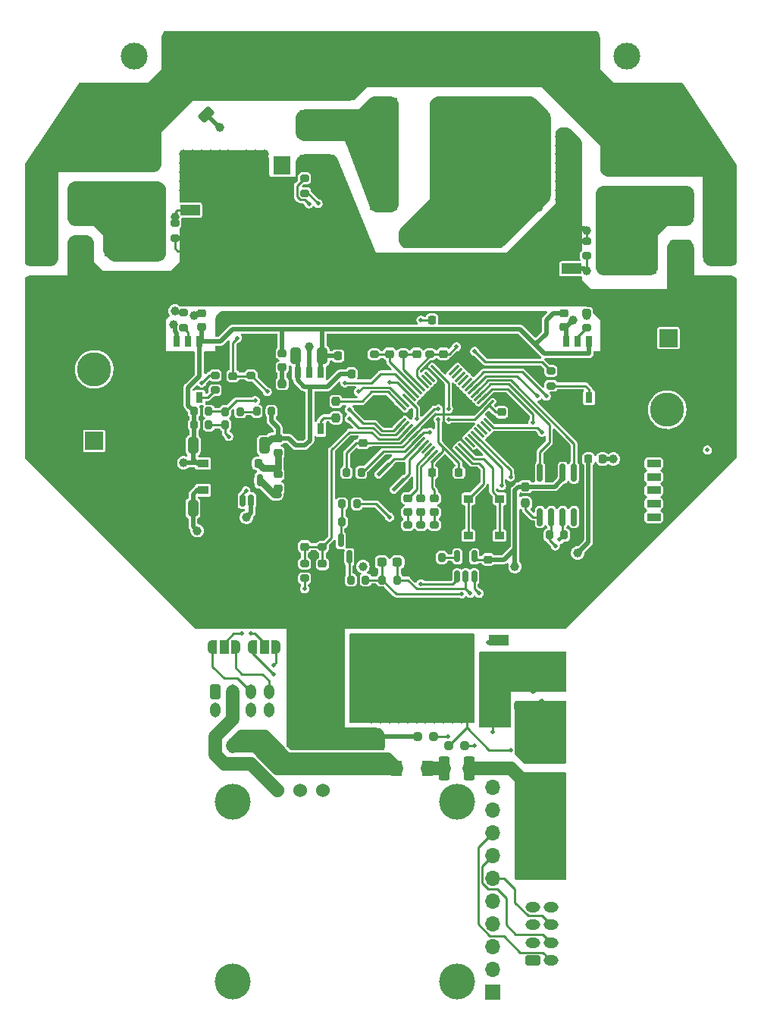
<source format=gbr>
G04 #@! TF.GenerationSoftware,KiCad,Pcbnew,(6.0.8)*
G04 #@! TF.CreationDate,2022-10-28T20:08:30+09:00*
G04 #@! TF.ProjectId,ORION_boost_v2,4f52494f-4e5f-4626-9f6f-73745f76322e,rev?*
G04 #@! TF.SameCoordinates,Original*
G04 #@! TF.FileFunction,Copper,L4,Bot*
G04 #@! TF.FilePolarity,Positive*
%FSLAX46Y46*%
G04 Gerber Fmt 4.6, Leading zero omitted, Abs format (unit mm)*
G04 Created by KiCad (PCBNEW (6.0.8)) date 2022-10-28 20:08:30*
%MOMM*%
%LPD*%
G01*
G04 APERTURE LIST*
G04 Aperture macros list*
%AMRoundRect*
0 Rectangle with rounded corners*
0 $1 Rounding radius*
0 $2 $3 $4 $5 $6 $7 $8 $9 X,Y pos of 4 corners*
0 Add a 4 corners polygon primitive as box body*
4,1,4,$2,$3,$4,$5,$6,$7,$8,$9,$2,$3,0*
0 Add four circle primitives for the rounded corners*
1,1,$1+$1,$2,$3*
1,1,$1+$1,$4,$5*
1,1,$1+$1,$6,$7*
1,1,$1+$1,$8,$9*
0 Add four rect primitives between the rounded corners*
20,1,$1+$1,$2,$3,$4,$5,0*
20,1,$1+$1,$4,$5,$6,$7,0*
20,1,$1+$1,$6,$7,$8,$9,0*
20,1,$1+$1,$8,$9,$2,$3,0*%
%AMRotRect*
0 Rectangle, with rotation*
0 The origin of the aperture is its center*
0 $1 length*
0 $2 width*
0 $3 Rotation angle, in degrees counterclockwise*
0 Add horizontal line*
21,1,$1,$2,0,0,$3*%
%AMFreePoly0*
4,1,22,0.550000,-0.750000,0.000000,-0.750000,0.000000,-0.745033,-0.079941,-0.743568,-0.215256,-0.701293,-0.333266,-0.622738,-0.424486,-0.514219,-0.481581,-0.384460,-0.499164,-0.250000,-0.500000,-0.250000,-0.500000,0.250000,-0.499164,0.250000,-0.499963,0.256109,-0.478152,0.396186,-0.417904,0.524511,-0.324060,0.630769,-0.204165,0.706417,-0.067858,0.745374,0.000000,0.744959,0.000000,0.750000,
0.550000,0.750000,0.550000,-0.750000,0.550000,-0.750000,$1*%
%AMFreePoly1*
4,1,20,0.000000,0.744959,0.073905,0.744508,0.209726,0.703889,0.328688,0.626782,0.421226,0.519385,0.479903,0.390333,0.500000,0.250000,0.500000,-0.250000,0.499851,-0.262216,0.476331,-0.402017,0.414519,-0.529596,0.319384,-0.634700,0.198574,-0.708877,0.061801,-0.746166,0.000000,-0.745033,0.000000,-0.750000,-0.550000,-0.750000,-0.550000,0.750000,0.000000,0.750000,0.000000,0.744959,
0.000000,0.744959,$1*%
%AMFreePoly2*
4,1,9,3.862500,-0.866500,0.737500,-0.866500,0.737500,-0.450000,-0.737500,-0.450000,-0.737500,0.450000,0.737500,0.450000,0.737500,0.866500,3.862500,0.866500,3.862500,-0.866500,3.862500,-0.866500,$1*%
G04 Aperture macros list end*
G04 #@! TA.AperFunction,ComponentPad*
%ADD10RoundRect,0.250000X-0.980000X-1.150000X0.980000X-1.150000X0.980000X1.150000X-0.980000X1.150000X0*%
G04 #@! TD*
G04 #@! TA.AperFunction,ComponentPad*
%ADD11O,2.460000X2.800000*%
G04 #@! TD*
G04 #@! TA.AperFunction,ComponentPad*
%ADD12R,3.800000X3.800000*%
G04 #@! TD*
G04 #@! TA.AperFunction,ComponentPad*
%ADD13C,3.800000*%
G04 #@! TD*
G04 #@! TA.AperFunction,ComponentPad*
%ADD14RoundRect,0.250000X-0.350000X-0.575000X0.350000X-0.575000X0.350000X0.575000X-0.350000X0.575000X0*%
G04 #@! TD*
G04 #@! TA.AperFunction,ComponentPad*
%ADD15O,1.200000X1.650000*%
G04 #@! TD*
G04 #@! TA.AperFunction,ComponentPad*
%ADD16RoundRect,0.250000X0.575000X-0.350000X0.575000X0.350000X-0.575000X0.350000X-0.575000X-0.350000X0*%
G04 #@! TD*
G04 #@! TA.AperFunction,ComponentPad*
%ADD17O,1.650000X1.200000*%
G04 #@! TD*
G04 #@! TA.AperFunction,ComponentPad*
%ADD18R,1.700000X1.700000*%
G04 #@! TD*
G04 #@! TA.AperFunction,ComponentPad*
%ADD19O,1.700000X1.700000*%
G04 #@! TD*
G04 #@! TA.AperFunction,ComponentPad*
%ADD20C,5.000000*%
G04 #@! TD*
G04 #@! TA.AperFunction,ComponentPad*
%ADD21RoundRect,0.500000X-0.500000X2.000000X-0.500000X-2.000000X0.500000X-2.000000X0.500000X2.000000X0*%
G04 #@! TD*
G04 #@! TA.AperFunction,ComponentPad*
%ADD22R,2.000000X2.000000*%
G04 #@! TD*
G04 #@! TA.AperFunction,ComponentPad*
%ADD23C,2.000000*%
G04 #@! TD*
G04 #@! TA.AperFunction,ComponentPad*
%ADD24RoundRect,0.250000X0.980000X1.150000X-0.980000X1.150000X-0.980000X-1.150000X0.980000X-1.150000X0*%
G04 #@! TD*
G04 #@! TA.AperFunction,ComponentPad*
%ADD25RoundRect,0.225000X-0.575000X0.225000X-0.575000X-0.225000X0.575000X-0.225000X0.575000X0.225000X0*%
G04 #@! TD*
G04 #@! TA.AperFunction,ComponentPad*
%ADD26C,1.524000*%
G04 #@! TD*
G04 #@! TA.AperFunction,ComponentPad*
%ADD27RoundRect,0.250000X-0.350000X-0.625000X0.350000X-0.625000X0.350000X0.625000X-0.350000X0.625000X0*%
G04 #@! TD*
G04 #@! TA.AperFunction,ComponentPad*
%ADD28O,1.200000X1.750000*%
G04 #@! TD*
G04 #@! TA.AperFunction,SMDPad,CuDef*
%ADD29RoundRect,0.218750X-0.256250X0.218750X-0.256250X-0.218750X0.256250X-0.218750X0.256250X0.218750X0*%
G04 #@! TD*
G04 #@! TA.AperFunction,SMDPad,CuDef*
%ADD30RoundRect,0.200000X0.275000X-0.200000X0.275000X0.200000X-0.275000X0.200000X-0.275000X-0.200000X0*%
G04 #@! TD*
G04 #@! TA.AperFunction,SMDPad,CuDef*
%ADD31RoundRect,0.250000X-0.650000X0.325000X-0.650000X-0.325000X0.650000X-0.325000X0.650000X0.325000X0*%
G04 #@! TD*
G04 #@! TA.AperFunction,SMDPad,CuDef*
%ADD32RoundRect,0.250000X0.325000X0.650000X-0.325000X0.650000X-0.325000X-0.650000X0.325000X-0.650000X0*%
G04 #@! TD*
G04 #@! TA.AperFunction,SMDPad,CuDef*
%ADD33FreePoly0,0.000000*%
G04 #@! TD*
G04 #@! TA.AperFunction,SMDPad,CuDef*
%ADD34R,1.000000X1.500000*%
G04 #@! TD*
G04 #@! TA.AperFunction,SMDPad,CuDef*
%ADD35FreePoly1,0.000000*%
G04 #@! TD*
G04 #@! TA.AperFunction,SMDPad,CuDef*
%ADD36RoundRect,0.200000X-0.275000X0.200000X-0.275000X-0.200000X0.275000X-0.200000X0.275000X0.200000X0*%
G04 #@! TD*
G04 #@! TA.AperFunction,SMDPad,CuDef*
%ADD37RoundRect,0.225000X0.250000X-0.225000X0.250000X0.225000X-0.250000X0.225000X-0.250000X-0.225000X0*%
G04 #@! TD*
G04 #@! TA.AperFunction,SMDPad,CuDef*
%ADD38RoundRect,0.250000X-0.325000X-0.650000X0.325000X-0.650000X0.325000X0.650000X-0.325000X0.650000X0*%
G04 #@! TD*
G04 #@! TA.AperFunction,SMDPad,CuDef*
%ADD39RoundRect,0.237500X0.237500X-0.250000X0.237500X0.250000X-0.237500X0.250000X-0.237500X-0.250000X0*%
G04 #@! TD*
G04 #@! TA.AperFunction,SMDPad,CuDef*
%ADD40RoundRect,0.150000X0.150000X-0.512500X0.150000X0.512500X-0.150000X0.512500X-0.150000X-0.512500X0*%
G04 #@! TD*
G04 #@! TA.AperFunction,SMDPad,CuDef*
%ADD41RoundRect,0.250000X-0.662913X-0.220971X-0.220971X-0.662913X0.662913X0.220971X0.220971X0.662913X0*%
G04 #@! TD*
G04 #@! TA.AperFunction,SMDPad,CuDef*
%ADD42RoundRect,0.200000X0.200000X0.275000X-0.200000X0.275000X-0.200000X-0.275000X0.200000X-0.275000X0*%
G04 #@! TD*
G04 #@! TA.AperFunction,SMDPad,CuDef*
%ADD43RoundRect,0.225000X-0.250000X0.225000X-0.250000X-0.225000X0.250000X-0.225000X0.250000X0.225000X0*%
G04 #@! TD*
G04 #@! TA.AperFunction,SMDPad,CuDef*
%ADD44RoundRect,0.218750X0.256250X-0.218750X0.256250X0.218750X-0.256250X0.218750X-0.256250X-0.218750X0*%
G04 #@! TD*
G04 #@! TA.AperFunction,SMDPad,CuDef*
%ADD45R,5.800000X6.400000*%
G04 #@! TD*
G04 #@! TA.AperFunction,SMDPad,CuDef*
%ADD46R,1.200000X2.200000*%
G04 #@! TD*
G04 #@! TA.AperFunction,SMDPad,CuDef*
%ADD47RoundRect,0.225000X0.225000X0.250000X-0.225000X0.250000X-0.225000X-0.250000X0.225000X-0.250000X0*%
G04 #@! TD*
G04 #@! TA.AperFunction,SMDPad,CuDef*
%ADD48RoundRect,0.237500X0.250000X0.237500X-0.250000X0.237500X-0.250000X-0.237500X0.250000X-0.237500X0*%
G04 #@! TD*
G04 #@! TA.AperFunction,SMDPad,CuDef*
%ADD49RoundRect,0.200000X-0.200000X-0.275000X0.200000X-0.275000X0.200000X0.275000X-0.200000X0.275000X0*%
G04 #@! TD*
G04 #@! TA.AperFunction,SMDPad,CuDef*
%ADD50RoundRect,0.225000X-0.225000X-0.250000X0.225000X-0.250000X0.225000X0.250000X-0.225000X0.250000X0*%
G04 #@! TD*
G04 #@! TA.AperFunction,SMDPad,CuDef*
%ADD51RoundRect,0.075000X-0.415425X-0.521491X0.521491X0.415425X0.415425X0.521491X-0.521491X-0.415425X0*%
G04 #@! TD*
G04 #@! TA.AperFunction,SMDPad,CuDef*
%ADD52RoundRect,0.075000X0.415425X-0.521491X0.521491X-0.415425X-0.415425X0.521491X-0.521491X0.415425X0*%
G04 #@! TD*
G04 #@! TA.AperFunction,SMDPad,CuDef*
%ADD53RotRect,0.400000X1.900000X315.000000*%
G04 #@! TD*
G04 #@! TA.AperFunction,SMDPad,CuDef*
%ADD54RoundRect,0.218750X-0.218750X-0.256250X0.218750X-0.256250X0.218750X0.256250X-0.218750X0.256250X0*%
G04 #@! TD*
G04 #@! TA.AperFunction,SMDPad,CuDef*
%ADD55R,0.800000X1.200000*%
G04 #@! TD*
G04 #@! TA.AperFunction,SMDPad,CuDef*
%ADD56RoundRect,0.250000X-0.375000X-1.075000X0.375000X-1.075000X0.375000X1.075000X-0.375000X1.075000X0*%
G04 #@! TD*
G04 #@! TA.AperFunction,SMDPad,CuDef*
%ADD57RoundRect,0.237500X0.287500X0.237500X-0.287500X0.237500X-0.287500X-0.237500X0.287500X-0.237500X0*%
G04 #@! TD*
G04 #@! TA.AperFunction,SMDPad,CuDef*
%ADD58RoundRect,0.250000X0.375000X1.075000X-0.375000X1.075000X-0.375000X-1.075000X0.375000X-1.075000X0*%
G04 #@! TD*
G04 #@! TA.AperFunction,ComponentPad*
%ADD59R,1.905000X2.000000*%
G04 #@! TD*
G04 #@! TA.AperFunction,ComponentPad*
%ADD60O,1.905000X2.000000*%
G04 #@! TD*
G04 #@! TA.AperFunction,SMDPad,CuDef*
%ADD61RoundRect,0.150000X-0.150000X0.587500X-0.150000X-0.587500X0.150000X-0.587500X0.150000X0.587500X0*%
G04 #@! TD*
G04 #@! TA.AperFunction,SMDPad,CuDef*
%ADD62RoundRect,0.150000X-0.150000X0.512500X-0.150000X-0.512500X0.150000X-0.512500X0.150000X0.512500X0*%
G04 #@! TD*
G04 #@! TA.AperFunction,SMDPad,CuDef*
%ADD63RoundRect,0.237500X-0.237500X0.250000X-0.237500X-0.250000X0.237500X-0.250000X0.237500X0.250000X0*%
G04 #@! TD*
G04 #@! TA.AperFunction,SMDPad,CuDef*
%ADD64R,1.000000X0.900000*%
G04 #@! TD*
G04 #@! TA.AperFunction,ComponentPad*
%ADD65C,2.200000*%
G04 #@! TD*
G04 #@! TA.AperFunction,SMDPad,CuDef*
%ADD66R,3.150000X12.500000*%
G04 #@! TD*
G04 #@! TA.AperFunction,SMDPad,CuDef*
%ADD67R,2.200000X1.200000*%
G04 #@! TD*
G04 #@! TA.AperFunction,SMDPad,CuDef*
%ADD68R,6.400000X5.800000*%
G04 #@! TD*
G04 #@! TA.AperFunction,SMDPad,CuDef*
%ADD69RoundRect,0.250000X2.350000X-0.325000X2.350000X0.325000X-2.350000X0.325000X-2.350000X-0.325000X0*%
G04 #@! TD*
G04 #@! TA.AperFunction,SMDPad,CuDef*
%ADD70R,1.300000X0.900000*%
G04 #@! TD*
G04 #@! TA.AperFunction,SMDPad,CuDef*
%ADD71FreePoly2,180.000000*%
G04 #@! TD*
G04 #@! TA.AperFunction,SMDPad,CuDef*
%ADD72RoundRect,0.237500X-0.250000X-0.237500X0.250000X-0.237500X0.250000X0.237500X-0.250000X0.237500X0*%
G04 #@! TD*
G04 #@! TA.AperFunction,SMDPad,CuDef*
%ADD73FreePoly0,180.000000*%
G04 #@! TD*
G04 #@! TA.AperFunction,SMDPad,CuDef*
%ADD74FreePoly1,180.000000*%
G04 #@! TD*
G04 #@! TA.AperFunction,SMDPad,CuDef*
%ADD75RoundRect,0.150000X-0.150000X0.825000X-0.150000X-0.825000X0.150000X-0.825000X0.150000X0.825000X0*%
G04 #@! TD*
G04 #@! TA.AperFunction,SMDPad,CuDef*
%ADD76R,1.300000X1.700000*%
G04 #@! TD*
G04 #@! TA.AperFunction,ViaPad*
%ADD77C,1.000000*%
G04 #@! TD*
G04 #@! TA.AperFunction,ViaPad*
%ADD78C,3.000000*%
G04 #@! TD*
G04 #@! TA.AperFunction,ViaPad*
%ADD79C,4.000000*%
G04 #@! TD*
G04 #@! TA.AperFunction,ViaPad*
%ADD80C,0.500000*%
G04 #@! TD*
G04 #@! TA.AperFunction,Conductor*
%ADD81C,0.250000*%
G04 #@! TD*
G04 #@! TA.AperFunction,Conductor*
%ADD82C,0.500000*%
G04 #@! TD*
G04 #@! TA.AperFunction,Conductor*
%ADD83C,2.500000*%
G04 #@! TD*
G04 #@! TA.AperFunction,Conductor*
%ADD84C,0.800000*%
G04 #@! TD*
G04 #@! TA.AperFunction,Conductor*
%ADD85C,1.500000*%
G04 #@! TD*
G04 APERTURE END LIST*
D10*
X158520000Y-74950000D03*
D11*
X162480000Y-74950000D03*
D12*
X88000000Y-88000000D03*
D13*
X93000000Y-88000000D03*
D14*
X106500000Y-124000000D03*
D15*
X106500000Y-126000000D03*
X108500000Y-124000000D03*
X108500000Y-126000000D03*
X110500000Y-124000000D03*
X110500000Y-126000000D03*
X112500000Y-124000000D03*
X112500000Y-126000000D03*
D16*
X142000000Y-154000000D03*
D17*
X144000000Y-154000000D03*
X142000000Y-152000000D03*
X144000000Y-152000000D03*
X142000000Y-150000000D03*
X144000000Y-150000000D03*
X142000000Y-148000000D03*
X144000000Y-148000000D03*
D18*
X137500000Y-157500000D03*
D19*
X137500000Y-154960000D03*
X137500000Y-152420000D03*
X137500000Y-149880000D03*
X137500000Y-147340000D03*
X137500000Y-144800000D03*
X137500000Y-142260000D03*
X137500000Y-139720000D03*
X137500000Y-137180000D03*
X137500000Y-134640000D03*
D20*
X142500000Y-142500000D03*
D12*
X162000000Y-92500000D03*
D13*
X157000000Y-92500000D03*
D21*
X142500000Y-129250000D03*
X142500000Y-136750000D03*
D20*
X118000000Y-125000000D03*
D22*
X157132323Y-84500000D03*
D23*
X162132323Y-84500000D03*
D24*
X91480000Y-75050000D03*
D11*
X87520000Y-75050000D03*
D22*
X93000000Y-96000000D03*
D23*
X88000000Y-96000000D03*
D25*
X155500000Y-97000000D03*
X155500000Y-98500000D03*
X155500000Y-100000000D03*
X155500000Y-101500000D03*
X155500000Y-103000000D03*
X155500000Y-104500000D03*
D26*
X113460000Y-135000000D03*
X116000000Y-135000000D03*
X118540000Y-135000000D03*
D27*
X106500000Y-130000000D03*
D28*
X108500000Y-130000000D03*
D29*
X114000000Y-86212500D03*
X114000000Y-87787500D03*
D30*
X116500000Y-111325000D03*
X116500000Y-109675000D03*
D31*
X133000000Y-73525000D03*
X133000000Y-76475000D03*
D32*
X118475000Y-86500000D03*
X115525000Y-86500000D03*
D24*
X91480000Y-68950000D03*
D11*
X87520000Y-68950000D03*
D31*
X135500000Y-73525000D03*
X135500000Y-76475000D03*
D33*
X106200000Y-119000000D03*
D34*
X107500000Y-119000000D03*
D35*
X108800000Y-119000000D03*
D36*
X131000000Y-105350000D03*
X131000000Y-107000000D03*
D37*
X137000000Y-110775000D03*
X137000000Y-109225000D03*
D38*
X104025000Y-103500000D03*
X106975000Y-103500000D03*
D30*
X130500000Y-86325000D03*
X130500000Y-84675000D03*
D39*
X120000000Y-93412500D03*
X120000000Y-91587500D03*
D40*
X111475000Y-102637500D03*
X110525000Y-102637500D03*
X109575000Y-102637500D03*
X109575000Y-100362500D03*
X111475000Y-100362500D03*
D41*
X103465856Y-57465856D03*
X105534144Y-59534144D03*
D36*
X129500000Y-105350000D03*
X129500000Y-107000000D03*
D42*
X109300000Y-92710000D03*
X107650000Y-92710000D03*
D31*
X117000000Y-129525000D03*
X117000000Y-132475000D03*
D43*
X138500000Y-91225000D03*
X138500000Y-92775000D03*
D36*
X148000000Y-73675000D03*
X148000000Y-75325000D03*
D31*
X122000000Y-129525000D03*
X122000000Y-132475000D03*
D44*
X113525000Y-97287500D03*
X113525000Y-95712500D03*
D30*
X106500000Y-90325000D03*
X106500000Y-88675000D03*
D45*
X152500000Y-62900000D03*
D46*
X150220000Y-69200000D03*
X154780000Y-69200000D03*
D43*
X129000000Y-84725000D03*
X129000000Y-86275000D03*
D30*
X118500000Y-107825000D03*
X118500000Y-106175000D03*
D47*
X132275000Y-82500000D03*
X130725000Y-82500000D03*
D48*
X134412500Y-130000000D03*
X132587500Y-130000000D03*
D42*
X122325000Y-105000000D03*
X120675000Y-105000000D03*
D36*
X128000000Y-105350000D03*
X128000000Y-107000000D03*
D49*
X121675000Y-111500000D03*
X123325000Y-111500000D03*
X125175000Y-111500000D03*
X126825000Y-111500000D03*
D42*
X105800000Y-94200000D03*
X104150000Y-94200000D03*
D43*
X116500000Y-106225000D03*
X116500000Y-107775000D03*
D50*
X121725000Y-88500000D03*
X123275000Y-88500000D03*
D51*
X131176212Y-97887876D03*
X130822658Y-97534322D03*
X130469105Y-97180769D03*
X130115551Y-96827215D03*
X129761998Y-96473662D03*
X129408445Y-96120109D03*
X129054891Y-95766555D03*
X128701338Y-95413002D03*
X128347785Y-95059449D03*
X127994231Y-94705895D03*
X127640678Y-94352342D03*
X127287124Y-93998788D03*
D52*
X127287124Y-92001212D03*
X127640678Y-91647658D03*
X127994231Y-91294105D03*
X128347785Y-90940551D03*
X128701338Y-90586998D03*
X129054891Y-90233445D03*
X129408445Y-89879891D03*
X129761998Y-89526338D03*
X130115551Y-89172785D03*
X130469105Y-88819231D03*
X130822658Y-88465678D03*
X131176212Y-88112124D03*
D51*
X133173788Y-88112124D03*
X133527342Y-88465678D03*
X133880895Y-88819231D03*
X134234449Y-89172785D03*
X134588002Y-89526338D03*
X134941555Y-89879891D03*
X135295109Y-90233445D03*
X135648662Y-90586998D03*
X136002215Y-90940551D03*
X136355769Y-91294105D03*
X136709322Y-91647658D03*
X137062876Y-92001212D03*
D52*
X137062876Y-93998788D03*
X136709322Y-94352342D03*
X136355769Y-94705895D03*
X136002215Y-95059449D03*
X135648662Y-95413002D03*
X135295109Y-95766555D03*
X134941555Y-96120109D03*
X134588002Y-96473662D03*
X134234449Y-96827215D03*
X133880895Y-97180769D03*
X133527342Y-97534322D03*
X133173788Y-97887876D03*
D47*
X132275000Y-99500000D03*
X130725000Y-99500000D03*
D53*
X125326472Y-99151472D03*
X126175000Y-100000000D03*
X127023528Y-100848528D03*
D54*
X148212500Y-98000000D03*
X149787500Y-98000000D03*
D38*
X142525000Y-64500000D03*
X145475000Y-64500000D03*
D55*
X104770000Y-91150000D03*
X102230000Y-91150000D03*
X102230000Y-84850000D03*
X103500000Y-84850000D03*
X104770000Y-84850000D03*
D42*
X105800000Y-92700000D03*
X104150000Y-92700000D03*
D56*
X132100000Y-132500000D03*
X134900000Y-132500000D03*
D37*
X108500000Y-90275000D03*
X108500000Y-88725000D03*
D31*
X138000000Y-73525000D03*
X138000000Y-76475000D03*
D30*
X102000000Y-73325000D03*
X102000000Y-71675000D03*
D57*
X126875000Y-109500000D03*
X125125000Y-109500000D03*
D58*
X137400000Y-125500000D03*
X134600000Y-125500000D03*
D43*
X132000000Y-84725000D03*
X132000000Y-86275000D03*
D59*
X114000000Y-65217500D03*
D60*
X116540000Y-61407500D03*
X119080000Y-65217500D03*
D61*
X120550000Y-107062500D03*
X122450000Y-107062500D03*
X121500000Y-108937500D03*
D30*
X127500000Y-86325000D03*
X127500000Y-84675000D03*
D49*
X121175000Y-99500000D03*
X122825000Y-99500000D03*
D62*
X133550000Y-108862500D03*
X134500000Y-108862500D03*
X135450000Y-108862500D03*
X135450000Y-111137500D03*
X134500000Y-111137500D03*
X133550000Y-111137500D03*
D47*
X135275000Y-99500000D03*
X133725000Y-99500000D03*
D42*
X109290000Y-94180000D03*
X107640000Y-94180000D03*
D63*
X114000000Y-89587500D03*
X114000000Y-91412500D03*
D38*
X109050000Y-96500000D03*
X112000000Y-96500000D03*
D37*
X145500000Y-83275000D03*
X145500000Y-81725000D03*
D43*
X126000000Y-84725000D03*
X126000000Y-86275000D03*
D63*
X141175000Y-101087500D03*
X141175000Y-102912500D03*
D55*
X148270000Y-91150000D03*
X145730000Y-91150000D03*
X145730000Y-84850000D03*
X147000000Y-84850000D03*
X148270000Y-84850000D03*
D64*
X134800000Y-102450000D03*
X134800000Y-106550000D03*
X133200000Y-102450000D03*
X133200000Y-106550000D03*
D31*
X124500000Y-129525000D03*
X124500000Y-132475000D03*
D29*
X128000000Y-102387500D03*
X128000000Y-103962500D03*
D30*
X116500000Y-68325000D03*
X116500000Y-66675000D03*
D29*
X131000000Y-102387500D03*
X131000000Y-103962500D03*
D31*
X128000000Y-73525000D03*
X128000000Y-76475000D03*
D65*
X111500000Y-66500000D03*
X111500000Y-51500000D03*
D24*
X162480000Y-68950000D03*
D11*
X158520000Y-68950000D03*
D36*
X110500000Y-88675000D03*
X110500000Y-90325000D03*
D66*
X140675000Y-64000000D03*
X125325000Y-64000000D03*
D37*
X123000000Y-97775000D03*
X123000000Y-96225000D03*
D29*
X129500000Y-102387500D03*
X129500000Y-103962500D03*
D67*
X138200000Y-118220000D03*
D68*
X131900000Y-120500000D03*
D67*
X138200000Y-122780000D03*
D54*
X109737500Y-98500000D03*
X111312500Y-98500000D03*
D37*
X113525000Y-101275000D03*
X113525000Y-99725000D03*
D45*
X97500000Y-61900000D03*
D46*
X95220000Y-68200000D03*
X99780000Y-68200000D03*
D45*
X119000000Y-53900000D03*
D46*
X121280000Y-60200000D03*
X116720000Y-60200000D03*
D42*
X112800000Y-92700000D03*
X111150000Y-92700000D03*
D69*
X142500000Y-125625000D03*
X142500000Y-123375000D03*
D43*
X105000000Y-81725000D03*
X105000000Y-83275000D03*
D38*
X142525000Y-62000000D03*
X145475000Y-62000000D03*
D70*
X105150000Y-98500000D03*
D71*
X105062500Y-100000000D03*
D70*
X105150000Y-101500000D03*
D55*
X118270000Y-94650000D03*
X115730000Y-94650000D03*
X115730000Y-88350000D03*
X117000000Y-88350000D03*
X118270000Y-88350000D03*
D38*
X104050000Y-96500000D03*
X107000000Y-96500000D03*
D29*
X118500000Y-109712500D03*
X118500000Y-111287500D03*
D72*
X129087500Y-129000000D03*
X130912500Y-129000000D03*
D50*
X120225000Y-86500000D03*
X121775000Y-86500000D03*
D38*
X142525000Y-69500000D03*
X145475000Y-69500000D03*
D31*
X119500000Y-129525000D03*
X119500000Y-132475000D03*
D30*
X103000000Y-83325000D03*
X103000000Y-81675000D03*
D73*
X113300000Y-119000000D03*
D34*
X112000000Y-119000000D03*
D74*
X110700000Y-119000000D03*
D38*
X142525000Y-67000000D03*
X145475000Y-67000000D03*
D64*
X138300000Y-102450000D03*
X138300000Y-106550000D03*
X136700000Y-106550000D03*
X136700000Y-102450000D03*
D42*
X131825000Y-109000000D03*
X130175000Y-109000000D03*
D67*
X103700000Y-70220000D03*
D68*
X97400000Y-72500000D03*
D67*
X103700000Y-74780000D03*
D49*
X120675000Y-103000000D03*
X122325000Y-103000000D03*
D75*
X142770000Y-99525000D03*
X144040000Y-99525000D03*
X145310000Y-99525000D03*
X146580000Y-99525000D03*
X146580000Y-104475000D03*
X145310000Y-104475000D03*
X144040000Y-104475000D03*
X142770000Y-104475000D03*
D76*
X126750000Y-132500000D03*
X130250000Y-132500000D03*
D30*
X148000000Y-83325000D03*
X148000000Y-81675000D03*
X144000000Y-89825000D03*
X144000000Y-88175000D03*
D42*
X145500000Y-106500000D03*
X143850000Y-106500000D03*
D30*
X124287142Y-86325000D03*
X124287142Y-84675000D03*
D67*
X146300000Y-76780000D03*
D68*
X152600000Y-74500000D03*
D67*
X146300000Y-72220000D03*
D31*
X130500000Y-73525000D03*
X130500000Y-76475000D03*
D77*
X88500000Y-62000000D03*
X88500000Y-63000000D03*
X88500000Y-64000000D03*
X88500000Y-65000000D03*
X88500000Y-66000000D03*
X161500000Y-62000000D03*
X161500000Y-63000000D03*
X161500000Y-64000000D03*
X161500000Y-65000000D03*
X161500000Y-66000000D03*
D78*
X152500000Y-53000000D03*
D79*
X108500000Y-156300000D03*
X108500000Y-136300000D03*
D78*
X97500000Y-53000000D03*
D79*
X133500000Y-156300000D03*
X133500000Y-136300000D03*
D77*
X141500000Y-120000000D03*
X138500000Y-127000000D03*
X138500000Y-120000000D03*
X144500000Y-121500000D03*
X140500000Y-120000000D03*
X138500000Y-125000000D03*
X136500000Y-126000000D03*
X139500000Y-120000000D03*
X141500000Y-121500000D03*
X144500000Y-120000000D03*
X136500000Y-125000000D03*
X136500000Y-127000000D03*
X137500000Y-121500000D03*
X142500000Y-121500000D03*
X143500000Y-121500000D03*
D80*
X142000000Y-124000000D03*
D77*
X142500000Y-120000000D03*
X138500000Y-121500000D03*
X138500000Y-126000000D03*
X140500000Y-121500000D03*
X139500000Y-121500000D03*
X137500000Y-120000000D03*
X143500000Y-120000000D03*
D80*
X137500000Y-128500000D03*
X135000000Y-113000000D03*
D77*
X119500000Y-72000000D03*
X122500000Y-85500000D03*
X104000000Y-66000000D03*
X105000000Y-65000000D03*
X106000000Y-73000000D03*
X143000000Y-76000000D03*
X112000000Y-68000000D03*
X104000000Y-68000000D03*
X108000000Y-72000000D03*
X143000000Y-75000000D03*
X86000000Y-84000000D03*
X112000000Y-69000000D03*
X146000000Y-88500000D03*
X120500000Y-70000000D03*
X146000000Y-66000000D03*
X120500000Y-71000000D03*
X107000000Y-66000000D03*
D80*
X160500000Y-97500000D03*
D77*
X144000000Y-75000000D03*
X86000000Y-82000000D03*
X143000000Y-72000000D03*
X122500000Y-74000000D03*
X108000000Y-64000000D03*
X108000000Y-67000000D03*
X148000000Y-88500000D03*
X119500000Y-69000000D03*
X102000000Y-88500000D03*
X144000000Y-112000000D03*
X164000000Y-83000000D03*
X106000000Y-75000000D03*
X107000000Y-70000000D03*
X107000000Y-74000000D03*
X151000000Y-89500000D03*
X108000000Y-69000000D03*
X164000000Y-78000000D03*
X121500000Y-70000000D03*
X119500000Y-70000000D03*
X141000000Y-112000000D03*
X115000000Y-105000000D03*
X163000000Y-78000000D03*
X99000000Y-88500000D03*
X106000000Y-76000000D03*
X144000000Y-76000000D03*
X104000000Y-67000000D03*
X121500000Y-73000000D03*
X145000000Y-97000000D03*
X119472536Y-111972536D03*
X147000000Y-67000000D03*
X99000000Y-99500000D03*
X105000000Y-72000000D03*
X111000000Y-64000000D03*
X108000000Y-70000000D03*
X99000000Y-105500000D03*
X104000000Y-73000000D03*
X110000000Y-67000000D03*
X106000000Y-66000000D03*
X108000000Y-74000000D03*
X106000000Y-72000000D03*
X120500000Y-75000000D03*
X162000000Y-78000000D03*
X151000000Y-93500000D03*
X107000000Y-76000000D03*
X120500000Y-76000000D03*
X112000000Y-65000000D03*
X151000000Y-103000000D03*
X107000000Y-73000000D03*
X145000000Y-69000000D03*
X101838578Y-82972169D03*
X144000000Y-73000000D03*
X103000000Y-67000000D03*
X86000000Y-78000000D03*
X119500000Y-73000000D03*
X147500000Y-94500000D03*
D80*
X133500000Y-84500000D03*
D77*
X145000000Y-63000000D03*
X120500000Y-72000000D03*
X146000000Y-93000000D03*
X117500000Y-105000000D03*
X120500000Y-73000000D03*
X107000000Y-68000000D03*
X103000000Y-66000000D03*
X104000000Y-64000000D03*
X145000000Y-70000000D03*
X125000000Y-91500000D03*
X104000000Y-72000000D03*
X88000000Y-78000000D03*
X146000000Y-64000000D03*
X120500000Y-67000000D03*
X151000000Y-92500000D03*
X107000000Y-75000000D03*
X104000000Y-75000000D03*
X111000000Y-65000000D03*
X147000000Y-66000000D03*
X147000000Y-68000000D03*
X143000000Y-73000000D03*
X99000000Y-98500000D03*
X107000000Y-72000000D03*
X115000000Y-94500000D03*
X105000000Y-74000000D03*
X107000000Y-65000000D03*
X105000000Y-64000000D03*
X108000000Y-68000000D03*
X146000000Y-67000000D03*
X111000000Y-68000000D03*
X110000000Y-68000000D03*
X107000000Y-67000000D03*
X164000000Y-82000000D03*
X86000000Y-81000000D03*
X110000000Y-65000000D03*
X151000000Y-105000000D03*
X99000000Y-95500000D03*
X103000000Y-65000000D03*
X105000000Y-75000000D03*
X99000000Y-97500000D03*
X145000000Y-64000000D03*
X144000000Y-71000000D03*
X108000000Y-112000000D03*
X108000000Y-75000000D03*
X103000000Y-95000000D03*
X144000000Y-72000000D03*
X151000000Y-104000000D03*
X99000000Y-101500000D03*
X108000000Y-73000000D03*
X106000000Y-65000000D03*
X111000000Y-69000000D03*
X115000000Y-112000000D03*
X124000000Y-88000000D03*
X146000000Y-71000000D03*
X145000000Y-73000000D03*
X120500000Y-68000000D03*
X142000000Y-112000000D03*
X108000000Y-65000000D03*
X106000000Y-74000000D03*
X107000000Y-69000000D03*
X146000000Y-63000000D03*
X121500000Y-71000000D03*
X87000000Y-78000000D03*
X146000000Y-69000000D03*
X99000000Y-104500000D03*
X147000000Y-64000000D03*
X147000000Y-88500000D03*
X147000000Y-71000000D03*
X151000000Y-88500000D03*
X146000000Y-65000000D03*
X120500000Y-69000000D03*
X99000000Y-102500000D03*
X107000000Y-71000000D03*
X146000000Y-70000000D03*
X104000000Y-65000000D03*
X86000000Y-83000000D03*
X151000000Y-91500000D03*
X150000000Y-88500000D03*
X146000000Y-62000000D03*
X89000000Y-78000000D03*
X119500000Y-74000000D03*
X119500000Y-71000000D03*
X124000000Y-105000000D03*
X104161422Y-82027831D03*
X144000000Y-74000000D03*
X147000000Y-63000000D03*
X105000000Y-76000000D03*
X105000000Y-66000000D03*
X151000000Y-90500000D03*
X121500000Y-69000000D03*
X145000000Y-72000000D03*
X164000000Y-81000000D03*
X99000000Y-89500000D03*
X121500000Y-75000000D03*
X110000000Y-69000000D03*
X121500000Y-72000000D03*
X149000000Y-88500000D03*
X145000000Y-62000000D03*
X112000000Y-64000000D03*
X86000000Y-79000000D03*
X105000000Y-73000000D03*
X106000000Y-67000000D03*
X103000000Y-64000000D03*
X103000000Y-88500000D03*
X108000000Y-76000000D03*
X106000000Y-64000000D03*
X99000000Y-100500000D03*
X145000000Y-68000000D03*
X122500000Y-73000000D03*
D80*
X133500000Y-82500000D03*
D77*
X120500000Y-74000000D03*
X105000000Y-68000000D03*
X99000000Y-96500000D03*
X86000000Y-80000000D03*
X106000000Y-70000000D03*
X105000000Y-67000000D03*
X140500000Y-99500000D03*
X103000000Y-68000000D03*
X121500000Y-74000000D03*
X147000000Y-65000000D03*
X106000000Y-71000000D03*
X108000000Y-71000000D03*
X145000000Y-74000000D03*
X145000000Y-71000000D03*
X145000000Y-67000000D03*
X107000000Y-64000000D03*
X119500000Y-75000000D03*
X99000000Y-92500000D03*
X104000000Y-74000000D03*
X106000000Y-68000000D03*
X164000000Y-79000000D03*
X101000000Y-88500000D03*
X164000000Y-80000000D03*
X100000000Y-88500000D03*
X134000000Y-92000000D03*
X99000000Y-103500000D03*
X151000000Y-94500000D03*
X110000000Y-66000000D03*
X106000000Y-69000000D03*
D80*
X125175000Y-101000000D03*
D77*
X123000000Y-92500000D03*
X117500000Y-102000000D03*
X148000000Y-72500000D03*
X147000000Y-69000000D03*
X110000000Y-64000000D03*
X99000000Y-93500000D03*
X145000000Y-75000000D03*
X145000000Y-65000000D03*
X143000000Y-74000000D03*
X99000000Y-94500000D03*
X99000000Y-90500000D03*
X143000000Y-112000000D03*
X146000000Y-68000000D03*
X146500000Y-82500000D03*
X147000000Y-70000000D03*
D80*
X127000000Y-99000000D03*
D77*
X99000000Y-91500000D03*
X86000000Y-85000000D03*
X161000000Y-78000000D03*
X145000000Y-66000000D03*
X104000000Y-76000000D03*
X122500000Y-72000000D03*
X119500000Y-76000000D03*
X108000000Y-66000000D03*
D80*
X131425500Y-92425500D03*
D77*
X140000000Y-110000000D03*
X123000000Y-110000000D03*
D80*
X132574500Y-93574500D03*
X132574500Y-92425500D03*
X129500000Y-82500000D03*
X131425500Y-93574500D03*
X118000000Y-69500000D03*
X121000000Y-89500000D03*
X105000000Y-89500000D03*
D77*
X113500000Y-54000000D03*
X86500000Y-71000000D03*
X114500000Y-53000000D03*
X162500000Y-73000000D03*
X162500000Y-67000000D03*
X87500000Y-67000000D03*
X163500000Y-67000000D03*
X123500000Y-51000000D03*
X124500000Y-54000000D03*
X114500000Y-51000000D03*
X163500000Y-73000000D03*
X161500000Y-67000000D03*
X87500000Y-71000000D03*
X88500000Y-73000000D03*
X162500000Y-72000000D03*
X161500000Y-73000000D03*
X87500000Y-73000000D03*
X88500000Y-72000000D03*
X122500000Y-52000000D03*
X161500000Y-72000000D03*
X86500000Y-72000000D03*
X86500000Y-67000000D03*
X86500000Y-73000000D03*
X115500000Y-52000000D03*
X123500000Y-53000000D03*
X122500000Y-54000000D03*
X115500000Y-54000000D03*
X88500000Y-67000000D03*
X163500000Y-71000000D03*
X113500000Y-52000000D03*
X124500000Y-52000000D03*
X161500000Y-71000000D03*
X87500000Y-72000000D03*
X162500000Y-71000000D03*
X88500000Y-71000000D03*
X163500000Y-72000000D03*
X148000000Y-77000000D03*
X148000000Y-82000000D03*
X102000000Y-81500000D03*
X102000000Y-71000000D03*
X107000000Y-61000000D03*
D80*
X109000000Y-84500000D03*
X112325000Y-90500000D03*
X122500000Y-90500000D03*
X116985214Y-69542247D03*
X133459953Y-85470709D03*
D77*
X129000000Y-118000000D03*
X125000000Y-124000000D03*
X141000000Y-70500000D03*
X132000000Y-72500000D03*
X126000000Y-125000000D03*
X132000000Y-124000000D03*
X139000000Y-71500000D03*
X133000000Y-125000000D03*
X134000000Y-124000000D03*
X126000000Y-120000000D03*
X129000000Y-71500000D03*
X129000000Y-127000000D03*
X126000000Y-123000000D03*
X125000000Y-122000000D03*
X124000000Y-125000000D03*
X128000000Y-122000000D03*
X128000000Y-123000000D03*
X133000000Y-72500000D03*
X132000000Y-126000000D03*
X139000000Y-70500000D03*
X128000000Y-120000000D03*
X134000000Y-120000000D03*
X130000000Y-125000000D03*
X127000000Y-123000000D03*
X136000000Y-71500000D03*
X133000000Y-124000000D03*
X128000000Y-118000000D03*
X132000000Y-125000000D03*
X134000000Y-70500000D03*
X127000000Y-125000000D03*
X130000000Y-118000000D03*
X133000000Y-118000000D03*
X131000000Y-71500000D03*
X135000000Y-72500000D03*
X140000000Y-69500000D03*
X135000000Y-70500000D03*
X125000000Y-123000000D03*
X130000000Y-72500000D03*
X128000000Y-119000000D03*
X124000000Y-120000000D03*
X129000000Y-72500000D03*
X127000000Y-121000000D03*
X126000000Y-119000000D03*
X129000000Y-125000000D03*
D80*
X139500000Y-130500000D03*
D77*
X126000000Y-122000000D03*
X125000000Y-121000000D03*
X140000000Y-70500000D03*
X132000000Y-69500000D03*
X128000000Y-72500000D03*
X128000000Y-125000000D03*
X137000000Y-72500000D03*
X138000000Y-72500000D03*
X125000000Y-125000000D03*
X131000000Y-69500000D03*
X125000000Y-127000000D03*
X138000000Y-69500000D03*
X127000000Y-118000000D03*
X125000000Y-119000000D03*
X124000000Y-126000000D03*
X130000000Y-127000000D03*
X130000000Y-70500000D03*
X133000000Y-70500000D03*
X136000000Y-72500000D03*
X133000000Y-127000000D03*
X130000000Y-126000000D03*
X124000000Y-127000000D03*
X124000000Y-123000000D03*
X128000000Y-121000000D03*
X134000000Y-69500000D03*
X124000000Y-118000000D03*
X133000000Y-126000000D03*
X137000000Y-70500000D03*
X126000000Y-127000000D03*
X131000000Y-118000000D03*
X124000000Y-124000000D03*
X138000000Y-71500000D03*
X131000000Y-127000000D03*
X124000000Y-119000000D03*
X134000000Y-122000000D03*
X131000000Y-125000000D03*
X125000000Y-126000000D03*
X133000000Y-69500000D03*
X127000000Y-124000000D03*
X137000000Y-69500000D03*
X135974091Y-70482363D03*
X124000000Y-122000000D03*
X137000000Y-71500000D03*
X134000000Y-71500000D03*
X134000000Y-121000000D03*
X134000000Y-126000000D03*
X139000000Y-69500000D03*
X127000000Y-122000000D03*
X129000000Y-124000000D03*
X134000000Y-118000000D03*
X131000000Y-72500000D03*
X131000000Y-124000000D03*
X130000000Y-124000000D03*
X138000000Y-70500000D03*
X132000000Y-71500000D03*
X131000000Y-126000000D03*
X129000000Y-126000000D03*
X132000000Y-118000000D03*
X136000000Y-69500000D03*
X132000000Y-70500000D03*
X131000000Y-70500000D03*
X124000000Y-121000000D03*
X132000000Y-127000000D03*
X128000000Y-126000000D03*
X127000000Y-120000000D03*
X126000000Y-118000000D03*
X141000000Y-69500000D03*
X125000000Y-120000000D03*
X133000000Y-71500000D03*
X128000000Y-124000000D03*
X126000000Y-124000000D03*
X127000000Y-126000000D03*
X128000000Y-127000000D03*
X134000000Y-123000000D03*
X134000000Y-127000000D03*
X127000000Y-119000000D03*
X126000000Y-126000000D03*
X140000000Y-71500000D03*
X134000000Y-119000000D03*
X126000000Y-121000000D03*
X127000000Y-127000000D03*
X125000000Y-118000000D03*
X135000000Y-69500000D03*
X130000000Y-71500000D03*
D80*
X116500000Y-112500000D03*
D77*
X134000000Y-72500000D03*
X134000000Y-125000000D03*
X135000000Y-71500000D03*
X139000000Y-72500000D03*
X151000000Y-98000000D03*
X103000000Y-98434000D03*
X110000000Y-104500000D03*
D80*
X121500000Y-92500000D03*
X111000000Y-91500000D03*
X144500000Y-107699500D03*
X110500000Y-117500000D03*
X145000000Y-107000000D03*
X109500000Y-117500000D03*
X130500000Y-95000000D03*
X161500000Y-97000000D03*
X126001039Y-89425555D03*
X135500000Y-86000000D03*
X143500000Y-91000000D03*
X142500000Y-91000000D03*
X142000000Y-93925500D03*
X143000000Y-95000000D03*
D77*
X140500000Y-137500000D03*
X142500000Y-139500000D03*
X140500000Y-139500000D03*
X144500000Y-135500000D03*
X140500000Y-138500000D03*
X144500000Y-134500000D03*
X142500000Y-133500000D03*
X141500000Y-139500000D03*
X143500000Y-133500000D03*
X140500000Y-135500000D03*
X141500000Y-133500000D03*
X140500000Y-136500000D03*
X143500000Y-139500000D03*
X144500000Y-139500000D03*
X144500000Y-138500000D03*
X144500000Y-133500000D03*
X140500000Y-134500000D03*
X144500000Y-137500000D03*
X144500000Y-136500000D03*
X140500000Y-133500000D03*
D80*
X109954303Y-101545697D03*
X138500000Y-101000000D03*
D77*
X117000000Y-85500000D03*
D80*
X108025000Y-95500000D03*
X121500000Y-93500000D03*
X113000000Y-121000000D03*
X113000000Y-122000000D03*
D77*
X147000000Y-108500000D03*
X104500000Y-106000000D03*
D80*
X137000000Y-118500000D03*
X134000000Y-113074500D03*
D77*
X143500000Y-126500000D03*
X144500000Y-130500000D03*
X144500000Y-131500000D03*
D80*
X136000000Y-113000000D03*
D77*
X142500000Y-126500000D03*
X140500000Y-128500000D03*
X144500000Y-128500000D03*
D80*
X143000000Y-125000000D03*
D77*
X144500000Y-129500000D03*
X140500000Y-129500000D03*
X140500000Y-130500000D03*
X140500000Y-127500000D03*
X144500000Y-127500000D03*
X140500000Y-126500000D03*
X144500000Y-126500000D03*
X141500000Y-126500000D03*
D80*
X129500000Y-111925500D03*
X129000000Y-93500000D03*
X126000000Y-104500000D03*
X139500000Y-100000000D03*
X135500000Y-130000000D03*
X132500000Y-129000000D03*
D81*
X129000000Y-112500000D02*
X128000000Y-111500000D01*
X137500000Y-128500000D02*
X137500000Y-125600000D01*
X135000000Y-113000000D02*
X134500000Y-112500000D01*
X134500000Y-112500000D02*
X129000000Y-112500000D01*
X137500000Y-125600000D02*
X137400000Y-125500000D01*
D82*
X142500000Y-123500000D02*
X142500000Y-123375000D01*
D81*
X128000000Y-111500000D02*
X126825000Y-111500000D01*
D82*
X142000000Y-124000000D02*
X142500000Y-123500000D01*
D81*
X126875000Y-111450000D02*
X126825000Y-111500000D01*
X134500000Y-112500000D02*
X134500000Y-111137500D01*
X126875000Y-109500000D02*
X126875000Y-111450000D01*
X127500000Y-84675000D02*
X128950000Y-84675000D01*
D82*
X115730000Y-91730000D02*
X115730000Y-94427188D01*
D81*
X132000000Y-96006980D02*
X132000000Y-93885660D01*
X133527342Y-97534322D02*
X132000000Y-96006980D01*
X127000000Y-99175000D02*
X127000000Y-99000000D01*
D82*
X117500000Y-102000000D02*
X117500000Y-105000000D01*
D81*
X133200000Y-102450000D02*
X133200000Y-106550000D01*
D82*
X133948528Y-107750000D02*
X133750000Y-107750000D01*
D83*
X158520000Y-74950000D02*
X158520000Y-80520000D01*
D81*
X127439340Y-96675000D02*
X128701338Y-95413002D01*
D82*
X102075000Y-83208591D02*
X102075000Y-83794239D01*
X122500000Y-86500000D02*
X123275000Y-87275000D01*
D81*
X126175000Y-100000000D02*
X127000000Y-99175000D01*
X136775000Y-110775000D02*
X136000000Y-110000000D01*
X126175000Y-100000000D02*
X125175000Y-101000000D01*
X128000000Y-107000000D02*
X129500000Y-107000000D01*
D82*
X122500000Y-85500000D02*
X122500000Y-86500000D01*
X145730000Y-83505000D02*
X145500000Y-83275000D01*
D81*
X109290000Y-94180000D02*
X109290000Y-94885000D01*
X132000000Y-93885660D02*
X132000000Y-89643020D01*
D82*
X115730000Y-94427188D02*
X115618594Y-94538594D01*
D81*
X131000000Y-107500000D02*
X131000000Y-107000000D01*
X122450000Y-107062500D02*
X122450000Y-105125000D01*
D82*
X102230000Y-83949239D02*
X102230000Y-84850000D01*
D81*
X131000000Y-107000000D02*
X132750000Y-107000000D01*
X110500000Y-90325000D02*
X108550000Y-90325000D01*
X132000000Y-89643020D02*
X130822658Y-88465678D01*
X134588002Y-96473662D02*
X132000000Y-93885660D01*
X108550000Y-90325000D02*
X108500000Y-90275000D01*
X135275000Y-99500000D02*
X135275000Y-99281980D01*
D82*
X145730000Y-84850000D02*
X145730000Y-83505000D01*
D83*
X158520000Y-80520000D02*
X162500000Y-84500000D01*
D84*
X109575000Y-100362500D02*
X109737500Y-100200000D01*
D81*
X135000000Y-100500000D02*
X135275000Y-100225000D01*
D82*
X119000000Y-129000000D02*
X129087500Y-129000000D01*
X145730000Y-92730000D02*
X146000000Y-93000000D01*
D81*
X132275000Y-99500000D02*
X132275000Y-100275000D01*
D82*
X134500000Y-108301472D02*
X133948528Y-107750000D01*
D81*
X135275000Y-99281980D02*
X133527342Y-97534322D01*
X132275000Y-82500000D02*
X133500000Y-82500000D01*
X124100000Y-96675000D02*
X127439340Y-96675000D01*
X116500000Y-106225000D02*
X118450000Y-106225000D01*
X123325000Y-84675000D02*
X122500000Y-85500000D01*
D82*
X111475000Y-102637500D02*
X111475000Y-102077151D01*
D81*
X127450000Y-84725000D02*
X127500000Y-84675000D01*
D82*
X115000000Y-105000000D02*
X112700000Y-105000000D01*
D81*
X124000000Y-105000000D02*
X125500000Y-106500000D01*
X128701338Y-95413002D02*
X131114340Y-93000000D01*
D82*
X134500000Y-108862500D02*
X134500000Y-108301472D01*
X104464253Y-81725000D02*
X104161422Y-82027831D01*
D84*
X109050000Y-96500000D02*
X107000000Y-96500000D01*
D82*
X114000000Y-91412500D02*
X115412500Y-91412500D01*
D81*
X123000000Y-97775000D02*
X124100000Y-96675000D01*
D82*
X112700000Y-105000000D02*
X111475000Y-103775000D01*
D81*
X109050000Y-95125000D02*
X109050000Y-96500000D01*
X136000000Y-110000000D02*
X134876624Y-110000000D01*
D82*
X105000000Y-81725000D02*
X104464253Y-81725000D01*
D81*
X109290000Y-94885000D02*
X109050000Y-95125000D01*
D82*
X103000000Y-95000000D02*
X102230000Y-94230000D01*
X102230000Y-94230000D02*
X102230000Y-91150000D01*
X144040000Y-99525000D02*
X144040000Y-97960000D01*
X111475000Y-103775000D02*
X111475000Y-102637500D01*
D81*
X132750000Y-107000000D02*
X133200000Y-106550000D01*
X136700000Y-102450000D02*
X136700000Y-106550000D01*
X130175000Y-108325000D02*
X131000000Y-107500000D01*
X160500000Y-97500000D02*
X160000000Y-97000000D01*
X131950000Y-84675000D02*
X132000000Y-84725000D01*
D82*
X101838578Y-82972169D02*
X102075000Y-83208591D01*
D81*
X132275000Y-100275000D02*
X132500000Y-100500000D01*
D82*
X111475000Y-102077151D02*
X109760349Y-100362500D01*
D81*
X125500000Y-106500000D02*
X126000000Y-107000000D01*
D82*
X123275000Y-87275000D02*
X123275000Y-88500000D01*
D81*
X137276778Y-91080202D02*
X138355202Y-91080202D01*
X122325000Y-105000000D02*
X124000000Y-105000000D01*
X124287142Y-84675000D02*
X123325000Y-84675000D01*
D82*
X133750000Y-107750000D02*
X133200000Y-107200000D01*
D81*
X124287142Y-84675000D02*
X125950000Y-84675000D01*
D82*
X105062500Y-100000000D02*
X107000000Y-100000000D01*
D81*
X126000000Y-107000000D02*
X128000000Y-107000000D01*
D82*
X123500000Y-88500000D02*
X124000000Y-88000000D01*
X144040000Y-97960000D02*
X145000000Y-97000000D01*
X147720000Y-72220000D02*
X148000000Y-72500000D01*
X115580000Y-94500000D02*
X115730000Y-94650000D01*
X146500000Y-82500000D02*
X145725000Y-83275000D01*
X107000000Y-103475000D02*
X106975000Y-103500000D01*
D81*
X130175000Y-109000000D02*
X130175000Y-108325000D01*
X102280000Y-74780000D02*
X102000000Y-74500000D01*
X134500000Y-109623376D02*
X134500000Y-108862500D01*
X138355202Y-91080202D02*
X138500000Y-91225000D01*
X128950000Y-84675000D02*
X129000000Y-84725000D01*
D82*
X115000000Y-94500000D02*
X115580000Y-94500000D01*
D81*
X134500000Y-108862500D02*
X134500000Y-108478249D01*
X130450000Y-84725000D02*
X130500000Y-84675000D01*
X118450000Y-106225000D02*
X118500000Y-106175000D01*
X134500000Y-108478249D02*
X136428249Y-106550000D01*
D82*
X123275000Y-88500000D02*
X123500000Y-88500000D01*
D81*
X131114340Y-93000000D02*
X135356980Y-93000000D01*
X126000000Y-84725000D02*
X127450000Y-84725000D01*
X135275000Y-100225000D02*
X135275000Y-99500000D01*
X160000000Y-97000000D02*
X155500000Y-97000000D01*
D82*
X118000000Y-128000000D02*
X119000000Y-129000000D01*
D81*
X130500000Y-84675000D02*
X131950000Y-84675000D01*
X122450000Y-105125000D02*
X122325000Y-105000000D01*
D82*
X145725000Y-83275000D02*
X145500000Y-83275000D01*
X107000000Y-100000000D02*
X107000000Y-103475000D01*
D84*
X109050000Y-96500000D02*
X109737500Y-97187500D01*
X109737500Y-100200000D02*
X109737500Y-98500000D01*
D81*
X119472536Y-111972536D02*
X118787500Y-111287500D01*
X136428249Y-106550000D02*
X136700000Y-106550000D01*
D84*
X109737500Y-97187500D02*
X109737500Y-98500000D01*
D82*
X115000000Y-105000000D02*
X117500000Y-105000000D01*
X107000000Y-96500000D02*
X107000000Y-100000000D01*
X146300000Y-72220000D02*
X147720000Y-72220000D01*
D81*
X118787500Y-111287500D02*
X118500000Y-111287500D01*
X132500000Y-100500000D02*
X135000000Y-100500000D01*
X148000000Y-73675000D02*
X148000000Y-72500000D01*
X132000000Y-84725000D02*
X133275000Y-84725000D01*
X102000000Y-74500000D02*
X102000000Y-73325000D01*
D82*
X145730000Y-91150000D02*
X145730000Y-92730000D01*
D81*
X136709322Y-91647658D02*
X137276778Y-91080202D01*
D82*
X133200000Y-107200000D02*
X133200000Y-106550000D01*
X109760349Y-100362500D02*
X109575000Y-100362500D01*
X118000000Y-125000000D02*
X118000000Y-128000000D01*
X115412500Y-91412500D02*
X115730000Y-91730000D01*
D81*
X103700000Y-74780000D02*
X102280000Y-74780000D01*
X135356980Y-93000000D02*
X136709322Y-91647658D01*
X125950000Y-84675000D02*
X126000000Y-84725000D01*
X134876624Y-110000000D02*
X134500000Y-109623376D01*
D82*
X102075000Y-83794239D02*
X102230000Y-83949239D01*
D81*
X131000000Y-107000000D02*
X129500000Y-107000000D01*
X133275000Y-84725000D02*
X133500000Y-84500000D01*
X137000000Y-110775000D02*
X136775000Y-110775000D01*
X129000000Y-84725000D02*
X130450000Y-84725000D01*
D82*
X122500000Y-86500000D02*
X121775000Y-86500000D01*
X145310000Y-99525000D02*
X145310000Y-100190000D01*
X141175000Y-101087500D02*
X140412500Y-101087500D01*
D81*
X135812500Y-109225000D02*
X135450000Y-108862500D01*
D82*
X140000000Y-108000000D02*
X140000000Y-110000000D01*
D81*
X131892956Y-97171132D02*
X131176212Y-97887876D01*
X118000000Y-69500000D02*
X116825000Y-68325000D01*
D82*
X140412500Y-101087500D02*
X140000000Y-101500000D01*
D81*
X133725000Y-98439088D02*
X133173788Y-97887876D01*
X131892956Y-96607044D02*
X131425500Y-96139588D01*
D82*
X144412500Y-101087500D02*
X141175000Y-101087500D01*
D81*
X138500000Y-92775000D02*
X137836664Y-92775000D01*
X127182234Y-96225000D02*
X128347785Y-95059449D01*
X131000000Y-102387500D02*
X131000000Y-101500000D01*
X116825000Y-68325000D02*
X116500000Y-68325000D01*
X122275000Y-96225000D02*
X123000000Y-96225000D01*
X131425500Y-92425500D02*
X130981734Y-92425500D01*
X132574500Y-89510412D02*
X131176212Y-88112124D01*
D82*
X145310000Y-100190000D02*
X144412500Y-101087500D01*
D81*
X132574500Y-92425500D02*
X132574500Y-89510412D01*
D82*
X138775000Y-109225000D02*
X137000000Y-109225000D01*
D81*
X130725000Y-82500000D02*
X129500000Y-82500000D01*
X130725000Y-101225000D02*
X130725000Y-99500000D01*
X133725000Y-99500000D02*
X133725000Y-98439088D01*
D82*
X139500000Y-108500000D02*
X138775000Y-109225000D01*
D81*
X121175000Y-97325000D02*
X122275000Y-96225000D01*
D82*
X140000000Y-101500000D02*
X140000000Y-108000000D01*
D81*
X137836664Y-92775000D02*
X137062876Y-92001212D01*
X131000000Y-101500000D02*
X130725000Y-101225000D01*
X121175000Y-99500000D02*
X121175000Y-97325000D01*
D82*
X140000000Y-108000000D02*
X139500000Y-108500000D01*
D81*
X130981734Y-92425500D02*
X128347785Y-95059449D01*
X135489588Y-93574500D02*
X132574500Y-93574500D01*
X131425500Y-96139588D02*
X131425500Y-93574500D01*
X130725000Y-98339088D02*
X131176212Y-97887876D01*
X137062876Y-92001212D02*
X135489588Y-93574500D01*
X131892956Y-96607044D02*
X131892956Y-97171132D01*
X133173788Y-97887876D02*
X131892956Y-96607044D01*
X137000000Y-109225000D02*
X135812500Y-109225000D01*
X123000000Y-96225000D02*
X127182234Y-96225000D01*
X130725000Y-99500000D02*
X130725000Y-98339088D01*
X119500000Y-97000000D02*
X121500000Y-95000000D01*
X121500000Y-95000000D02*
X124000000Y-95000000D01*
X118500000Y-107825000D02*
X119500000Y-106825000D01*
X119500000Y-106825000D02*
X119500000Y-97000000D01*
X124000000Y-95000000D02*
X124775480Y-95775480D01*
X124775480Y-95775480D02*
X126924646Y-95775480D01*
X126924646Y-95775480D02*
X127994231Y-94705895D01*
X116500000Y-107775000D02*
X118450000Y-107775000D01*
X118450000Y-107775000D02*
X118500000Y-107825000D01*
X116500000Y-109675000D02*
X116500000Y-107775000D01*
X118500000Y-107825000D02*
X118500000Y-109712500D01*
X106500000Y-90325000D02*
X105675000Y-91150000D01*
X105675000Y-91150000D02*
X104770000Y-91150000D01*
X103500000Y-83825000D02*
X103500000Y-84850000D01*
X103000000Y-83325000D02*
X103500000Y-83825000D01*
X125000000Y-88500000D02*
X126614340Y-88500000D01*
X105000000Y-89500000D02*
X105825000Y-88675000D01*
X121000000Y-89500000D02*
X124000000Y-89500000D01*
X105825000Y-88675000D02*
X106500000Y-88675000D01*
X124000000Y-89500000D02*
X125000000Y-88500000D01*
X126614340Y-88500000D02*
X128701338Y-90586998D01*
D82*
X101631712Y-59300000D02*
X99755000Y-59300000D01*
X103465856Y-57465856D02*
X101631712Y-59300000D01*
X147780000Y-76780000D02*
X146300000Y-76780000D01*
X148000000Y-77000000D02*
X147780000Y-76780000D01*
D81*
X148000000Y-82000000D02*
X148000000Y-81675000D01*
X148000000Y-75325000D02*
X148000000Y-77000000D01*
X102000000Y-71000000D02*
X102000000Y-71675000D01*
X102175000Y-81675000D02*
X103000000Y-81675000D01*
X102280000Y-70220000D02*
X102000000Y-70500000D01*
X103700000Y-70220000D02*
X102280000Y-70220000D01*
X102000000Y-81500000D02*
X102175000Y-81675000D01*
X102000000Y-70500000D02*
X102000000Y-71000000D01*
D82*
X105534144Y-59534144D02*
X107000000Y-61000000D01*
D81*
X123000000Y-90000000D02*
X122500000Y-90500000D01*
X108500000Y-85000000D02*
X108500000Y-88725000D01*
X110450000Y-88725000D02*
X110500000Y-88675000D01*
X112325000Y-90500000D02*
X110500000Y-88675000D01*
X109000000Y-84500000D02*
X108500000Y-85000000D01*
X125993020Y-90000000D02*
X124500000Y-90000000D01*
X124500000Y-90000000D02*
X123000000Y-90000000D01*
X127640678Y-91647658D02*
X125993020Y-90000000D01*
X108500000Y-88725000D02*
X110450000Y-88725000D01*
X127500000Y-87971446D02*
X127500000Y-86325000D01*
X127500000Y-86325000D02*
X128950000Y-86325000D01*
X129408445Y-89879891D02*
X127500000Y-87971446D01*
X128950000Y-86325000D02*
X129000000Y-86275000D01*
X124287142Y-86325000D02*
X125950000Y-86325000D01*
X125950000Y-86325000D02*
X126000000Y-86275000D01*
X126000000Y-86275000D02*
X126000000Y-87178554D01*
X126000000Y-87178554D02*
X129054891Y-90233445D01*
X129500000Y-103962500D02*
X129500000Y-105350000D01*
X130500000Y-86325000D02*
X130500000Y-86500000D01*
X132655662Y-86275000D02*
X133459953Y-85470709D01*
X129000000Y-88000000D02*
X129000000Y-88764340D01*
X115700000Y-67475000D02*
X116500000Y-66675000D01*
X132000000Y-86275000D02*
X132655662Y-86275000D01*
X129000000Y-88764340D02*
X129761998Y-89526338D01*
X116985214Y-69542247D02*
X116492967Y-69050000D01*
X116492967Y-69050000D02*
X116007538Y-69050000D01*
X130500000Y-86500000D02*
X129000000Y-88000000D01*
X131950000Y-86325000D02*
X132000000Y-86275000D01*
X116007538Y-69050000D02*
X115700000Y-68742462D01*
X130500000Y-86325000D02*
X131950000Y-86325000D01*
X115700000Y-68742462D02*
X115700000Y-67475000D01*
X128000000Y-103962500D02*
X128000000Y-105350000D01*
X134600000Y-127987500D02*
X132587500Y-130000000D01*
X134600000Y-127987500D02*
X134600000Y-125500000D01*
X116500000Y-112500000D02*
X116500000Y-111325000D01*
X134600000Y-127987500D02*
X137112500Y-130500000D01*
X137112500Y-130500000D02*
X139500000Y-130500000D01*
D82*
X114000000Y-89587500D02*
X114000000Y-87787500D01*
D81*
X129500000Y-102387500D02*
X129500000Y-98856980D01*
X129500000Y-98856980D02*
X130822658Y-97534322D01*
X131000000Y-103962500D02*
X131000000Y-105350000D01*
X129000000Y-98649874D02*
X129000000Y-101387500D01*
X129000000Y-101387500D02*
X128000000Y-102387500D01*
X130469105Y-97180769D02*
X129000000Y-98649874D01*
D82*
X149787500Y-98000000D02*
X151000000Y-98000000D01*
X110525000Y-102637500D02*
X110525000Y-103975000D01*
X120225000Y-86500000D02*
X118475000Y-86500000D01*
X105000000Y-83275000D02*
X105000000Y-84620000D01*
X104500000Y-98500000D02*
X105150000Y-98500000D01*
X118500000Y-83500000D02*
X140540000Y-83500000D01*
X143500000Y-84000000D02*
X142270000Y-85230000D01*
X104770000Y-88730000D02*
X103500000Y-90000000D01*
X104770000Y-84850000D02*
X107150000Y-84850000D01*
X105000000Y-84620000D02*
X104770000Y-84850000D01*
X104050000Y-98050000D02*
X104500000Y-98500000D01*
X140540000Y-83500000D02*
X142270000Y-85230000D01*
X104150000Y-96400000D02*
X104050000Y-96500000D01*
X110525000Y-103975000D02*
X110000000Y-104500000D01*
X107150000Y-84850000D02*
X108500000Y-83500000D01*
X143500000Y-82500000D02*
X143500000Y-84000000D01*
X118270000Y-88350000D02*
X118270000Y-86705000D01*
X104150000Y-92700000D02*
X104150000Y-94200000D01*
X118270000Y-86705000D02*
X118475000Y-86500000D01*
X145500000Y-81725000D02*
X144275000Y-81725000D01*
X103000000Y-98434000D02*
X105084000Y-98434000D01*
X144275000Y-81725000D02*
X143500000Y-82500000D01*
X103500000Y-92050000D02*
X104150000Y-92700000D01*
X104150000Y-94200000D02*
X104150000Y-96400000D01*
X105084000Y-98434000D02*
X105150000Y-98500000D01*
X118475000Y-86500000D02*
X118475000Y-83525000D01*
X118475000Y-83525000D02*
X118500000Y-83500000D01*
X114000000Y-86212500D02*
X114000000Y-83500000D01*
X104050000Y-96500000D02*
X104050000Y-98050000D01*
X108500000Y-83500000D02*
X114000000Y-83500000D01*
X148270000Y-84850000D02*
X148270000Y-86230000D01*
X104770000Y-84850000D02*
X104770000Y-88730000D01*
X142270000Y-85230000D02*
X143270000Y-86230000D01*
X148270000Y-86230000D02*
X143270000Y-86230000D01*
X114000000Y-83500000D02*
X118500000Y-83500000D01*
X103500000Y-90000000D02*
X103500000Y-92050000D01*
D81*
X125148752Y-94875960D02*
X126409952Y-94875960D01*
X111000000Y-91500000D02*
X108860000Y-91500000D01*
X107640000Y-92700000D02*
X107650000Y-92710000D01*
X105800000Y-92700000D02*
X107640000Y-92700000D01*
X121500000Y-92500000D02*
X123050000Y-94050000D01*
X108860000Y-91500000D02*
X107650000Y-92710000D01*
X124322792Y-94050000D02*
X125148752Y-94875960D01*
X123050000Y-94050000D02*
X124322792Y-94050000D01*
X126409952Y-94875960D02*
X127287124Y-93998788D01*
D82*
X116500000Y-96500000D02*
X117075000Y-95925000D01*
X120500000Y-88500000D02*
X119075000Y-89925000D01*
X119075000Y-89925000D02*
X117075000Y-89925000D01*
X121725000Y-88500000D02*
X120500000Y-88500000D01*
X114712500Y-95712500D02*
X115500000Y-96500000D01*
D84*
X112787500Y-95712500D02*
X112000000Y-96500000D01*
D82*
X117075000Y-89925000D02*
X116425000Y-89925000D01*
X115730000Y-86705000D02*
X115525000Y-86500000D01*
X113525000Y-94525000D02*
X112800000Y-93800000D01*
X116425000Y-89925000D02*
X115730000Y-89230000D01*
D84*
X113525000Y-95712500D02*
X112787500Y-95712500D01*
D82*
X115500000Y-96500000D02*
X116500000Y-96500000D01*
X115730000Y-88350000D02*
X115730000Y-86705000D01*
X117075000Y-95925000D02*
X117075000Y-89925000D01*
X113525000Y-95712500D02*
X113525000Y-94525000D01*
X112800000Y-92700000D02*
X112800000Y-93800000D01*
X113525000Y-95712500D02*
X114712500Y-95712500D01*
X115730000Y-89230000D02*
X115730000Y-88350000D01*
D84*
X113525000Y-101975000D02*
X113087500Y-101975000D01*
X113087500Y-101975000D02*
X111475000Y-100362500D01*
D81*
X144500000Y-107699500D02*
X143850000Y-107049500D01*
X144040000Y-106310000D02*
X143850000Y-106500000D01*
X144040000Y-104475000D02*
X144040000Y-106310000D01*
X112000000Y-118540380D02*
X112000000Y-119000000D01*
X143850000Y-107049500D02*
X143850000Y-106500000D01*
X110959620Y-117500000D02*
X112000000Y-118540380D01*
X110500000Y-117500000D02*
X110959620Y-117500000D01*
X109500000Y-117500000D02*
X108540380Y-117500000D01*
X108540380Y-117500000D02*
X107500000Y-118540380D01*
X145000000Y-107000000D02*
X145500000Y-106500000D01*
X145310000Y-104475000D02*
X145310000Y-106310000D01*
X107500000Y-118540380D02*
X107500000Y-119000000D01*
X145310000Y-106310000D02*
X145500000Y-106500000D01*
X144000000Y-89825000D02*
X147865000Y-89825000D01*
X147865000Y-89825000D02*
X148270000Y-90230000D01*
X148270000Y-90230000D02*
X148270000Y-91150000D01*
X148000000Y-83325000D02*
X147000000Y-84325000D01*
X147000000Y-84325000D02*
X147000000Y-84850000D01*
X125287500Y-97125000D02*
X127696446Y-97125000D01*
X122825000Y-99500000D02*
X122912500Y-99500000D01*
X127696446Y-97125000D02*
X129054891Y-95766555D01*
X122912500Y-99500000D02*
X125287500Y-97125000D01*
X129821446Y-95000000D02*
X130500000Y-95000000D01*
X129054891Y-95766555D02*
X129821446Y-95000000D01*
X135500000Y-86000000D02*
X136675000Y-87175000D01*
X126001039Y-89425555D02*
X126832789Y-89425555D01*
X143000000Y-87175000D02*
X144000000Y-88175000D01*
X136675000Y-87175000D02*
X143000000Y-87175000D01*
X126832789Y-89425555D02*
X128347785Y-90940551D01*
X125785912Y-90500000D02*
X127287124Y-92001212D01*
X120000000Y-91587500D02*
X122912500Y-91587500D01*
X122912500Y-91587500D02*
X124000000Y-90500000D01*
X124000000Y-90500000D02*
X125785912Y-90500000D01*
X136500000Y-98000000D02*
X137500000Y-99000000D01*
X135407234Y-98000000D02*
X136500000Y-98000000D01*
X137500000Y-101650000D02*
X138300000Y-102450000D01*
X137500000Y-99000000D02*
X137500000Y-101650000D01*
X134234449Y-96827215D02*
X135407234Y-98000000D01*
X138300000Y-106550000D02*
X138300000Y-102450000D01*
X136500000Y-99000000D02*
X136000000Y-98500000D01*
X135200126Y-98500000D02*
X133880895Y-97180769D01*
X136500000Y-100750000D02*
X136500000Y-99000000D01*
X134800000Y-102450000D02*
X136500000Y-100750000D01*
X134800000Y-102450000D02*
X134800000Y-106550000D01*
X136000000Y-98500000D02*
X135200126Y-98500000D01*
X109300000Y-92710000D02*
X111140000Y-92710000D01*
X111140000Y-92710000D02*
X111150000Y-92700000D01*
X127023528Y-100848528D02*
X128175000Y-99697056D01*
X128175000Y-98060660D02*
X129761998Y-96473662D01*
X128175000Y-99697056D02*
X128175000Y-98060660D01*
X129408445Y-96120109D02*
X127528554Y-98000000D01*
X126477944Y-98000000D02*
X125326472Y-99151472D01*
X127528554Y-98000000D02*
X126477944Y-98000000D01*
D84*
X111837500Y-99025000D02*
X111312500Y-98500000D01*
X113525000Y-99025000D02*
X111837500Y-99025000D01*
X113525000Y-99025000D02*
X113525000Y-97287500D01*
D81*
X136521446Y-88300000D02*
X134941555Y-89879891D01*
X143500000Y-91000000D02*
X140800000Y-88300000D01*
X140800000Y-88300000D02*
X136521446Y-88300000D01*
X140250000Y-88750000D02*
X136778554Y-88750000D01*
X136778554Y-88750000D02*
X135295109Y-90233445D01*
X142500000Y-91000000D02*
X140250000Y-88750000D01*
X146580000Y-96269283D02*
X139510717Y-89200000D01*
X137035660Y-89200000D02*
X135648662Y-90586998D01*
X139510717Y-89200000D02*
X137035660Y-89200000D01*
X146580000Y-99525000D02*
X146580000Y-96269283D01*
X143837500Y-96162500D02*
X143837500Y-94162500D01*
X139324520Y-89649520D02*
X137293246Y-89649520D01*
X142770000Y-97230000D02*
X143837500Y-96162500D01*
X142770000Y-99525000D02*
X142770000Y-97230000D01*
X137293246Y-89649520D02*
X136002215Y-90940551D01*
X143837500Y-94162500D02*
X139324520Y-89649520D01*
X137449874Y-90200000D02*
X136355769Y-91294105D01*
X142000000Y-93925500D02*
X142000000Y-92960718D01*
X139239282Y-90200000D02*
X137449874Y-90200000D01*
X142000000Y-92960718D02*
X139239282Y-90200000D01*
X142500000Y-94500000D02*
X137564088Y-94500000D01*
X137564088Y-94500000D02*
X137062876Y-93998788D01*
X143000000Y-95000000D02*
X142500000Y-94500000D01*
X141175000Y-103675000D02*
X141975000Y-104475000D01*
X141175000Y-102912500D02*
X141175000Y-103675000D01*
X141975000Y-104475000D02*
X142770000Y-104475000D01*
D85*
X139500000Y-132500000D02*
X134900000Y-132500000D01*
X142500000Y-135500000D02*
X139500000Y-132500000D01*
X142500000Y-136750000D02*
X142500000Y-135500000D01*
D81*
X135295109Y-95766555D02*
X138500000Y-98971446D01*
X138500000Y-98971446D02*
X138500000Y-101000000D01*
X109575000Y-101925000D02*
X109575000Y-102637500D01*
X109954303Y-101545697D02*
X109575000Y-101925000D01*
X118270000Y-94650000D02*
X118270000Y-93730000D01*
X118270000Y-93730000D02*
X118587500Y-93412500D01*
X118587500Y-93412500D02*
X120000000Y-93412500D01*
D82*
X117000000Y-88350000D02*
X117000000Y-85500000D01*
D81*
X124136396Y-94500000D02*
X124962356Y-95325960D01*
X105800000Y-94200000D02*
X107620000Y-94200000D01*
X121500000Y-93500000D02*
X122500000Y-94500000D01*
X107640000Y-95115000D02*
X107640000Y-94180000D01*
X127640678Y-94359322D02*
X127640678Y-94352342D01*
X108025000Y-95500000D02*
X107640000Y-95115000D01*
X107620000Y-94200000D02*
X107640000Y-94180000D01*
X126674040Y-95325960D02*
X127640678Y-94359322D01*
X122500000Y-94500000D02*
X124136396Y-94500000D01*
X124962356Y-95325960D02*
X126674040Y-95325960D01*
X139983426Y-145983426D02*
X139983426Y-147516574D01*
X143000000Y-149000000D02*
X144000000Y-150000000D01*
X138800000Y-144800000D02*
X139983426Y-145983426D01*
X139983426Y-147516574D02*
X141466852Y-149000000D01*
X141466852Y-149000000D02*
X143000000Y-149000000D01*
X137500000Y-144800000D02*
X138800000Y-144800000D01*
X138000000Y-146000000D02*
X139000000Y-147000000D01*
X139000000Y-147000000D02*
X139000000Y-150000000D01*
X143075000Y-151075000D02*
X144000000Y-152000000D01*
X139000000Y-150000000D02*
X140075000Y-151075000D01*
X140075000Y-151075000D02*
X143075000Y-151075000D01*
X136325000Y-145286701D02*
X137038299Y-146000000D01*
X137500000Y-142260000D02*
X136325000Y-143435000D01*
X137038299Y-146000000D02*
X138000000Y-146000000D01*
X136325000Y-143435000D02*
X136325000Y-145286701D01*
X140575000Y-153075000D02*
X143075000Y-153075000D01*
X135875000Y-141345000D02*
X135875000Y-149916701D01*
X137500000Y-139720000D02*
X135875000Y-141345000D01*
X135875000Y-149916701D02*
X137203299Y-151245000D01*
X138745000Y-151245000D02*
X140575000Y-153075000D01*
X137203299Y-151245000D02*
X138745000Y-151245000D01*
X143075000Y-153075000D02*
X144000000Y-154000000D01*
X106200000Y-121200000D02*
X106200000Y-119000000D01*
X107500000Y-122500000D02*
X106200000Y-121200000D01*
X109000000Y-122500000D02*
X107500000Y-122500000D01*
X110500000Y-124000000D02*
X109000000Y-122500000D01*
X113000000Y-121000000D02*
X113300000Y-120700000D01*
X113300000Y-120700000D02*
X113300000Y-119000000D01*
X108800000Y-119000000D02*
X108800000Y-121300000D01*
X109500000Y-122000000D02*
X111750000Y-122000000D01*
X108800000Y-121300000D02*
X109500000Y-122000000D01*
X111750000Y-122000000D02*
X112500000Y-122750000D01*
X112500000Y-122750000D02*
X112500000Y-124000000D01*
X110700000Y-119700000D02*
X110700000Y-119000000D01*
X113000000Y-122000000D02*
X110700000Y-119700000D01*
D85*
X107500000Y-132000000D02*
X110500000Y-132000000D01*
D82*
X104025000Y-101975000D02*
X104500000Y-101500000D01*
X104500000Y-101500000D02*
X105150000Y-101500000D01*
D85*
X108500000Y-124000000D02*
X108500000Y-126000000D01*
X106500000Y-131000000D02*
X107500000Y-132000000D01*
X110500000Y-132000000D02*
X113460000Y-134960000D01*
X106500000Y-130000000D02*
X106500000Y-131000000D01*
X108500000Y-127000000D02*
X107250000Y-128250000D01*
X106500000Y-130000000D02*
X106500000Y-129000000D01*
X106500000Y-129000000D02*
X107250000Y-128250000D01*
X108500000Y-126000000D02*
X108500000Y-127000000D01*
D82*
X104025000Y-105525000D02*
X104500000Y-106000000D01*
D85*
X113460000Y-134960000D02*
X113460000Y-135000000D01*
D82*
X104025000Y-103500000D02*
X104025000Y-105525000D01*
X147000000Y-108500000D02*
X148212500Y-107287500D01*
X104025000Y-103500000D02*
X104025000Y-101975000D01*
X148212500Y-107287500D02*
X148212500Y-98000000D01*
D81*
X120550000Y-105125000D02*
X120675000Y-105000000D01*
X120550000Y-107062500D02*
X120550000Y-105125000D01*
X120675000Y-105000000D02*
X120675000Y-103000000D01*
X125175000Y-111500000D02*
X123325000Y-111500000D01*
D82*
X137000000Y-118500000D02*
X137920000Y-118500000D01*
D81*
X125125000Y-109500000D02*
X125125000Y-111450000D01*
D82*
X137920000Y-118500000D02*
X138200000Y-118220000D01*
D81*
X125125000Y-111450000D02*
X125175000Y-111500000D01*
X134000000Y-113074500D02*
X126749500Y-113074500D01*
X126749500Y-113074500D02*
X125175000Y-111500000D01*
X136000000Y-113000000D02*
X135450000Y-112450000D01*
X135450000Y-112450000D02*
X135450000Y-111137500D01*
D82*
X142500000Y-125500000D02*
X143000000Y-125000000D01*
X142500000Y-125625000D02*
X142500000Y-125500000D01*
D81*
X129500000Y-111925500D02*
X129574500Y-112000000D01*
X133550000Y-111450000D02*
X133550000Y-111137500D01*
X129000000Y-93500000D02*
X129000000Y-92299874D01*
X129000000Y-92299874D02*
X127994231Y-91294105D01*
X129574500Y-112000000D02*
X133000000Y-112000000D01*
X133000000Y-112000000D02*
X133550000Y-111450000D01*
X121500000Y-111325000D02*
X121675000Y-111500000D01*
X121500000Y-108937500D02*
X121500000Y-111325000D01*
X133412500Y-109000000D02*
X133550000Y-108862500D01*
X131825000Y-109000000D02*
X133412500Y-109000000D01*
D85*
X109500000Y-129000000D02*
X112000000Y-129000000D01*
X108500000Y-130000000D02*
X109500000Y-129000000D01*
X112000000Y-129000000D02*
X114500000Y-131500000D01*
X116025000Y-131500000D02*
X117000000Y-132475000D01*
X126750000Y-132500000D02*
X113500000Y-132500000D01*
X111000000Y-130000000D02*
X108500000Y-130000000D01*
X114500000Y-131500000D02*
X116025000Y-131500000D01*
X126750000Y-132500000D02*
X125750000Y-131500000D01*
X113500000Y-132500000D02*
X111000000Y-130000000D01*
X125750000Y-131500000D02*
X116025000Y-131500000D01*
D81*
X139500000Y-99264340D02*
X135648662Y-95413002D01*
X122325000Y-103000000D02*
X124500000Y-103000000D01*
X139500000Y-100000000D02*
X139500000Y-99264340D01*
X124500000Y-103000000D02*
X126000000Y-104500000D01*
X134412500Y-130000000D02*
X135500000Y-130000000D01*
X130912500Y-129000000D02*
X132500000Y-129000000D01*
D85*
X130250000Y-132500000D02*
X132100000Y-132500000D01*
G04 #@! TA.AperFunction,Conductor*
G36*
X145691621Y-133020002D02*
G01*
X145738114Y-133073658D01*
X145749500Y-133126000D01*
X145749500Y-144874000D01*
X145729498Y-144942121D01*
X145675842Y-144988614D01*
X145623500Y-145000000D01*
X140126000Y-145000000D01*
X140057879Y-144979998D01*
X140011386Y-144926342D01*
X140000000Y-144874000D01*
X140000000Y-133126000D01*
X140020002Y-133057879D01*
X140073658Y-133011386D01*
X140126000Y-133000000D01*
X145623500Y-133000000D01*
X145691621Y-133020002D01*
G37*
G04 #@! TD.AperFunction*
G04 #@! TA.AperFunction,Conductor*
G36*
X145691621Y-125020002D02*
G01*
X145738114Y-125073658D01*
X145749500Y-125126000D01*
X145749500Y-131874000D01*
X145729498Y-131942121D01*
X145675842Y-131988614D01*
X145623500Y-132000000D01*
X141052190Y-132000000D01*
X140984069Y-131979998D01*
X140963095Y-131963095D01*
X140036905Y-131036905D01*
X140002879Y-130974593D01*
X140000000Y-130947810D01*
X140000000Y-130555548D01*
X140001746Y-130534643D01*
X140004689Y-130517149D01*
X140005496Y-130512354D01*
X140005647Y-130500000D01*
X140001271Y-130469444D01*
X140000000Y-130451595D01*
X140000000Y-125126000D01*
X140020002Y-125057879D01*
X140073658Y-125011386D01*
X140126000Y-125000000D01*
X145623500Y-125000000D01*
X145691621Y-125020002D01*
G37*
G04 #@! TD.AperFunction*
G04 #@! TA.AperFunction,Conductor*
G36*
X145691621Y-119520002D02*
G01*
X145738114Y-119573658D01*
X145749500Y-119626000D01*
X145749500Y-123874000D01*
X145729498Y-123942121D01*
X145675842Y-123988614D01*
X145623500Y-124000000D01*
X139500000Y-124000000D01*
X139500000Y-127874000D01*
X139479998Y-127942121D01*
X139426342Y-127988614D01*
X139374000Y-128000000D01*
X136126000Y-128000000D01*
X136057879Y-127979998D01*
X136011386Y-127926342D01*
X136000000Y-127874000D01*
X136000000Y-119626000D01*
X136020002Y-119557879D01*
X136073658Y-119511386D01*
X136126000Y-119500000D01*
X145623500Y-119500000D01*
X145691621Y-119520002D01*
G37*
G04 #@! TD.AperFunction*
G04 #@! TA.AperFunction,Conductor*
G36*
X145591949Y-61000607D02*
G01*
X145768527Y-61017999D01*
X145792744Y-61022815D01*
X145956596Y-61072518D01*
X145979416Y-61081971D01*
X146130412Y-61162680D01*
X146150950Y-61176403D01*
X146288114Y-61288971D01*
X146297275Y-61297275D01*
X147202725Y-62202725D01*
X147211029Y-62211886D01*
X147323597Y-62349050D01*
X147337320Y-62369588D01*
X147418029Y-62520584D01*
X147427482Y-62543403D01*
X147477185Y-62707256D01*
X147482002Y-62731476D01*
X147499393Y-62908051D01*
X147500000Y-62920401D01*
X147500000Y-74667515D01*
X147479998Y-74735636D01*
X147448860Y-74768866D01*
X147402850Y-74802850D01*
X147397258Y-74810421D01*
X147327959Y-74904243D01*
X147327958Y-74904246D01*
X147322366Y-74911816D01*
X147277481Y-75039631D01*
X147274500Y-75071166D01*
X147274500Y-75578834D01*
X147277481Y-75610369D01*
X147322366Y-75738184D01*
X147327414Y-75745018D01*
X147341515Y-75814102D01*
X147315852Y-75880298D01*
X147258475Y-75922111D01*
X147215962Y-75929500D01*
X145175326Y-75929500D01*
X145102260Y-75944034D01*
X145019399Y-75999399D01*
X144964034Y-76082260D01*
X144949500Y-76155326D01*
X144949500Y-77404674D01*
X144964034Y-77477740D01*
X145019399Y-77560601D01*
X145102260Y-77615966D01*
X145175326Y-77630500D01*
X147390204Y-77630500D01*
X147458325Y-77650502D01*
X147500000Y-77698598D01*
X147500000Y-78000000D01*
X148500000Y-79000000D01*
X157000000Y-79000000D01*
X157000000Y-74506187D01*
X157000607Y-74493837D01*
X157011685Y-74381363D01*
X157017999Y-74317260D01*
X157022815Y-74293043D01*
X157072518Y-74129190D01*
X157081971Y-74106371D01*
X157162681Y-73955372D01*
X157176399Y-73934842D01*
X157285026Y-73802479D01*
X157302479Y-73785026D01*
X157434842Y-73676399D01*
X157455369Y-73662683D01*
X157606371Y-73581971D01*
X157629191Y-73572518D01*
X157793043Y-73522815D01*
X157817260Y-73517999D01*
X157993837Y-73500607D01*
X158006187Y-73500000D01*
X158993813Y-73500000D01*
X159006163Y-73500607D01*
X159182740Y-73517999D01*
X159206957Y-73522815D01*
X159370809Y-73572518D01*
X159393629Y-73581971D01*
X159544631Y-73662683D01*
X159565158Y-73676399D01*
X159697521Y-73785026D01*
X159714974Y-73802479D01*
X159823601Y-73934842D01*
X159837319Y-73955372D01*
X159918029Y-74106371D01*
X159927482Y-74129190D01*
X159977185Y-74293043D01*
X159982001Y-74317260D01*
X159988315Y-74381363D01*
X159999393Y-74493837D01*
X160000000Y-74506187D01*
X160000000Y-77500000D01*
X163993813Y-77500000D01*
X164006163Y-77500607D01*
X164182740Y-77517999D01*
X164206957Y-77522815D01*
X164370809Y-77572518D01*
X164393629Y-77581971D01*
X164544631Y-77662683D01*
X164565158Y-77676399D01*
X164697515Y-77785021D01*
X164714977Y-77802484D01*
X164720899Y-77809700D01*
X164748653Y-77875047D01*
X164749500Y-77889633D01*
X164749500Y-97844049D01*
X164729498Y-97912170D01*
X164712595Y-97933144D01*
X145849098Y-116796642D01*
X145830005Y-116812312D01*
X145829716Y-116812505D01*
X145829714Y-116812507D01*
X145819399Y-116819399D01*
X145783943Y-116872464D01*
X145764034Y-116902259D01*
X145761612Y-116914434D01*
X145761041Y-116915813D01*
X145716492Y-116971094D01*
X145656983Y-116992988D01*
X145608016Y-116997811D01*
X145591948Y-116999393D01*
X145579598Y-117000000D01*
X121000000Y-117000000D01*
X121000000Y-128000000D01*
X124493813Y-128000000D01*
X124506163Y-128000607D01*
X124682740Y-128017999D01*
X124706957Y-128022815D01*
X124870809Y-128072518D01*
X124893629Y-128081971D01*
X125044631Y-128162683D01*
X125065158Y-128176399D01*
X125197521Y-128285026D01*
X125214974Y-128302479D01*
X125323601Y-128434842D01*
X125337319Y-128455372D01*
X125418029Y-128606371D01*
X125427482Y-128629190D01*
X125477185Y-128793043D01*
X125482002Y-128817263D01*
X125499393Y-128993837D01*
X125500000Y-129006187D01*
X125500000Y-129993813D01*
X125499393Y-130006163D01*
X125482002Y-130182737D01*
X125477185Y-130206957D01*
X125427482Y-130370809D01*
X125418031Y-130393626D01*
X125397040Y-130432897D01*
X125347290Y-130483543D01*
X125285919Y-130499500D01*
X116068435Y-130499500D01*
X116058768Y-130499129D01*
X116006789Y-130495129D01*
X116006785Y-130495129D01*
X116000429Y-130494640D01*
X115975169Y-130497831D01*
X115969827Y-130498506D01*
X115954035Y-130499500D01*
X114966611Y-130499500D01*
X114898490Y-130479498D01*
X114877516Y-130462595D01*
X114541174Y-130126253D01*
X114507148Y-130063941D01*
X114504876Y-130049508D01*
X114500607Y-130006163D01*
X114500000Y-129993813D01*
X114500000Y-117000000D01*
X110576118Y-117000000D01*
X110574739Y-116999898D01*
X110574739Y-116999907D01*
X110438649Y-116999075D01*
X110438643Y-116999075D01*
X110431376Y-116999031D01*
X110428894Y-116999740D01*
X110425088Y-117000000D01*
X109576118Y-117000000D01*
X109574739Y-116999898D01*
X109574739Y-116999907D01*
X109438649Y-116999075D01*
X109438643Y-116999075D01*
X109431376Y-116999031D01*
X109428894Y-116999740D01*
X109425088Y-117000000D01*
X104420402Y-117000000D01*
X104408052Y-116999393D01*
X104391984Y-116997811D01*
X104343017Y-116992988D01*
X104277186Y-116966406D01*
X104238958Y-116915811D01*
X104238388Y-116914434D01*
X104235966Y-116902260D01*
X104194578Y-116840317D01*
X104194577Y-116840316D01*
X104180601Y-116819399D01*
X104170286Y-116812507D01*
X104170284Y-116812505D01*
X104169998Y-116812314D01*
X104150905Y-116796644D01*
X98933095Y-111578834D01*
X115774500Y-111578834D01*
X115777481Y-111610369D01*
X115822366Y-111738184D01*
X115827958Y-111745754D01*
X115827959Y-111745757D01*
X115874174Y-111808326D01*
X115902850Y-111847150D01*
X115910421Y-111852742D01*
X116004243Y-111922041D01*
X116004246Y-111922042D01*
X116011816Y-111927634D01*
X116020699Y-111930753D01*
X116020702Y-111930755D01*
X116040246Y-111937618D01*
X116097892Y-111979060D01*
X116123982Y-112045089D01*
X116124500Y-112056501D01*
X116124500Y-112121357D01*
X116104498Y-112189478D01*
X116092941Y-112204765D01*
X116077377Y-112222388D01*
X116016447Y-112352163D01*
X116015066Y-112361035D01*
X115997733Y-112472360D01*
X115994391Y-112493823D01*
X115995555Y-112502725D01*
X115995555Y-112502728D01*
X116000558Y-112540985D01*
X116012980Y-112635979D01*
X116016597Y-112644199D01*
X116050289Y-112720769D01*
X116070720Y-112767203D01*
X116076497Y-112774076D01*
X116076498Y-112774077D01*
X116154581Y-112866968D01*
X116162970Y-112876948D01*
X116282313Y-112956390D01*
X116419157Y-112999142D01*
X116428129Y-112999306D01*
X116428132Y-112999307D01*
X116493463Y-113000504D01*
X116562499Y-113001770D01*
X116571533Y-112999307D01*
X116692158Y-112966421D01*
X116692160Y-112966420D01*
X116700817Y-112964060D01*
X116822991Y-112889045D01*
X116919200Y-112782754D01*
X116981710Y-112653733D01*
X117005496Y-112512354D01*
X117005647Y-112500000D01*
X116985323Y-112358082D01*
X116925984Y-112227572D01*
X116906047Y-112204434D01*
X116876733Y-112139771D01*
X116875500Y-112122186D01*
X116875500Y-112056501D01*
X116895502Y-111988380D01*
X116949158Y-111941887D01*
X116959754Y-111937618D01*
X116979298Y-111930755D01*
X116979301Y-111930753D01*
X116988184Y-111927634D01*
X116995754Y-111922042D01*
X116995757Y-111922041D01*
X117089579Y-111852742D01*
X117097150Y-111847150D01*
X117125826Y-111808326D01*
X117172041Y-111745757D01*
X117172042Y-111745754D01*
X117177634Y-111738184D01*
X117222519Y-111610369D01*
X117225500Y-111578834D01*
X117225500Y-111071166D01*
X117222519Y-111039631D01*
X117177634Y-110911816D01*
X117172042Y-110904246D01*
X117172041Y-110904243D01*
X117102742Y-110810421D01*
X117097150Y-110802850D01*
X117062803Y-110777481D01*
X116995757Y-110727959D01*
X116995754Y-110727958D01*
X116988184Y-110722366D01*
X116860369Y-110677481D01*
X116852723Y-110676758D01*
X116852722Y-110676758D01*
X116846752Y-110676194D01*
X116828834Y-110674500D01*
X116171166Y-110674500D01*
X116153248Y-110676194D01*
X116147278Y-110676758D01*
X116147277Y-110676758D01*
X116139631Y-110677481D01*
X116011816Y-110722366D01*
X116004246Y-110727958D01*
X116004243Y-110727959D01*
X115937197Y-110777481D01*
X115902850Y-110802850D01*
X115897258Y-110810421D01*
X115827959Y-110904243D01*
X115827958Y-110904246D01*
X115822366Y-110911816D01*
X115777481Y-111039631D01*
X115774500Y-111071166D01*
X115774500Y-111578834D01*
X98933095Y-111578834D01*
X90156883Y-102802623D01*
X103199500Y-102802623D01*
X103199501Y-104197376D01*
X103199870Y-104200770D01*
X103199870Y-104200776D01*
X103203669Y-104235746D01*
X103206149Y-104258580D01*
X103256474Y-104392824D01*
X103261854Y-104400003D01*
X103261856Y-104400006D01*
X103337072Y-104500365D01*
X103342454Y-104507546D01*
X103349635Y-104512928D01*
X103449989Y-104588140D01*
X103449991Y-104588141D01*
X103457176Y-104593526D01*
X103460817Y-104594891D01*
X103509153Y-104643333D01*
X103524500Y-104703598D01*
X103524500Y-105454819D01*
X103523172Y-105466704D01*
X103523682Y-105466745D01*
X103522962Y-105475691D01*
X103520981Y-105484447D01*
X103521537Y-105493407D01*
X103524258Y-105537264D01*
X103524500Y-105545067D01*
X103524500Y-105560940D01*
X103525135Y-105565374D01*
X103525948Y-105571050D01*
X103526978Y-105581106D01*
X103528321Y-105602742D01*
X103529859Y-105627538D01*
X103532907Y-105635982D01*
X103533676Y-105639694D01*
X103537343Y-105654399D01*
X103538404Y-105658027D01*
X103539677Y-105666918D01*
X103558939Y-105709282D01*
X103562746Y-105718637D01*
X103575491Y-105753943D01*
X103575493Y-105753947D01*
X103578540Y-105762387D01*
X103583835Y-105769635D01*
X103585611Y-105772975D01*
X103593274Y-105786089D01*
X103595303Y-105789261D01*
X103599016Y-105797428D01*
X103604871Y-105804223D01*
X103604873Y-105804226D01*
X103629387Y-105832675D01*
X103635675Y-105840595D01*
X103643522Y-105851336D01*
X103654265Y-105862079D01*
X103660623Y-105868925D01*
X103692600Y-105906037D01*
X103700134Y-105910920D01*
X103702894Y-105913328D01*
X103741079Y-105973181D01*
X103745465Y-105995983D01*
X103746246Y-106003947D01*
X103761255Y-106157025D01*
X103814402Y-106316791D01*
X103818049Y-106322813D01*
X103818050Y-106322815D01*
X103891129Y-106443482D01*
X103901624Y-106460812D01*
X103906513Y-106465875D01*
X103906514Y-106465876D01*
X103961129Y-106522431D01*
X104018586Y-106581929D01*
X104024483Y-106585788D01*
X104153577Y-106670266D01*
X104153581Y-106670268D01*
X104159475Y-106674125D01*
X104317289Y-106732815D01*
X104324270Y-106733746D01*
X104324272Y-106733747D01*
X104369812Y-106739823D01*
X104484183Y-106755083D01*
X104491194Y-106754445D01*
X104491198Y-106754445D01*
X104644843Y-106740462D01*
X104651864Y-106739823D01*
X104658566Y-106737645D01*
X104658568Y-106737645D01*
X104805298Y-106689970D01*
X104805301Y-106689969D01*
X104811997Y-106687793D01*
X104956623Y-106601578D01*
X104961717Y-106596727D01*
X104961721Y-106596724D01*
X105073454Y-106490322D01*
X105073455Y-106490320D01*
X105078554Y-106485465D01*
X105094934Y-106460812D01*
X105167836Y-106351085D01*
X105171731Y-106345223D01*
X105231521Y-106187823D01*
X105246406Y-106081918D01*
X105254404Y-106025010D01*
X105254404Y-106025006D01*
X105254955Y-106021088D01*
X105255249Y-106000000D01*
X105247365Y-105929714D01*
X105237266Y-105839672D01*
X105237265Y-105839669D01*
X105236481Y-105832676D01*
X105181108Y-105673668D01*
X105091884Y-105530879D01*
X105070250Y-105509093D01*
X104978205Y-105416403D01*
X104978201Y-105416400D01*
X104973242Y-105411406D01*
X104962939Y-105404867D01*
X104880770Y-105352722D01*
X104831079Y-105321187D01*
X104672462Y-105264706D01*
X104665472Y-105263872D01*
X104665470Y-105263872D01*
X104636580Y-105260427D01*
X104571307Y-105232499D01*
X104531495Y-105173715D01*
X104525500Y-105135313D01*
X104525500Y-104703598D01*
X104545502Y-104635477D01*
X104588955Y-104594976D01*
X104592824Y-104593526D01*
X104600009Y-104588141D01*
X104600011Y-104588140D01*
X104700365Y-104512928D01*
X104707546Y-104507546D01*
X104712928Y-104500365D01*
X104788144Y-104400006D01*
X104788146Y-104400003D01*
X104793526Y-104392824D01*
X104833018Y-104287477D01*
X104841079Y-104265975D01*
X104841079Y-104265973D01*
X104843851Y-104258580D01*
X104850500Y-104197377D01*
X104850499Y-102802624D01*
X104850130Y-102799224D01*
X104844705Y-102749278D01*
X104844704Y-102749274D01*
X104843851Y-102741420D01*
X104793526Y-102607176D01*
X104788146Y-102599997D01*
X104788144Y-102599994D01*
X104712928Y-102499635D01*
X104707546Y-102492454D01*
X104620645Y-102427325D01*
X104578132Y-102370466D01*
X104573107Y-102299648D01*
X104607167Y-102237354D01*
X104669498Y-102203364D01*
X104696212Y-102200500D01*
X105824674Y-102200500D01*
X105897740Y-102185966D01*
X105910242Y-102177613D01*
X105939650Y-102157963D01*
X105980601Y-102130601D01*
X106005403Y-102093481D01*
X109024500Y-102093481D01*
X109024501Y-103181518D01*
X109025276Y-103186409D01*
X109025276Y-103186412D01*
X109035401Y-103250341D01*
X109039354Y-103275304D01*
X109096950Y-103388342D01*
X109186658Y-103478050D01*
X109299696Y-103535646D01*
X109309485Y-103537196D01*
X109309487Y-103537197D01*
X109336849Y-103541530D01*
X109393481Y-103550500D01*
X109422301Y-103550500D01*
X109699081Y-103550499D01*
X109767200Y-103570501D01*
X109813693Y-103624156D01*
X109823798Y-103694430D01*
X109794305Y-103759011D01*
X109739686Y-103795777D01*
X109685098Y-103814360D01*
X109685095Y-103814361D01*
X109678431Y-103816630D01*
X109672436Y-103820318D01*
X109672432Y-103820320D01*
X109541021Y-103901165D01*
X109541019Y-103901167D01*
X109535022Y-103904856D01*
X109496589Y-103942493D01*
X109437960Y-103999907D01*
X109414724Y-104022661D01*
X109323515Y-104164190D01*
X109321105Y-104170810D01*
X109321104Y-104170813D01*
X109300805Y-104226584D01*
X109265927Y-104322409D01*
X109244825Y-104489455D01*
X109245512Y-104496462D01*
X109245512Y-104496465D01*
X109248002Y-104521855D01*
X109261255Y-104657025D01*
X109265959Y-104671166D01*
X109309533Y-104802153D01*
X109314402Y-104816791D01*
X109318049Y-104822813D01*
X109318050Y-104822815D01*
X109395932Y-104951413D01*
X109401624Y-104960812D01*
X109406513Y-104965875D01*
X109406514Y-104965876D01*
X109441177Y-105001770D01*
X109518586Y-105081929D01*
X109524483Y-105085788D01*
X109653577Y-105170266D01*
X109653581Y-105170268D01*
X109659475Y-105174125D01*
X109817289Y-105232815D01*
X109824270Y-105233746D01*
X109824272Y-105233747D01*
X109869812Y-105239823D01*
X109984183Y-105255083D01*
X109991194Y-105254445D01*
X109991198Y-105254445D01*
X110144843Y-105240462D01*
X110151864Y-105239823D01*
X110158566Y-105237645D01*
X110158568Y-105237645D01*
X110305298Y-105189970D01*
X110305301Y-105189969D01*
X110311997Y-105187793D01*
X110456623Y-105101578D01*
X110461717Y-105096727D01*
X110461721Y-105096724D01*
X110573454Y-104990322D01*
X110573455Y-104990320D01*
X110578554Y-104985465D01*
X110584511Y-104976500D01*
X110636950Y-104897573D01*
X110671731Y-104845223D01*
X110675455Y-104835421D01*
X110699622Y-104771798D01*
X110731521Y-104687823D01*
X110754955Y-104521088D01*
X110755206Y-104503055D01*
X110776154Y-104435221D01*
X110792099Y-104415715D01*
X110829280Y-104378534D01*
X110838624Y-104371068D01*
X110838292Y-104370678D01*
X110845128Y-104364860D01*
X110852720Y-104360070D01*
X110887756Y-104320399D01*
X110893102Y-104314712D01*
X110904320Y-104303494D01*
X110907632Y-104299075D01*
X110910450Y-104295316D01*
X110916832Y-104287477D01*
X110941682Y-104259339D01*
X110947623Y-104252612D01*
X110951437Y-104244489D01*
X110953508Y-104241336D01*
X110961327Y-104228324D01*
X110963143Y-104225006D01*
X110968526Y-104217824D01*
X110984858Y-104174259D01*
X110988783Y-104164944D01*
X110989137Y-104164190D01*
X111008553Y-104122837D01*
X111009935Y-104113964D01*
X111011042Y-104110342D01*
X111014891Y-104095672D01*
X111015702Y-104091983D01*
X111018852Y-104083581D01*
X111019517Y-104074636D01*
X111019519Y-104074626D01*
X111022302Y-104037172D01*
X111023452Y-104027145D01*
X111025500Y-104013991D01*
X111025500Y-103998797D01*
X111025846Y-103989460D01*
X111028811Y-103949557D01*
X111029476Y-103940609D01*
X111027603Y-103931833D01*
X111026992Y-103922876D01*
X111026998Y-103922876D01*
X111025500Y-103908683D01*
X111025500Y-103374532D01*
X111039233Y-103317329D01*
X111060646Y-103275304D01*
X111062381Y-103264354D01*
X111071246Y-103208379D01*
X111075500Y-103181519D01*
X111075499Y-102093482D01*
X111066327Y-102035569D01*
X111062198Y-102009494D01*
X111062197Y-102009492D01*
X111060646Y-101999696D01*
X111003050Y-101886658D01*
X110913342Y-101796950D01*
X110800304Y-101739354D01*
X110790515Y-101737804D01*
X110790513Y-101737803D01*
X110762832Y-101733419D01*
X110706519Y-101724500D01*
X110580765Y-101724500D01*
X110512644Y-101704498D01*
X110466151Y-101650842D01*
X110456511Y-101577596D01*
X110458992Y-101562848D01*
X110458992Y-101562847D01*
X110459799Y-101558051D01*
X110459875Y-101551833D01*
X110459891Y-101550556D01*
X110459891Y-101550551D01*
X110459950Y-101545697D01*
X110448519Y-101465874D01*
X110440899Y-101412665D01*
X110440898Y-101412662D01*
X110439626Y-101403779D01*
X110435414Y-101394514D01*
X110412462Y-101344034D01*
X110380287Y-101273269D01*
X110340062Y-101226586D01*
X110292563Y-101171460D01*
X110292560Y-101171457D01*
X110286703Y-101164660D01*
X110166398Y-101086682D01*
X110029042Y-101045604D01*
X110020066Y-101045549D01*
X110020065Y-101045549D01*
X109959858Y-101045181D01*
X109885679Y-101044728D01*
X109747832Y-101084125D01*
X109626583Y-101160627D01*
X109620641Y-101167355D01*
X109620640Y-101167356D01*
X109602829Y-101187523D01*
X109531680Y-101268085D01*
X109470750Y-101397860D01*
X109461865Y-101454923D01*
X109458570Y-101476088D01*
X109428326Y-101540320D01*
X109423165Y-101545798D01*
X109347311Y-101621652D01*
X109329080Y-101636377D01*
X109327540Y-101637778D01*
X109318790Y-101643428D01*
X109312343Y-101651606D01*
X109298264Y-101669465D01*
X109294383Y-101673832D01*
X109294461Y-101673898D01*
X109291107Y-101677856D01*
X109287425Y-101681538D01*
X109284402Y-101685769D01*
X109284399Y-101685772D01*
X109280956Y-101690591D01*
X109276339Y-101697052D01*
X109272788Y-101701781D01*
X109241397Y-101741600D01*
X109238881Y-101748764D01*
X109235183Y-101754643D01*
X109233321Y-101757249D01*
X109201859Y-101784339D01*
X109203516Y-101786620D01*
X109195497Y-101792446D01*
X109186658Y-101796950D01*
X109096950Y-101886658D01*
X109039354Y-101999696D01*
X109037804Y-102009485D01*
X109037803Y-102009487D01*
X109035010Y-102027125D01*
X109024500Y-102093481D01*
X106005403Y-102093481D01*
X106035966Y-102047740D01*
X106050500Y-101974674D01*
X106050500Y-101025326D01*
X106035966Y-100952260D01*
X106015846Y-100922147D01*
X105987493Y-100879714D01*
X105980601Y-100869399D01*
X105930407Y-100835861D01*
X105908058Y-100820928D01*
X105908057Y-100820928D01*
X105897740Y-100814034D01*
X105824674Y-100799500D01*
X104475326Y-100799500D01*
X104402260Y-100814034D01*
X104391943Y-100820928D01*
X104391942Y-100820928D01*
X104369593Y-100835861D01*
X104319399Y-100869399D01*
X104312507Y-100879714D01*
X104284155Y-100922147D01*
X104264034Y-100952260D01*
X104261613Y-100964431D01*
X104250811Y-101018734D01*
X104217903Y-101081644D01*
X104209479Y-101089606D01*
X104192321Y-101104390D01*
X104184405Y-101110675D01*
X104177598Y-101115648D01*
X104177591Y-101115654D01*
X104173664Y-101118523D01*
X104162928Y-101129259D01*
X104156082Y-101135616D01*
X104118963Y-101167600D01*
X104114079Y-101175134D01*
X104108181Y-101181896D01*
X104108176Y-101181892D01*
X104099198Y-101192989D01*
X103720721Y-101571466D01*
X103711377Y-101578932D01*
X103711709Y-101579322D01*
X103704873Y-101585140D01*
X103697280Y-101589930D01*
X103691338Y-101596658D01*
X103662244Y-101629601D01*
X103656897Y-101635289D01*
X103645680Y-101646506D01*
X103642991Y-101650094D01*
X103642990Y-101650095D01*
X103639550Y-101654684D01*
X103633168Y-101662523D01*
X103618673Y-101678936D01*
X103602377Y-101697388D01*
X103598563Y-101705511D01*
X103596492Y-101708664D01*
X103588673Y-101721676D01*
X103586856Y-101724995D01*
X103581474Y-101732176D01*
X103578325Y-101740577D01*
X103578324Y-101740578D01*
X103565144Y-101775736D01*
X103561217Y-101785053D01*
X103545263Y-101819034D01*
X103545262Y-101819037D01*
X103541447Y-101827163D01*
X103540065Y-101836037D01*
X103538961Y-101839650D01*
X103535115Y-101854307D01*
X103534301Y-101858010D01*
X103531148Y-101866420D01*
X103527698Y-101912843D01*
X103526548Y-101922856D01*
X103524500Y-101936009D01*
X103524500Y-101951204D01*
X103524154Y-101960541D01*
X103520524Y-102009392D01*
X103522397Y-102018168D01*
X103523008Y-102027125D01*
X103523002Y-102027125D01*
X103524500Y-102041318D01*
X103524500Y-102296402D01*
X103504498Y-102364523D01*
X103461045Y-102405024D01*
X103457176Y-102406474D01*
X103449991Y-102411859D01*
X103449989Y-102411860D01*
X103351934Y-102485349D01*
X103342454Y-102492454D01*
X103337072Y-102499635D01*
X103261856Y-102599994D01*
X103261854Y-102599997D01*
X103256474Y-102607176D01*
X103222966Y-102696561D01*
X103209154Y-102733405D01*
X103206149Y-102741420D01*
X103199500Y-102802623D01*
X90156883Y-102802623D01*
X85287405Y-97933145D01*
X85253379Y-97870833D01*
X85250500Y-97844050D01*
X85250500Y-97024674D01*
X91749500Y-97024674D01*
X91764034Y-97097740D01*
X91819399Y-97180601D01*
X91902260Y-97235966D01*
X91975326Y-97250500D01*
X94024674Y-97250500D01*
X94097740Y-97235966D01*
X94180601Y-97180601D01*
X94235966Y-97097740D01*
X94250500Y-97024674D01*
X94250500Y-94975326D01*
X94235966Y-94902260D01*
X94228306Y-94890795D01*
X94187493Y-94829714D01*
X94180601Y-94819399D01*
X94128376Y-94784504D01*
X94108058Y-94770928D01*
X94108057Y-94770928D01*
X94097740Y-94764034D01*
X94024674Y-94749500D01*
X91975326Y-94749500D01*
X91902260Y-94764034D01*
X91891943Y-94770928D01*
X91891942Y-94770928D01*
X91871624Y-94784504D01*
X91819399Y-94819399D01*
X91812507Y-94829714D01*
X91771695Y-94890795D01*
X91764034Y-94902260D01*
X91749500Y-94975326D01*
X91749500Y-97024674D01*
X85250500Y-97024674D01*
X85250500Y-87977428D01*
X90844593Y-87977428D01*
X90861472Y-88270159D01*
X90862297Y-88274364D01*
X90862298Y-88274372D01*
X90892579Y-88428711D01*
X90917923Y-88557891D01*
X90919310Y-88561942D01*
X91009942Y-88826656D01*
X91012901Y-88835300D01*
X91025667Y-88860682D01*
X91141769Y-89091524D01*
X91144649Y-89097251D01*
X91208013Y-89189447D01*
X91306357Y-89332538D01*
X91310729Y-89338900D01*
X91508068Y-89555772D01*
X91511357Y-89558522D01*
X91729722Y-89741104D01*
X91729727Y-89741108D01*
X91733014Y-89743856D01*
X91838541Y-89810053D01*
X91977765Y-89897389D01*
X91977769Y-89897391D01*
X91981405Y-89899672D01*
X91985315Y-89901437D01*
X91985316Y-89901438D01*
X92244732Y-90018569D01*
X92244736Y-90018571D01*
X92248644Y-90020335D01*
X92252764Y-90021555D01*
X92252763Y-90021555D01*
X92525674Y-90102395D01*
X92525678Y-90102396D01*
X92529787Y-90103613D01*
X92534021Y-90104261D01*
X92534026Y-90104262D01*
X92815388Y-90147316D01*
X92815390Y-90147316D01*
X92819630Y-90147965D01*
X92968874Y-90150310D01*
X93108520Y-90152504D01*
X93108526Y-90152504D01*
X93112811Y-90152571D01*
X93403905Y-90117345D01*
X93687525Y-90042939D01*
X93958422Y-89930729D01*
X93975587Y-89920699D01*
X94207887Y-89784954D01*
X94207888Y-89784953D01*
X94211585Y-89782793D01*
X94258332Y-89746139D01*
X94438956Y-89604511D01*
X94442328Y-89601867D01*
X94486451Y-89556336D01*
X94573242Y-89466774D01*
X94646381Y-89391300D01*
X94819970Y-89154988D01*
X94838087Y-89121621D01*
X94957831Y-88901080D01*
X94957832Y-88901078D01*
X94959881Y-88897304D01*
X95063526Y-88623015D01*
X95113527Y-88404700D01*
X95128030Y-88341378D01*
X95128031Y-88341373D01*
X95128987Y-88337198D01*
X95155052Y-88045142D01*
X95155100Y-88040610D01*
X95155499Y-88002483D01*
X95155525Y-88000000D01*
X95155242Y-87995847D01*
X95135874Y-87711739D01*
X95135873Y-87711733D01*
X95135582Y-87707462D01*
X95130839Y-87684556D01*
X95096731Y-87519857D01*
X95076121Y-87420337D01*
X94978243Y-87143938D01*
X94843759Y-86883380D01*
X94675158Y-86643484D01*
X94668811Y-86636654D01*
X94478479Y-86431833D01*
X94478476Y-86431831D01*
X94475558Y-86428690D01*
X94248655Y-86242972D01*
X93998646Y-86089766D01*
X93926006Y-86057879D01*
X93794154Y-86000000D01*
X101000000Y-86000000D01*
X104143500Y-86000000D01*
X104211621Y-86020002D01*
X104258114Y-86073658D01*
X104269500Y-86126000D01*
X104269500Y-88470496D01*
X104249498Y-88538617D01*
X104232595Y-88559591D01*
X103195720Y-89596466D01*
X103186376Y-89603932D01*
X103186708Y-89604322D01*
X103179872Y-89610140D01*
X103172280Y-89614930D01*
X103166338Y-89621658D01*
X103166337Y-89621659D01*
X103137245Y-89654600D01*
X103131898Y-89660288D01*
X103120680Y-89671506D01*
X103117991Y-89675094D01*
X103117990Y-89675095D01*
X103114550Y-89679684D01*
X103108168Y-89687523D01*
X103077377Y-89722388D01*
X103073563Y-89730511D01*
X103071492Y-89733664D01*
X103063673Y-89746676D01*
X103061856Y-89749995D01*
X103056474Y-89757176D01*
X103053325Y-89765577D01*
X103053324Y-89765578D01*
X103040144Y-89800736D01*
X103036217Y-89810053D01*
X103020263Y-89844034D01*
X103020262Y-89844037D01*
X103016447Y-89852163D01*
X103015065Y-89861037D01*
X103013961Y-89864650D01*
X103010115Y-89879307D01*
X103009301Y-89883010D01*
X103006148Y-89891420D01*
X103002698Y-89937843D01*
X103001548Y-89947856D01*
X102999500Y-89961009D01*
X102999500Y-89976204D01*
X102999154Y-89985541D01*
X102995524Y-90034392D01*
X102997397Y-90043168D01*
X102998008Y-90052125D01*
X102998002Y-90052125D01*
X102999500Y-90066318D01*
X102999500Y-91979819D01*
X102998172Y-91991704D01*
X102998682Y-91991745D01*
X102997962Y-92000691D01*
X102995981Y-92009447D01*
X102997277Y-92030334D01*
X102999258Y-92062264D01*
X102999500Y-92070067D01*
X102999500Y-92085940D01*
X103000724Y-92094483D01*
X103000948Y-92096050D01*
X103001978Y-92106106D01*
X103002776Y-92118963D01*
X103004859Y-92152538D01*
X103007907Y-92160982D01*
X103008676Y-92164694D01*
X103012343Y-92179399D01*
X103013404Y-92183027D01*
X103014677Y-92191918D01*
X103033939Y-92234282D01*
X103037746Y-92243637D01*
X103050491Y-92278943D01*
X103050493Y-92278947D01*
X103053540Y-92287387D01*
X103058835Y-92294635D01*
X103060611Y-92297975D01*
X103068274Y-92311089D01*
X103070303Y-92314261D01*
X103074016Y-92322428D01*
X103079871Y-92329223D01*
X103079873Y-92329226D01*
X103104387Y-92357675D01*
X103110675Y-92365595D01*
X103118522Y-92376336D01*
X103129265Y-92387079D01*
X103135623Y-92393925D01*
X103167600Y-92431037D01*
X103175134Y-92435920D01*
X103181896Y-92441819D01*
X103181892Y-92441824D01*
X103192984Y-92450798D01*
X103332724Y-92590537D01*
X103462595Y-92720408D01*
X103496620Y-92782721D01*
X103499500Y-92809504D01*
X103499500Y-93028834D01*
X103500724Y-93041782D01*
X103501356Y-93048463D01*
X103502481Y-93060369D01*
X103547366Y-93188184D01*
X103552957Y-93195754D01*
X103552961Y-93195761D01*
X103624851Y-93293091D01*
X103649234Y-93359769D01*
X103649500Y-93367950D01*
X103649500Y-93532050D01*
X103629498Y-93600171D01*
X103624851Y-93606909D01*
X103552961Y-93704239D01*
X103552957Y-93704246D01*
X103547366Y-93711816D01*
X103502481Y-93839631D01*
X103499500Y-93871166D01*
X103499500Y-94528834D01*
X103502481Y-94560369D01*
X103547366Y-94688184D01*
X103552957Y-94695754D01*
X103552961Y-94695761D01*
X103624851Y-94793091D01*
X103649234Y-94859769D01*
X103649500Y-94867950D01*
X103649500Y-95256420D01*
X103629498Y-95324541D01*
X103575842Y-95371034D01*
X103567729Y-95374402D01*
X103555899Y-95378837D01*
X103482176Y-95406474D01*
X103474997Y-95411854D01*
X103474994Y-95411856D01*
X103385309Y-95479072D01*
X103367454Y-95492454D01*
X103362072Y-95499635D01*
X103286856Y-95599994D01*
X103286854Y-95599997D01*
X103281474Y-95607176D01*
X103259611Y-95665496D01*
X103240843Y-95715562D01*
X103231149Y-95741420D01*
X103230296Y-95749270D01*
X103230296Y-95749271D01*
X103226522Y-95784011D01*
X103224500Y-95802623D01*
X103224501Y-97197376D01*
X103224870Y-97200770D01*
X103224870Y-97200776D01*
X103229729Y-97245505D01*
X103231149Y-97258580D01*
X103281474Y-97392824D01*
X103286854Y-97400003D01*
X103286856Y-97400006D01*
X103361279Y-97499307D01*
X103367454Y-97507546D01*
X103374635Y-97512928D01*
X103379603Y-97517896D01*
X103413629Y-97580208D01*
X103408564Y-97651023D01*
X103366017Y-97707859D01*
X103299497Y-97732670D01*
X103248242Y-97725690D01*
X103172462Y-97698706D01*
X103165474Y-97697873D01*
X103165471Y-97697872D01*
X103072300Y-97686762D01*
X103005273Y-97678769D01*
X102998270Y-97679505D01*
X102998269Y-97679505D01*
X102952712Y-97684293D01*
X102837821Y-97696369D01*
X102831155Y-97698638D01*
X102831152Y-97698639D01*
X102685098Y-97748360D01*
X102685095Y-97748361D01*
X102678431Y-97750630D01*
X102672436Y-97754318D01*
X102672432Y-97754320D01*
X102541021Y-97835165D01*
X102541019Y-97835167D01*
X102535022Y-97838856D01*
X102503833Y-97869399D01*
X102438738Y-97933145D01*
X102414724Y-97956661D01*
X102323515Y-98098190D01*
X102321105Y-98104810D01*
X102321104Y-98104813D01*
X102304728Y-98149806D01*
X102265927Y-98256409D01*
X102244825Y-98423455D01*
X102245512Y-98430462D01*
X102245512Y-98430465D01*
X102249437Y-98470490D01*
X102261255Y-98591025D01*
X102314402Y-98750791D01*
X102318049Y-98756813D01*
X102318050Y-98756815D01*
X102391255Y-98877690D01*
X102401624Y-98894812D01*
X102406513Y-98899875D01*
X102406514Y-98899876D01*
X102418613Y-98912405D01*
X102518586Y-99015929D01*
X102524483Y-99019788D01*
X102653577Y-99104266D01*
X102653581Y-99104268D01*
X102659475Y-99108125D01*
X102817289Y-99166815D01*
X102824270Y-99167746D01*
X102824272Y-99167747D01*
X102874602Y-99174462D01*
X102984183Y-99189083D01*
X102991194Y-99188445D01*
X102991198Y-99188445D01*
X103144843Y-99174462D01*
X103151864Y-99173823D01*
X103158566Y-99171645D01*
X103158568Y-99171645D01*
X103305298Y-99123970D01*
X103305301Y-99123969D01*
X103311997Y-99121793D01*
X103456623Y-99035578D01*
X103461717Y-99030727D01*
X103461721Y-99030724D01*
X103517464Y-98977640D01*
X103526271Y-98969253D01*
X103589395Y-98936762D01*
X103613162Y-98934500D01*
X104138103Y-98934500D01*
X104206224Y-98954502D01*
X104252717Y-99008158D01*
X104261416Y-99035094D01*
X104261613Y-99035569D01*
X104264034Y-99047740D01*
X104270928Y-99058057D01*
X104270928Y-99058058D01*
X104289925Y-99086489D01*
X104319399Y-99130601D01*
X104360350Y-99157963D01*
X104386200Y-99175235D01*
X104402260Y-99185966D01*
X104475326Y-99200500D01*
X105824674Y-99200500D01*
X105897740Y-99185966D01*
X105913801Y-99175235D01*
X105939650Y-99157963D01*
X105980601Y-99130601D01*
X106010075Y-99086489D01*
X106029072Y-99058058D01*
X106029072Y-99058057D01*
X106035966Y-99047740D01*
X106050500Y-98974674D01*
X106050500Y-98025326D01*
X106035966Y-97952260D01*
X106011541Y-97915704D01*
X105987493Y-97879714D01*
X105980601Y-97869399D01*
X105915688Y-97826026D01*
X105908058Y-97820928D01*
X105908057Y-97820928D01*
X105897740Y-97814034D01*
X105824674Y-97799500D01*
X104721212Y-97799500D01*
X104653091Y-97779498D01*
X104606598Y-97725842D01*
X104596494Y-97655568D01*
X104625988Y-97590988D01*
X104645644Y-97572676D01*
X104732546Y-97507546D01*
X104738721Y-97499307D01*
X104813144Y-97400006D01*
X104813146Y-97400003D01*
X104818526Y-97392824D01*
X104864387Y-97270488D01*
X104866079Y-97265975D01*
X104866079Y-97265973D01*
X104868851Y-97258580D01*
X104870272Y-97245505D01*
X104875131Y-97200774D01*
X104875131Y-97200773D01*
X104875500Y-97197377D01*
X104875499Y-95802624D01*
X104875130Y-95799224D01*
X104869705Y-95749278D01*
X104869704Y-95749274D01*
X104868851Y-95741420D01*
X104818526Y-95607176D01*
X104813146Y-95599997D01*
X104813144Y-95599994D01*
X104737930Y-95499638D01*
X104732546Y-95492454D01*
X104708788Y-95474648D01*
X104700935Y-95468762D01*
X104658420Y-95411903D01*
X104650500Y-95367936D01*
X104650500Y-94867950D01*
X104670502Y-94799829D01*
X104675149Y-94793091D01*
X104747039Y-94695761D01*
X104747043Y-94695754D01*
X104752634Y-94688184D01*
X104797519Y-94560369D01*
X104800500Y-94528834D01*
X104800500Y-93871166D01*
X104797519Y-93839631D01*
X104752634Y-93711816D01*
X104747043Y-93704246D01*
X104747039Y-93704239D01*
X104675149Y-93606909D01*
X104650766Y-93540231D01*
X104650500Y-93532050D01*
X104650500Y-93367950D01*
X104670502Y-93299829D01*
X104675149Y-93293091D01*
X104747039Y-93195761D01*
X104747043Y-93195754D01*
X104752634Y-93188184D01*
X104797519Y-93060369D01*
X104798645Y-93048463D01*
X104799276Y-93041782D01*
X104800500Y-93028834D01*
X104800500Y-92371166D01*
X104797519Y-92339631D01*
X104752634Y-92211816D01*
X104747042Y-92204246D01*
X104747041Y-92204243D01*
X104744911Y-92201360D01*
X104743565Y-92197679D01*
X104742631Y-92195915D01*
X104742873Y-92195787D01*
X104720528Y-92134682D01*
X104736064Y-92065406D01*
X104786588Y-92015527D01*
X104846262Y-92000500D01*
X105103738Y-92000500D01*
X105171859Y-92020502D01*
X105218352Y-92074158D01*
X105228456Y-92144432D01*
X105207332Y-92195895D01*
X105207369Y-92195915D01*
X105207169Y-92196293D01*
X105205089Y-92201360D01*
X105202959Y-92204243D01*
X105202958Y-92204246D01*
X105197366Y-92211816D01*
X105152481Y-92339631D01*
X105149500Y-92371166D01*
X105149500Y-93028834D01*
X105150724Y-93041782D01*
X105151356Y-93048463D01*
X105152481Y-93060369D01*
X105197366Y-93188184D01*
X105202958Y-93195754D01*
X105202959Y-93195757D01*
X105243171Y-93250199D01*
X105277850Y-93297150D01*
X105285421Y-93302742D01*
X105285424Y-93302745D01*
X105347573Y-93348649D01*
X105390484Y-93405210D01*
X105396004Y-93475992D01*
X105362380Y-93538521D01*
X105347573Y-93551351D01*
X105285424Y-93597255D01*
X105285421Y-93597258D01*
X105277850Y-93602850D01*
X105272258Y-93610421D01*
X105202959Y-93704243D01*
X105202958Y-93704246D01*
X105197366Y-93711816D01*
X105152481Y-93839631D01*
X105149500Y-93871166D01*
X105149500Y-94528834D01*
X105152481Y-94560369D01*
X105197366Y-94688184D01*
X105202958Y-94695754D01*
X105202959Y-94695757D01*
X105237066Y-94741933D01*
X105277850Y-94797150D01*
X105285421Y-94802742D01*
X105379243Y-94872041D01*
X105379246Y-94872042D01*
X105386816Y-94877634D01*
X105514631Y-94922519D01*
X105522277Y-94923242D01*
X105522278Y-94923242D01*
X105528248Y-94923806D01*
X105546166Y-94925500D01*
X106053834Y-94925500D01*
X106071752Y-94923806D01*
X106077722Y-94923242D01*
X106077723Y-94923242D01*
X106085369Y-94922519D01*
X106213184Y-94877634D01*
X106220754Y-94872042D01*
X106220757Y-94872041D01*
X106314579Y-94802742D01*
X106322150Y-94797150D01*
X106362934Y-94741933D01*
X106397041Y-94695757D01*
X106397042Y-94695754D01*
X106402634Y-94688184D01*
X106405753Y-94679301D01*
X106405755Y-94679298D01*
X106412618Y-94659754D01*
X106454060Y-94602108D01*
X106520089Y-94576018D01*
X106531501Y-94575500D01*
X106915522Y-94575500D01*
X106983643Y-94595502D01*
X107030136Y-94649158D01*
X107034148Y-94659115D01*
X107034247Y-94659301D01*
X107037366Y-94668184D01*
X107042958Y-94675754D01*
X107042959Y-94675757D01*
X107081231Y-94727572D01*
X107117850Y-94777150D01*
X107125420Y-94782741D01*
X107125424Y-94782745D01*
X107213359Y-94847695D01*
X107256270Y-94904256D01*
X107264500Y-94949046D01*
X107264500Y-95061504D01*
X107262021Y-95084800D01*
X107261923Y-95086886D01*
X107259731Y-95097066D01*
X107263127Y-95125763D01*
X107263627Y-95129984D01*
X107263971Y-95135821D01*
X107264072Y-95135813D01*
X107264500Y-95140992D01*
X107264500Y-95146193D01*
X107265354Y-95151321D01*
X107265354Y-95151327D01*
X107267628Y-95164987D01*
X107268465Y-95170863D01*
X107274424Y-95221210D01*
X107278346Y-95229377D01*
X107279833Y-95238313D01*
X107284777Y-95247475D01*
X107284778Y-95247479D01*
X107303906Y-95282929D01*
X107306602Y-95288220D01*
X107323793Y-95324020D01*
X107328537Y-95333900D01*
X107332094Y-95338131D01*
X107334026Y-95340063D01*
X107335745Y-95341937D01*
X107335819Y-95342074D01*
X107335709Y-95342174D01*
X107336132Y-95342654D01*
X107339194Y-95348329D01*
X107346841Y-95355398D01*
X107346842Y-95355399D01*
X107378367Y-95384540D01*
X107381933Y-95387970D01*
X107493858Y-95499895D01*
X107527884Y-95562207D01*
X107529699Y-95572652D01*
X107530978Y-95582434D01*
X107537980Y-95635979D01*
X107545792Y-95653733D01*
X107590171Y-95754591D01*
X107595720Y-95767203D01*
X107601497Y-95774076D01*
X107601498Y-95774077D01*
X107675304Y-95861880D01*
X107687970Y-95876948D01*
X107807313Y-95956390D01*
X107815888Y-95959069D01*
X107816832Y-95959364D01*
X107944157Y-95999142D01*
X107953129Y-95999306D01*
X107953132Y-95999307D01*
X108018463Y-96000504D01*
X108087499Y-96001770D01*
X108096533Y-95999307D01*
X108217158Y-95966421D01*
X108217160Y-95966420D01*
X108225817Y-95964060D01*
X108347991Y-95889045D01*
X108362616Y-95872888D01*
X108438178Y-95789407D01*
X108444200Y-95782754D01*
X108479089Y-95710743D01*
X108502795Y-95661814D01*
X108502795Y-95661813D01*
X108506710Y-95653733D01*
X108530496Y-95512354D01*
X108530647Y-95500000D01*
X108519811Y-95424337D01*
X108511596Y-95366968D01*
X108511595Y-95366965D01*
X108510323Y-95358082D01*
X108506533Y-95349745D01*
X108478559Y-95288220D01*
X108450984Y-95227572D01*
X108422859Y-95194931D01*
X108363260Y-95125763D01*
X108363257Y-95125760D01*
X108357400Y-95118963D01*
X108237095Y-95040985D01*
X108205482Y-95031531D01*
X108171086Y-95021244D01*
X108111553Y-94982562D01*
X108082383Y-94917834D01*
X108092839Y-94847612D01*
X108132329Y-94799176D01*
X108162150Y-94777150D01*
X108198769Y-94727572D01*
X108237041Y-94675757D01*
X108237042Y-94675754D01*
X108242634Y-94668184D01*
X108287519Y-94540369D01*
X108290500Y-94508834D01*
X108290500Y-93851166D01*
X108287519Y-93819631D01*
X108242634Y-93691816D01*
X108237042Y-93684246D01*
X108237041Y-93684243D01*
X108167742Y-93590421D01*
X108162150Y-93582850D01*
X108134624Y-93562519D01*
X108117735Y-93550044D01*
X108074824Y-93493482D01*
X108069305Y-93422700D01*
X108102930Y-93360171D01*
X108117735Y-93347342D01*
X108164579Y-93312742D01*
X108172150Y-93307150D01*
X108221829Y-93239891D01*
X108247041Y-93205757D01*
X108247042Y-93205754D01*
X108252634Y-93198184D01*
X108297519Y-93070369D01*
X108300500Y-93038834D01*
X108300500Y-92642727D01*
X108320502Y-92574606D01*
X108337405Y-92553632D01*
X108434405Y-92456632D01*
X108496717Y-92422606D01*
X108567532Y-92427671D01*
X108624368Y-92470218D01*
X108649179Y-92536738D01*
X108649500Y-92545727D01*
X108649500Y-93038834D01*
X108652481Y-93070369D01*
X108697366Y-93198184D01*
X108702958Y-93205754D01*
X108702959Y-93205757D01*
X108728171Y-93239891D01*
X108777850Y-93307150D01*
X108785421Y-93312742D01*
X108879243Y-93382041D01*
X108879246Y-93382042D01*
X108886816Y-93387634D01*
X109014631Y-93432519D01*
X109022277Y-93433242D01*
X109022278Y-93433242D01*
X109028248Y-93433806D01*
X109046166Y-93435500D01*
X109553834Y-93435500D01*
X109571752Y-93433806D01*
X109577722Y-93433242D01*
X109577723Y-93433242D01*
X109585369Y-93432519D01*
X109713184Y-93387634D01*
X109720754Y-93382042D01*
X109720757Y-93382041D01*
X109814579Y-93312742D01*
X109822150Y-93307150D01*
X109871829Y-93239891D01*
X109897041Y-93205757D01*
X109897042Y-93205754D01*
X109902634Y-93198184D01*
X109905753Y-93189301D01*
X109905755Y-93189298D01*
X109912618Y-93169754D01*
X109954060Y-93112108D01*
X110020089Y-93086018D01*
X110031501Y-93085500D01*
X110422010Y-93085500D01*
X110490131Y-93105502D01*
X110536624Y-93159158D01*
X110540893Y-93169753D01*
X110544243Y-93179294D01*
X110544245Y-93179298D01*
X110547366Y-93188184D01*
X110627850Y-93297150D01*
X110635421Y-93302742D01*
X110729243Y-93372041D01*
X110729246Y-93372042D01*
X110736816Y-93377634D01*
X110864631Y-93422519D01*
X110872277Y-93423242D01*
X110872278Y-93423242D01*
X110878248Y-93423806D01*
X110896166Y-93425500D01*
X111403834Y-93425500D01*
X111421752Y-93423806D01*
X111427722Y-93423242D01*
X111427723Y-93423242D01*
X111435369Y-93422519D01*
X111563184Y-93377634D01*
X111570754Y-93372042D01*
X111570757Y-93372041D01*
X111664579Y-93302742D01*
X111672150Y-93297150D01*
X111706829Y-93250199D01*
X111747041Y-93195757D01*
X111747042Y-93195754D01*
X111752634Y-93188184D01*
X111797519Y-93060369D01*
X111798645Y-93048463D01*
X111799276Y-93041782D01*
X111800500Y-93028834D01*
X111800500Y-92371166D01*
X111797519Y-92339631D01*
X111752634Y-92211816D01*
X111747042Y-92204246D01*
X111747041Y-92204243D01*
X111677742Y-92110421D01*
X111672150Y-92102850D01*
X111643165Y-92081441D01*
X111570757Y-92027959D01*
X111570754Y-92027958D01*
X111563184Y-92022366D01*
X111553283Y-92018889D01*
X111468288Y-91989040D01*
X111410643Y-91947597D01*
X111384555Y-91881567D01*
X111398306Y-91811915D01*
X111408588Y-91797144D01*
X111408156Y-91796853D01*
X111413178Y-91789407D01*
X111419200Y-91782754D01*
X111481710Y-91653733D01*
X111505496Y-91512354D01*
X111505647Y-91500000D01*
X111492992Y-91411633D01*
X111486596Y-91366968D01*
X111486595Y-91366965D01*
X111485323Y-91358082D01*
X111425984Y-91227572D01*
X111396609Y-91193481D01*
X111338260Y-91125763D01*
X111338257Y-91125760D01*
X111332400Y-91118963D01*
X111212095Y-91040985D01*
X111074739Y-90999907D01*
X111065763Y-90999852D01*
X111065762Y-90999852D01*
X111005555Y-90999484D01*
X110931376Y-90999031D01*
X110793529Y-91038428D01*
X110706151Y-91093559D01*
X110687920Y-91105062D01*
X110620685Y-91124500D01*
X108913496Y-91124500D01*
X108890208Y-91122021D01*
X108888110Y-91121922D01*
X108877933Y-91119731D01*
X108845870Y-91123526D01*
X108845015Y-91123627D01*
X108839179Y-91123971D01*
X108839187Y-91124072D01*
X108834008Y-91124500D01*
X108828807Y-91124500D01*
X108823677Y-91125354D01*
X108823675Y-91125354D01*
X108810008Y-91127629D01*
X108804131Y-91128466D01*
X108753790Y-91134424D01*
X108745623Y-91138346D01*
X108736687Y-91139833D01*
X108727525Y-91144777D01*
X108727521Y-91144778D01*
X108692071Y-91163906D01*
X108686780Y-91166602D01*
X108648251Y-91185103D01*
X108641100Y-91188537D01*
X108636869Y-91192094D01*
X108634937Y-91194026D01*
X108633063Y-91195745D01*
X108632926Y-91195819D01*
X108632826Y-91195709D01*
X108632346Y-91196132D01*
X108626671Y-91199194D01*
X108619602Y-91206841D01*
X108619601Y-91206842D01*
X108590460Y-91238367D01*
X108587030Y-91241933D01*
X107881368Y-91947595D01*
X107819056Y-91981621D01*
X107792273Y-91984500D01*
X107396166Y-91984500D01*
X107380658Y-91985966D01*
X107372278Y-91986758D01*
X107372277Y-91986758D01*
X107364631Y-91987481D01*
X107236816Y-92032366D01*
X107229246Y-92037958D01*
X107229243Y-92037959D01*
X107155940Y-92092102D01*
X107127850Y-92112850D01*
X107047366Y-92221816D01*
X107044246Y-92230700D01*
X107044243Y-92230706D01*
X107040893Y-92240247D01*
X106999450Y-92297893D01*
X106933421Y-92323982D01*
X106922010Y-92324500D01*
X106531501Y-92324500D01*
X106463380Y-92304498D01*
X106416887Y-92250842D01*
X106412618Y-92240246D01*
X106405755Y-92220702D01*
X106405753Y-92220698D01*
X106402634Y-92211816D01*
X106397042Y-92204246D01*
X106397041Y-92204243D01*
X106327742Y-92110421D01*
X106322150Y-92102850D01*
X106293165Y-92081441D01*
X106220757Y-92027959D01*
X106220754Y-92027958D01*
X106213184Y-92022366D01*
X106085369Y-91977481D01*
X106077723Y-91976758D01*
X106077722Y-91976758D01*
X106071752Y-91976194D01*
X106053834Y-91974500D01*
X105546166Y-91974500D01*
X105543218Y-91974779D01*
X105540241Y-91974919D01*
X105540169Y-91973388D01*
X105476291Y-91960992D01*
X105424971Y-91911933D01*
X105408320Y-91842916D01*
X105410591Y-91824491D01*
X105419293Y-91780743D01*
X105419293Y-91780741D01*
X105420500Y-91774674D01*
X105420500Y-91651500D01*
X105440502Y-91583379D01*
X105494158Y-91536886D01*
X105546500Y-91525500D01*
X105621504Y-91525500D01*
X105644801Y-91527979D01*
X105646886Y-91528077D01*
X105657066Y-91530269D01*
X105689984Y-91526373D01*
X105695821Y-91526029D01*
X105695813Y-91525928D01*
X105700992Y-91525500D01*
X105706193Y-91525500D01*
X105711321Y-91524646D01*
X105711327Y-91524646D01*
X105724987Y-91522372D01*
X105730863Y-91521535D01*
X105735952Y-91520933D01*
X105781210Y-91515576D01*
X105789377Y-91511654D01*
X105798313Y-91510167D01*
X105807475Y-91505223D01*
X105807479Y-91505222D01*
X105842929Y-91486094D01*
X105848220Y-91483398D01*
X105886749Y-91464897D01*
X105886750Y-91464896D01*
X105893900Y-91461463D01*
X105898131Y-91457906D01*
X105900063Y-91455974D01*
X105901937Y-91454255D01*
X105902074Y-91454181D01*
X105902174Y-91454291D01*
X105902654Y-91453868D01*
X105908329Y-91450806D01*
X105928961Y-91428487D01*
X105944540Y-91411633D01*
X105947970Y-91408067D01*
X106343632Y-91012405D01*
X106405944Y-90978379D01*
X106432727Y-90975500D01*
X106828834Y-90975500D01*
X106846752Y-90973806D01*
X106852722Y-90973242D01*
X106852723Y-90973242D01*
X106860369Y-90972519D01*
X106988184Y-90927634D01*
X106995754Y-90922042D01*
X106995757Y-90922041D01*
X107089579Y-90852742D01*
X107097150Y-90847150D01*
X107147729Y-90778672D01*
X107172041Y-90745757D01*
X107172042Y-90745754D01*
X107177634Y-90738184D01*
X107222519Y-90610369D01*
X107225500Y-90578834D01*
X107225500Y-90071166D01*
X107222519Y-90039631D01*
X107177634Y-89911816D01*
X107172042Y-89904246D01*
X107172041Y-89904243D01*
X107102742Y-89810421D01*
X107097150Y-89802850D01*
X107078950Y-89789407D01*
X106995757Y-89727959D01*
X106995754Y-89727958D01*
X106988184Y-89722366D01*
X106860369Y-89677481D01*
X106852723Y-89676758D01*
X106852722Y-89676758D01*
X106846752Y-89676194D01*
X106828834Y-89674500D01*
X106171166Y-89674500D01*
X106153248Y-89676194D01*
X106147278Y-89676758D01*
X106147277Y-89676758D01*
X106139631Y-89677481D01*
X106011816Y-89722366D01*
X106004246Y-89727958D01*
X106004243Y-89727959D01*
X105921050Y-89789407D01*
X105902850Y-89802850D01*
X105897258Y-89810421D01*
X105827959Y-89904243D01*
X105827958Y-89904246D01*
X105822366Y-89911816D01*
X105777481Y-90039631D01*
X105774500Y-90071166D01*
X105774500Y-90467273D01*
X105754498Y-90535394D01*
X105737595Y-90556368D01*
X105635595Y-90658368D01*
X105573283Y-90692394D01*
X105502468Y-90687329D01*
X105445632Y-90644782D01*
X105420821Y-90578262D01*
X105420500Y-90569273D01*
X105420500Y-90525326D01*
X105405966Y-90452260D01*
X105390743Y-90429476D01*
X105362362Y-90387001D01*
X105350601Y-90369399D01*
X105288940Y-90328199D01*
X105278058Y-90320928D01*
X105278057Y-90320928D01*
X105267740Y-90314034D01*
X105194674Y-90299500D01*
X104345326Y-90299500D01*
X104272260Y-90314034D01*
X104261943Y-90320928D01*
X104261942Y-90320928D01*
X104251060Y-90328199D01*
X104196898Y-90364389D01*
X104196501Y-90364654D01*
X104128748Y-90385868D01*
X104060282Y-90367085D01*
X104012839Y-90314267D01*
X104000500Y-90259888D01*
X104000500Y-90259504D01*
X104020502Y-90191383D01*
X104037405Y-90170409D01*
X104414154Y-89793660D01*
X104476466Y-89759634D01*
X104547281Y-89764699D01*
X104599699Y-89801679D01*
X104642136Y-89852163D01*
X104662970Y-89876948D01*
X104703974Y-89904243D01*
X104774829Y-89951408D01*
X104782313Y-89956390D01*
X104790888Y-89959069D01*
X104797098Y-89961009D01*
X104919157Y-89999142D01*
X104928129Y-89999306D01*
X104928132Y-89999307D01*
X104993463Y-90000504D01*
X105062499Y-90001770D01*
X105071533Y-89999307D01*
X105192158Y-89966421D01*
X105192160Y-89966420D01*
X105200817Y-89964060D01*
X105322991Y-89889045D01*
X105338131Y-89872319D01*
X105413178Y-89789407D01*
X105419200Y-89782754D01*
X105467178Y-89683728D01*
X105477795Y-89661814D01*
X105477795Y-89661813D01*
X105481710Y-89653733D01*
X105496148Y-89567919D01*
X105531307Y-89499730D01*
X105786482Y-89244555D01*
X105848794Y-89210529D01*
X105919609Y-89215594D01*
X105950436Y-89232298D01*
X105960173Y-89239490D01*
X106011816Y-89277634D01*
X106139631Y-89322519D01*
X106147277Y-89323242D01*
X106147278Y-89323242D01*
X106150802Y-89323575D01*
X106171166Y-89325500D01*
X106828834Y-89325500D01*
X106849198Y-89323575D01*
X106852722Y-89323242D01*
X106852723Y-89323242D01*
X106860369Y-89322519D01*
X106988184Y-89277634D01*
X106995754Y-89272042D01*
X106995757Y-89272041D01*
X107089579Y-89202742D01*
X107097150Y-89197150D01*
X107128292Y-89154988D01*
X107172041Y-89095757D01*
X107172042Y-89095754D01*
X107177634Y-89088184D01*
X107222519Y-88960369D01*
X107225500Y-88928834D01*
X107225500Y-88421166D01*
X107222519Y-88389631D01*
X107177634Y-88261816D01*
X107172042Y-88254246D01*
X107172041Y-88254243D01*
X107102742Y-88160421D01*
X107097150Y-88152850D01*
X107076494Y-88137593D01*
X106995757Y-88077959D01*
X106995754Y-88077958D01*
X106988184Y-88072366D01*
X106860369Y-88027481D01*
X106852723Y-88026758D01*
X106852722Y-88026758D01*
X106846752Y-88026194D01*
X106828834Y-88024500D01*
X106171166Y-88024500D01*
X106153248Y-88026194D01*
X106147278Y-88026758D01*
X106147277Y-88026758D01*
X106139631Y-88027481D01*
X106011816Y-88072366D01*
X106004246Y-88077958D01*
X106004243Y-88077959D01*
X105923506Y-88137593D01*
X105902850Y-88152850D01*
X105897258Y-88160421D01*
X105897255Y-88160424D01*
X105826150Y-88256692D01*
X105769589Y-88299603D01*
X105739608Y-88306960D01*
X105718790Y-88309424D01*
X105710623Y-88313346D01*
X105701687Y-88314833D01*
X105692525Y-88319777D01*
X105692521Y-88319778D01*
X105657071Y-88338906D01*
X105651780Y-88341602D01*
X105613251Y-88360103D01*
X105606100Y-88363537D01*
X105601869Y-88367094D01*
X105599937Y-88369026D01*
X105598063Y-88370745D01*
X105597926Y-88370819D01*
X105597826Y-88370709D01*
X105597346Y-88371132D01*
X105591671Y-88374194D01*
X105584602Y-88381841D01*
X105584601Y-88381842D01*
X105555460Y-88413367D01*
X105552030Y-88416933D01*
X105485595Y-88483368D01*
X105423283Y-88517394D01*
X105352468Y-88512329D01*
X105295632Y-88469782D01*
X105270821Y-88403262D01*
X105270500Y-88394273D01*
X105270500Y-86126000D01*
X105290502Y-86057879D01*
X105344158Y-86011386D01*
X105396500Y-86000000D01*
X106500000Y-86000000D01*
X106500000Y-85354817D01*
X106516604Y-85350500D01*
X107079819Y-85350500D01*
X107091704Y-85351828D01*
X107091745Y-85351318D01*
X107100691Y-85352038D01*
X107109447Y-85354019D01*
X107162263Y-85350742D01*
X107170067Y-85350500D01*
X107185940Y-85350500D01*
X107196052Y-85349052D01*
X107206106Y-85348022D01*
X107234097Y-85346285D01*
X107252538Y-85345141D01*
X107260982Y-85342093D01*
X107264694Y-85341324D01*
X107279399Y-85337657D01*
X107283027Y-85336596D01*
X107291918Y-85335323D01*
X107334282Y-85316061D01*
X107343637Y-85312254D01*
X107378943Y-85299509D01*
X107378947Y-85299507D01*
X107387387Y-85296460D01*
X107394635Y-85291165D01*
X107397975Y-85289389D01*
X107411089Y-85281726D01*
X107414261Y-85279697D01*
X107422428Y-85275984D01*
X107429223Y-85270129D01*
X107429226Y-85270127D01*
X107457675Y-85245613D01*
X107465596Y-85239324D01*
X107472402Y-85234352D01*
X107476336Y-85231478D01*
X107487079Y-85220735D01*
X107493926Y-85214377D01*
X107531037Y-85182400D01*
X107535920Y-85174866D01*
X107541819Y-85168104D01*
X107541824Y-85168108D01*
X107550800Y-85157014D01*
X107923976Y-84783838D01*
X107986288Y-84749812D01*
X108057103Y-84754877D01*
X108113939Y-84797424D01*
X108138750Y-84863944D01*
X108131953Y-84914683D01*
X108124977Y-84934548D01*
X108124500Y-84940055D01*
X108124500Y-84942762D01*
X108124389Y-84945335D01*
X108124341Y-84945494D01*
X108124197Y-84945488D01*
X108124158Y-84946108D01*
X108122310Y-84952287D01*
X108122996Y-84969740D01*
X108124403Y-85005555D01*
X108124500Y-85010502D01*
X108124500Y-87951864D01*
X108104498Y-88019985D01*
X108050842Y-88066478D01*
X108042731Y-88069845D01*
X108027717Y-88075474D01*
X108027714Y-88075475D01*
X108019305Y-88078628D01*
X107910313Y-88160313D01*
X107828628Y-88269305D01*
X107780816Y-88396843D01*
X107779963Y-88404696D01*
X107779962Y-88404700D01*
X107774869Y-88451586D01*
X107774500Y-88454985D01*
X107774501Y-88995014D01*
X107780816Y-89053157D01*
X107828628Y-89180695D01*
X107910313Y-89289687D01*
X108019305Y-89371372D01*
X108146843Y-89419184D01*
X108154696Y-89420037D01*
X108154700Y-89420038D01*
X108201586Y-89425131D01*
X108201590Y-89425131D01*
X108204985Y-89425500D01*
X108499956Y-89425500D01*
X108795014Y-89425499D01*
X108853157Y-89419184D01*
X108980695Y-89371372D01*
X109089687Y-89289687D01*
X109145217Y-89215594D01*
X109165988Y-89187879D01*
X109165988Y-89187878D01*
X109171372Y-89180695D01*
X109174522Y-89172291D01*
X109177973Y-89165989D01*
X109228232Y-89115844D01*
X109288492Y-89100500D01*
X109767885Y-89100500D01*
X109836006Y-89120502D01*
X109869235Y-89151639D01*
X109902850Y-89197150D01*
X109910425Y-89202745D01*
X109910426Y-89202746D01*
X110004243Y-89272041D01*
X110004246Y-89272042D01*
X110011816Y-89277634D01*
X110139631Y-89322519D01*
X110147277Y-89323242D01*
X110147278Y-89323242D01*
X110150802Y-89323575D01*
X110171166Y-89325500D01*
X110567273Y-89325500D01*
X110635394Y-89345502D01*
X110656368Y-89362405D01*
X111226331Y-89932369D01*
X111793859Y-90499897D01*
X111827885Y-90562209D01*
X111829699Y-90572650D01*
X111832230Y-90592007D01*
X111836815Y-90627073D01*
X111836816Y-90627076D01*
X111837980Y-90635979D01*
X111862155Y-90690920D01*
X111886284Y-90745757D01*
X111895720Y-90767203D01*
X111901497Y-90774076D01*
X111901498Y-90774077D01*
X111972677Y-90858755D01*
X111987970Y-90876948D01*
X112107313Y-90956390D01*
X112244157Y-90999142D01*
X112253129Y-90999306D01*
X112253132Y-90999307D01*
X112318463Y-91000504D01*
X112387499Y-91001770D01*
X112396533Y-90999307D01*
X112517158Y-90966421D01*
X112517160Y-90966420D01*
X112525817Y-90964060D01*
X112647991Y-90889045D01*
X112744200Y-90782754D01*
X112806710Y-90653733D01*
X112830496Y-90512354D01*
X112830647Y-90500000D01*
X112822333Y-90441942D01*
X112811596Y-90366968D01*
X112811595Y-90366965D01*
X112810323Y-90358082D01*
X112802867Y-90341682D01*
X112786170Y-90304961D01*
X112750984Y-90227572D01*
X112719898Y-90191495D01*
X112663260Y-90125763D01*
X112663257Y-90125760D01*
X112657400Y-90118963D01*
X112537095Y-90040985D01*
X112399739Y-89999907D01*
X112390824Y-89999853D01*
X112326433Y-89970012D01*
X112320381Y-89964344D01*
X111262405Y-88906368D01*
X111228379Y-88844056D01*
X111225500Y-88817273D01*
X111225500Y-88421166D01*
X111222519Y-88389631D01*
X111177634Y-88261816D01*
X111172042Y-88254246D01*
X111172041Y-88254243D01*
X111102742Y-88160421D01*
X111097150Y-88152850D01*
X111076494Y-88137593D01*
X110995757Y-88077959D01*
X110995754Y-88077958D01*
X110988184Y-88072366D01*
X110860369Y-88027481D01*
X110852723Y-88026758D01*
X110852722Y-88026758D01*
X110846752Y-88026194D01*
X110828834Y-88024500D01*
X110171166Y-88024500D01*
X110153248Y-88026194D01*
X110147278Y-88026758D01*
X110147277Y-88026758D01*
X110139631Y-88027481D01*
X110011816Y-88072366D01*
X110004246Y-88077958D01*
X110004243Y-88077959D01*
X109923506Y-88137593D01*
X109902850Y-88152850D01*
X109897258Y-88160421D01*
X109827959Y-88254243D01*
X109827958Y-88254246D01*
X109822366Y-88261816D01*
X109819247Y-88270698D01*
X109814837Y-88279027D01*
X109812241Y-88277653D01*
X109779723Y-88322889D01*
X109713695Y-88348982D01*
X109702278Y-88349500D01*
X109288492Y-88349500D01*
X109220371Y-88329498D01*
X109177973Y-88284011D01*
X109174522Y-88277709D01*
X109171372Y-88269305D01*
X109165987Y-88262119D01*
X109117710Y-88197704D01*
X109089687Y-88160313D01*
X108980695Y-88078628D01*
X108972286Y-88075475D01*
X108972283Y-88075474D01*
X108957269Y-88069845D01*
X108900505Y-88027203D01*
X108875806Y-87960641D01*
X108875500Y-87951864D01*
X108875500Y-85207728D01*
X108895502Y-85139607D01*
X108912405Y-85118632D01*
X108995414Y-85035624D01*
X109057579Y-85001680D01*
X109062499Y-85001770D01*
X109071154Y-84999410D01*
X109071157Y-84999410D01*
X109192158Y-84966421D01*
X109192160Y-84966420D01*
X109200817Y-84964060D01*
X109322991Y-84889045D01*
X109419200Y-84782754D01*
X109481710Y-84653733D01*
X109505496Y-84512354D01*
X109505647Y-84500000D01*
X109490707Y-84395678D01*
X109486596Y-84366968D01*
X109486595Y-84366965D01*
X109485323Y-84358082D01*
X109473313Y-84331666D01*
X109451793Y-84284337D01*
X109425984Y-84227572D01*
X109409764Y-84208748D01*
X109380450Y-84144086D01*
X109390749Y-84073840D01*
X109437390Y-84020314D01*
X109505217Y-84000500D01*
X113373500Y-84000500D01*
X113441621Y-84020502D01*
X113488114Y-84074158D01*
X113499500Y-84126500D01*
X113499500Y-85527321D01*
X113479498Y-85595442D01*
X113449064Y-85628148D01*
X113415707Y-85653147D01*
X113415704Y-85653150D01*
X113408528Y-85658528D01*
X113394324Y-85677481D01*
X113348678Y-85738387D01*
X113327917Y-85766088D01*
X113324763Y-85774501D01*
X113289663Y-85868132D01*
X113280734Y-85891949D01*
X113279881Y-85899797D01*
X113279881Y-85899799D01*
X113277052Y-85925842D01*
X113274500Y-85949335D01*
X113274501Y-86475664D01*
X113280734Y-86533051D01*
X113283508Y-86540450D01*
X113283508Y-86540451D01*
X113313278Y-86619862D01*
X113327917Y-86658912D01*
X113333299Y-86666093D01*
X113333300Y-86666095D01*
X113390187Y-86741999D01*
X113408528Y-86766472D01*
X113415704Y-86771850D01*
X113508903Y-86841698D01*
X113516088Y-86847083D01*
X113524496Y-86850235D01*
X113609277Y-86882018D01*
X113666042Y-86924659D01*
X113690742Y-86991221D01*
X113675535Y-87060570D01*
X113625249Y-87110688D01*
X113609277Y-87117982D01*
X113529260Y-87147979D01*
X113516088Y-87152917D01*
X113508907Y-87158299D01*
X113508905Y-87158300D01*
X113454109Y-87199367D01*
X113408528Y-87233528D01*
X113403150Y-87240704D01*
X113333602Y-87333503D01*
X113327917Y-87341088D01*
X113324765Y-87349496D01*
X113286517Y-87451524D01*
X113280734Y-87466949D01*
X113279881Y-87474797D01*
X113279881Y-87474799D01*
X113278491Y-87487595D01*
X113274500Y-87524335D01*
X113274501Y-88050664D01*
X113280734Y-88108051D01*
X113283508Y-88115450D01*
X113283508Y-88115451D01*
X113302200Y-88165313D01*
X113327917Y-88233912D01*
X113333299Y-88241093D01*
X113333300Y-88241095D01*
X113382663Y-88306960D01*
X113408528Y-88341472D01*
X113415704Y-88346850D01*
X113415707Y-88346853D01*
X113449064Y-88371852D01*
X113491580Y-88428711D01*
X113499500Y-88472679D01*
X113499500Y-88861691D01*
X113479498Y-88929812D01*
X113449068Y-88962515D01*
X113413884Y-88988884D01*
X113375211Y-89040485D01*
X113335433Y-89093559D01*
X113335431Y-89093562D01*
X113330051Y-89100741D01*
X113326901Y-89109145D01*
X113326900Y-89109146D01*
X113284457Y-89222366D01*
X113280983Y-89231632D01*
X113280130Y-89239480D01*
X113280130Y-89239482D01*
X113275065Y-89286106D01*
X113274500Y-89291309D01*
X113274501Y-89883690D01*
X113274870Y-89887085D01*
X113274870Y-89887090D01*
X113278521Y-89920699D01*
X113280983Y-89943368D01*
X113311751Y-90025444D01*
X113323499Y-90056780D01*
X113330051Y-90074259D01*
X113335431Y-90081438D01*
X113335433Y-90081441D01*
X113385291Y-90147965D01*
X113413884Y-90186116D01*
X113421061Y-90191495D01*
X113518559Y-90264567D01*
X113518562Y-90264569D01*
X113525741Y-90269949D01*
X113534145Y-90273099D01*
X113534146Y-90273100D01*
X113649237Y-90316245D01*
X113649239Y-90316245D01*
X113656632Y-90319017D01*
X113664480Y-90319870D01*
X113664482Y-90319870D01*
X113712903Y-90325130D01*
X113716309Y-90325500D01*
X113999958Y-90325500D01*
X114283690Y-90325499D01*
X114287085Y-90325130D01*
X114287090Y-90325130D01*
X114335510Y-90319871D01*
X114335514Y-90319870D01*
X114343368Y-90319017D01*
X114456053Y-90276774D01*
X114465854Y-90273100D01*
X114465855Y-90273099D01*
X114474259Y-90269949D01*
X114481438Y-90264569D01*
X114481441Y-90264567D01*
X114578939Y-90191495D01*
X114586116Y-90186116D01*
X114614709Y-90147965D01*
X114664567Y-90081441D01*
X114664569Y-90081438D01*
X114669949Y-90074259D01*
X114675495Y-90059465D01*
X114716245Y-89950763D01*
X114716245Y-89950761D01*
X114719017Y-89943368D01*
X114725500Y-89883691D01*
X114725499Y-89291310D01*
X114725130Y-89287910D01*
X114719871Y-89239490D01*
X114719870Y-89239486D01*
X114719017Y-89231632D01*
X114678856Y-89124500D01*
X114673100Y-89109146D01*
X114673099Y-89109145D01*
X114669949Y-89100741D01*
X114664569Y-89093562D01*
X114664567Y-89093559D01*
X114624789Y-89040485D01*
X114586116Y-88988884D01*
X114550933Y-88962516D01*
X114508420Y-88905657D01*
X114500500Y-88861691D01*
X114500500Y-88472679D01*
X114520502Y-88404558D01*
X114550936Y-88371852D01*
X114584293Y-88346853D01*
X114584296Y-88346850D01*
X114591472Y-88341472D01*
X114617337Y-88306960D01*
X114666700Y-88241095D01*
X114666701Y-88241093D01*
X114672083Y-88233912D01*
X114685657Y-88197704D01*
X114716494Y-88115446D01*
X114716494Y-88115444D01*
X114719266Y-88108051D01*
X114723417Y-88069845D01*
X114725131Y-88054062D01*
X114725500Y-88050665D01*
X114725499Y-87671783D01*
X114745501Y-87603664D01*
X114799156Y-87557171D01*
X114869430Y-87547066D01*
X114927062Y-87570957D01*
X114957176Y-87593526D01*
X114997731Y-87608729D01*
X115054493Y-87651368D01*
X115079194Y-87717929D01*
X115079500Y-87726710D01*
X115079500Y-88974674D01*
X115094034Y-89047740D01*
X115149399Y-89130601D01*
X115165002Y-89141026D01*
X115173501Y-89146705D01*
X115219029Y-89201181D01*
X115229500Y-89251471D01*
X115229500Y-89265940D01*
X115230135Y-89270374D01*
X115230948Y-89276050D01*
X115231978Y-89286106D01*
X115232347Y-89292051D01*
X115234859Y-89332538D01*
X115237907Y-89340982D01*
X115238676Y-89344694D01*
X115242343Y-89359399D01*
X115243404Y-89363027D01*
X115244677Y-89371918D01*
X115263939Y-89414282D01*
X115267746Y-89423637D01*
X115280491Y-89458943D01*
X115280493Y-89458947D01*
X115283540Y-89467387D01*
X115288835Y-89474635D01*
X115290611Y-89477975D01*
X115298274Y-89491089D01*
X115300303Y-89494261D01*
X115304016Y-89502428D01*
X115309871Y-89509223D01*
X115309873Y-89509226D01*
X115334387Y-89537675D01*
X115340675Y-89545595D01*
X115348522Y-89556336D01*
X115359265Y-89567079D01*
X115365623Y-89573925D01*
X115397600Y-89611037D01*
X115405134Y-89615920D01*
X115411896Y-89621819D01*
X115411892Y-89621824D01*
X115422986Y-89630800D01*
X116021466Y-90229280D01*
X116028932Y-90238624D01*
X116029322Y-90238292D01*
X116035140Y-90245128D01*
X116039930Y-90252720D01*
X116046658Y-90258662D01*
X116046659Y-90258663D01*
X116079600Y-90287755D01*
X116085288Y-90293102D01*
X116096506Y-90304320D01*
X116100094Y-90307009D01*
X116100095Y-90307010D01*
X116104684Y-90310450D01*
X116112523Y-90316832D01*
X116117161Y-90320928D01*
X116147388Y-90347623D01*
X116155511Y-90351437D01*
X116158664Y-90353508D01*
X116171676Y-90361327D01*
X116174994Y-90363143D01*
X116182176Y-90368526D01*
X116225741Y-90384858D01*
X116235050Y-90388780D01*
X116277163Y-90408553D01*
X116286036Y-90409935D01*
X116289658Y-90411042D01*
X116304328Y-90414891D01*
X116308017Y-90415702D01*
X116316419Y-90418852D01*
X116325364Y-90419517D01*
X116325374Y-90419519D01*
X116362828Y-90422302D01*
X116372855Y-90423452D01*
X116386009Y-90425500D01*
X116401203Y-90425500D01*
X116410541Y-90425847D01*
X116457838Y-90429362D01*
X116524289Y-90454357D01*
X116566678Y-90511311D01*
X116574500Y-90555015D01*
X116574500Y-95665496D01*
X116554498Y-95733617D01*
X116537595Y-95754591D01*
X116329591Y-95962595D01*
X116267279Y-95996621D01*
X116240496Y-95999500D01*
X115759504Y-95999500D01*
X115691383Y-95979498D01*
X115670409Y-95962595D01*
X115116034Y-95408220D01*
X115108568Y-95398876D01*
X115108178Y-95399208D01*
X115102360Y-95392372D01*
X115097570Y-95384780D01*
X115090307Y-95378365D01*
X115057900Y-95349745D01*
X115052212Y-95344398D01*
X115040994Y-95333180D01*
X115037405Y-95330490D01*
X115032816Y-95327050D01*
X115024977Y-95320668D01*
X114996839Y-95295818D01*
X114990112Y-95289877D01*
X114981989Y-95286063D01*
X114978836Y-95283992D01*
X114965824Y-95276173D01*
X114962505Y-95274356D01*
X114955324Y-95268974D01*
X114911761Y-95252643D01*
X114902447Y-95248717D01*
X114868466Y-95232763D01*
X114868463Y-95232762D01*
X114860337Y-95228947D01*
X114851463Y-95227565D01*
X114847850Y-95226461D01*
X114833193Y-95222615D01*
X114829490Y-95221801D01*
X114821080Y-95218648D01*
X114774657Y-95215198D01*
X114764644Y-95214048D01*
X114751491Y-95212000D01*
X114736296Y-95212000D01*
X114726959Y-95211654D01*
X114711536Y-95210508D01*
X114678108Y-95208024D01*
X114669332Y-95209897D01*
X114660375Y-95210508D01*
X114660375Y-95210502D01*
X114646182Y-95212000D01*
X114219574Y-95212000D01*
X114151453Y-95191998D01*
X114129079Y-95171179D01*
X114128201Y-95172057D01*
X114121855Y-95165711D01*
X114116472Y-95158528D01*
X114109292Y-95153147D01*
X114109288Y-95153143D01*
X114075936Y-95128148D01*
X114033420Y-95071289D01*
X114025500Y-95027321D01*
X114025500Y-94595181D01*
X114026828Y-94583296D01*
X114026318Y-94583255D01*
X114027038Y-94574309D01*
X114029019Y-94565553D01*
X114025742Y-94512734D01*
X114025500Y-94504933D01*
X114025500Y-94489060D01*
X114024052Y-94478948D01*
X114023022Y-94468894D01*
X114020697Y-94431425D01*
X114020141Y-94422462D01*
X114017093Y-94414018D01*
X114016324Y-94410306D01*
X114012657Y-94395601D01*
X114011596Y-94391973D01*
X114010323Y-94383082D01*
X113991061Y-94340718D01*
X113987254Y-94331363D01*
X113974509Y-94296057D01*
X113974507Y-94296053D01*
X113971460Y-94287613D01*
X113966165Y-94280365D01*
X113964389Y-94277025D01*
X113956726Y-94263911D01*
X113954697Y-94260739D01*
X113950984Y-94252572D01*
X113945129Y-94245777D01*
X113945127Y-94245774D01*
X113920613Y-94217325D01*
X113914324Y-94209404D01*
X113909352Y-94202598D01*
X113906478Y-94198664D01*
X113895735Y-94187921D01*
X113889377Y-94181074D01*
X113872167Y-94161101D01*
X113857400Y-94143963D01*
X113849866Y-94139080D01*
X113843104Y-94133181D01*
X113843108Y-94133176D01*
X113832014Y-94124200D01*
X113337405Y-93629591D01*
X113303379Y-93567279D01*
X113300500Y-93540496D01*
X113300500Y-93367950D01*
X113320502Y-93299829D01*
X113325149Y-93293091D01*
X113397039Y-93195761D01*
X113397043Y-93195754D01*
X113402634Y-93188184D01*
X113447519Y-93060369D01*
X113448645Y-93048463D01*
X113449276Y-93041782D01*
X113450500Y-93028834D01*
X113450500Y-92371166D01*
X113447519Y-92339631D01*
X113402634Y-92211816D01*
X113397042Y-92204246D01*
X113397041Y-92204243D01*
X113327742Y-92110421D01*
X113322150Y-92102850D01*
X113293165Y-92081441D01*
X113220757Y-92027959D01*
X113220754Y-92027958D01*
X113213184Y-92022366D01*
X113085369Y-91977481D01*
X113077723Y-91976758D01*
X113077722Y-91976758D01*
X113071752Y-91976194D01*
X113053834Y-91974500D01*
X112546166Y-91974500D01*
X112528248Y-91976194D01*
X112522278Y-91976758D01*
X112522277Y-91976758D01*
X112514631Y-91977481D01*
X112386816Y-92022366D01*
X112379246Y-92027958D01*
X112379243Y-92027959D01*
X112306835Y-92081441D01*
X112277850Y-92102850D01*
X112272258Y-92110421D01*
X112202959Y-92204243D01*
X112202958Y-92204246D01*
X112197366Y-92211816D01*
X112152481Y-92339631D01*
X112149500Y-92371166D01*
X112149500Y-93028834D01*
X112150724Y-93041782D01*
X112151356Y-93048463D01*
X112152481Y-93060369D01*
X112197366Y-93188184D01*
X112202957Y-93195754D01*
X112202961Y-93195761D01*
X112274851Y-93293091D01*
X112299234Y-93359769D01*
X112299500Y-93367950D01*
X112299500Y-93729819D01*
X112298172Y-93741704D01*
X112298682Y-93741745D01*
X112297962Y-93750691D01*
X112295981Y-93759447D01*
X112296602Y-93769461D01*
X112299258Y-93812264D01*
X112299500Y-93820067D01*
X112299500Y-93835940D01*
X112300135Y-93840374D01*
X112300948Y-93846050D01*
X112301978Y-93856106D01*
X112303096Y-93874129D01*
X112304859Y-93902538D01*
X112307907Y-93910982D01*
X112308676Y-93914694D01*
X112312343Y-93929399D01*
X112313404Y-93933027D01*
X112314677Y-93941918D01*
X112333939Y-93984282D01*
X112337746Y-93993637D01*
X112350491Y-94028943D01*
X112350493Y-94028947D01*
X112353540Y-94037387D01*
X112358835Y-94044635D01*
X112360611Y-94047975D01*
X112368274Y-94061089D01*
X112370303Y-94064261D01*
X112374016Y-94072428D01*
X112379871Y-94079223D01*
X112379873Y-94079226D01*
X112404387Y-94107675D01*
X112410675Y-94115595D01*
X112418522Y-94126336D01*
X112429265Y-94137079D01*
X112435623Y-94143925D01*
X112467600Y-94181037D01*
X112475134Y-94185920D01*
X112481896Y-94191819D01*
X112481892Y-94191824D01*
X112492984Y-94200798D01*
X112987595Y-94695409D01*
X113021621Y-94757721D01*
X113024500Y-94784504D01*
X113024500Y-94936000D01*
X113004498Y-95004121D01*
X112950842Y-95050614D01*
X112898500Y-95062000D01*
X112868499Y-95062000D01*
X112856859Y-95061451D01*
X112849203Y-95059740D01*
X112841280Y-95059989D01*
X112803836Y-95061166D01*
X112793078Y-95061504D01*
X112779269Y-95061938D01*
X112775311Y-95062000D01*
X112746575Y-95062000D01*
X112742640Y-95062497D01*
X112742307Y-95062539D01*
X112730472Y-95063471D01*
X112684930Y-95064903D01*
X112677313Y-95067116D01*
X112664708Y-95070778D01*
X112645344Y-95074789D01*
X112643165Y-95075064D01*
X112632306Y-95076435D01*
X112632301Y-95076436D01*
X112624442Y-95077429D01*
X112582074Y-95094203D01*
X112570861Y-95098042D01*
X112538635Y-95107405D01*
X112527101Y-95110756D01*
X112508966Y-95121481D01*
X112491212Y-95130178D01*
X112489226Y-95130965D01*
X112478998Y-95135014D01*
X112478996Y-95135015D01*
X112471629Y-95137932D01*
X112450693Y-95153143D01*
X112434769Y-95164712D01*
X112424852Y-95171226D01*
X112385635Y-95194419D01*
X112370742Y-95209312D01*
X112355708Y-95222153D01*
X112338663Y-95234537D01*
X112311640Y-95267203D01*
X112309621Y-95269643D01*
X112301631Y-95278423D01*
X112267459Y-95312595D01*
X112205147Y-95346621D01*
X112178364Y-95349500D01*
X111664684Y-95349501D01*
X111627624Y-95349501D01*
X111624230Y-95349870D01*
X111624224Y-95349870D01*
X111574278Y-95355295D01*
X111574274Y-95355296D01*
X111566420Y-95356149D01*
X111432176Y-95406474D01*
X111424997Y-95411854D01*
X111424994Y-95411856D01*
X111335309Y-95479072D01*
X111317454Y-95492454D01*
X111312072Y-95499635D01*
X111236856Y-95599994D01*
X111236854Y-95599997D01*
X111231474Y-95607176D01*
X111209611Y-95665496D01*
X111190843Y-95715562D01*
X111181149Y-95741420D01*
X111180296Y-95749270D01*
X111180296Y-95749271D01*
X111176522Y-95784011D01*
X111174500Y-95802623D01*
X111174501Y-97197376D01*
X111174870Y-97200770D01*
X111174870Y-97200776D01*
X111179729Y-97245505D01*
X111181149Y-97258580D01*
X111231474Y-97392824D01*
X111236854Y-97400003D01*
X111236856Y-97400006D01*
X111311279Y-97499307D01*
X111317454Y-97507546D01*
X111370998Y-97547675D01*
X111413513Y-97604535D01*
X111418537Y-97675354D01*
X111384477Y-97737647D01*
X111322146Y-97771637D01*
X111295436Y-97774501D01*
X111049336Y-97774501D01*
X110991949Y-97780734D01*
X110984550Y-97783508D01*
X110984549Y-97783508D01*
X110917643Y-97808590D01*
X110866088Y-97827917D01*
X110858907Y-97833299D01*
X110858905Y-97833300D01*
X110824595Y-97859014D01*
X110758528Y-97908528D01*
X110753150Y-97915704D01*
X110687215Y-98003682D01*
X110677917Y-98016088D01*
X110674765Y-98024496D01*
X110640834Y-98115008D01*
X110630734Y-98141949D01*
X110629881Y-98149797D01*
X110629881Y-98149799D01*
X110626774Y-98178399D01*
X110624500Y-98199335D01*
X110624501Y-98800664D01*
X110630734Y-98858051D01*
X110633508Y-98865450D01*
X110633508Y-98865451D01*
X110651110Y-98912405D01*
X110677917Y-98983912D01*
X110683299Y-98991093D01*
X110683300Y-98991095D01*
X110699057Y-99012119D01*
X110758528Y-99091472D01*
X110765704Y-99096850D01*
X110848593Y-99158971D01*
X110866088Y-99172083D01*
X110874496Y-99175235D01*
X110984554Y-99216494D01*
X110984556Y-99216494D01*
X110991949Y-99219266D01*
X110999797Y-99220119D01*
X110999799Y-99220119D01*
X111045938Y-99225131D01*
X111049335Y-99225500D01*
X111065864Y-99225500D01*
X111133985Y-99245502D01*
X111154959Y-99262405D01*
X111181213Y-99288659D01*
X111215239Y-99350971D01*
X111210174Y-99421786D01*
X111167627Y-99478622D01*
X111149322Y-99490020D01*
X111095493Y-99517448D01*
X111095492Y-99517449D01*
X111086658Y-99521950D01*
X110996950Y-99611658D01*
X110939354Y-99724696D01*
X110937804Y-99734485D01*
X110937803Y-99734487D01*
X110935168Y-99751128D01*
X110924500Y-99818481D01*
X110924500Y-99979817D01*
X110910767Y-100037020D01*
X110858092Y-100140400D01*
X110822240Y-100300796D01*
X110827403Y-100465069D01*
X110873256Y-100622898D01*
X110900511Y-100668983D01*
X110906955Y-100679880D01*
X110924501Y-100744019D01*
X110924501Y-100906518D01*
X110939354Y-101000304D01*
X110943857Y-101009141D01*
X110943857Y-101009142D01*
X110949012Y-101019259D01*
X110996950Y-101113342D01*
X111086658Y-101203050D01*
X111199696Y-101260646D01*
X111209485Y-101262196D01*
X111209487Y-101262197D01*
X111236442Y-101266466D01*
X111293481Y-101275500D01*
X111415864Y-101275500D01*
X111483985Y-101295502D01*
X111504959Y-101312405D01*
X112570252Y-102377698D01*
X112578093Y-102386315D01*
X112582298Y-102392940D01*
X112588077Y-102398367D01*
X112588078Y-102398368D01*
X112633316Y-102440849D01*
X112636158Y-102443604D01*
X112656465Y-102463911D01*
X112659596Y-102466340D01*
X112659602Y-102466345D01*
X112659877Y-102466558D01*
X112668890Y-102474255D01*
X112702107Y-102505448D01*
X112709054Y-102509267D01*
X112720566Y-102515596D01*
X112737090Y-102526450D01*
X112753736Y-102539362D01*
X112776542Y-102549231D01*
X112795541Y-102557453D01*
X112806200Y-102562675D01*
X112839186Y-102580809D01*
X112839190Y-102580810D01*
X112846132Y-102584627D01*
X112853805Y-102586597D01*
X112853807Y-102586598D01*
X112866536Y-102589866D01*
X112885240Y-102596270D01*
X112897293Y-102601486D01*
X112897302Y-102601489D01*
X112904573Y-102604635D01*
X112912401Y-102605875D01*
X112912402Y-102605875D01*
X112949567Y-102611761D01*
X112961193Y-102614169D01*
X112997646Y-102623529D01*
X112997647Y-102623529D01*
X113005323Y-102625500D01*
X113026390Y-102625500D01*
X113046102Y-102627051D01*
X113066905Y-102630346D01*
X113074797Y-102629600D01*
X113112256Y-102626059D01*
X113124114Y-102625500D01*
X113565925Y-102625500D01*
X113623690Y-102618203D01*
X113680193Y-102611065D01*
X113680196Y-102611064D01*
X113688058Y-102610071D01*
X113695425Y-102607154D01*
X113695426Y-102607154D01*
X113761965Y-102580809D01*
X113840871Y-102549568D01*
X113854919Y-102539362D01*
X113967423Y-102457623D01*
X113973837Y-102452963D01*
X114078600Y-102326326D01*
X114148579Y-102177613D01*
X114150064Y-102169830D01*
X114150065Y-102169826D01*
X114177891Y-102023956D01*
X114177891Y-102023954D01*
X114179376Y-102016170D01*
X114173512Y-101922970D01*
X114169554Y-101860050D01*
X114169553Y-101860047D01*
X114169056Y-101852140D01*
X114166607Y-101844604D01*
X114165751Y-101840115D01*
X114172634Y-101769453D01*
X114188693Y-101740941D01*
X114190986Y-101737881D01*
X114196372Y-101730695D01*
X114244184Y-101603157D01*
X114245449Y-101591519D01*
X114250131Y-101548414D01*
X114250131Y-101548410D01*
X114250500Y-101545015D01*
X114250499Y-101004986D01*
X114244184Y-100946843D01*
X114196372Y-100819305D01*
X114114687Y-100710313D01*
X114005695Y-100628628D01*
X113977297Y-100617982D01*
X113920533Y-100575340D01*
X113895833Y-100508779D01*
X113911041Y-100439430D01*
X113961327Y-100389312D01*
X113977297Y-100382018D01*
X113997287Y-100374524D01*
X114005695Y-100371372D01*
X114114687Y-100289687D01*
X114196372Y-100180695D01*
X114244184Y-100053157D01*
X114245037Y-100045304D01*
X114245038Y-100045300D01*
X114250131Y-99998414D01*
X114250131Y-99998410D01*
X114250500Y-99995015D01*
X114250499Y-99454986D01*
X114244184Y-99396843D01*
X114196372Y-99269305D01*
X114190987Y-99262120D01*
X114190985Y-99262116D01*
X114186064Y-99255550D01*
X114161219Y-99189043D01*
X114164851Y-99148656D01*
X114173528Y-99114858D01*
X114173528Y-99114857D01*
X114175500Y-99107177D01*
X114175500Y-99098398D01*
X114177732Y-99074788D01*
X114177891Y-99073955D01*
X114179376Y-99066170D01*
X114175749Y-99008520D01*
X114175500Y-99000609D01*
X114175500Y-97802918D01*
X114190980Y-97742410D01*
X114191701Y-97741094D01*
X114197083Y-97733912D01*
X114238945Y-97622246D01*
X114241494Y-97615446D01*
X114241494Y-97615444D01*
X114244266Y-97608051D01*
X114246429Y-97588146D01*
X114250131Y-97554062D01*
X114250500Y-97550665D01*
X114250499Y-97024336D01*
X114244266Y-96966949D01*
X114238770Y-96952287D01*
X114200235Y-96849496D01*
X114197083Y-96841088D01*
X114191519Y-96833663D01*
X114121850Y-96740704D01*
X114116472Y-96733528D01*
X114055562Y-96687879D01*
X114016095Y-96658300D01*
X114016093Y-96658299D01*
X114008912Y-96652917D01*
X113922445Y-96620502D01*
X113915723Y-96617982D01*
X113858958Y-96575341D01*
X113834258Y-96508779D01*
X113849465Y-96439430D01*
X113899751Y-96389312D01*
X113915723Y-96382018D01*
X114000504Y-96350235D01*
X114008912Y-96347083D01*
X114016709Y-96341240D01*
X114109291Y-96271854D01*
X114109292Y-96271853D01*
X114116472Y-96266472D01*
X114121855Y-96259289D01*
X114128201Y-96252943D01*
X114130160Y-96254902D01*
X114175605Y-96220921D01*
X114219574Y-96213000D01*
X114452996Y-96213000D01*
X114521117Y-96233002D01*
X114542091Y-96249905D01*
X115096466Y-96804280D01*
X115103932Y-96813624D01*
X115104322Y-96813292D01*
X115110140Y-96820128D01*
X115114930Y-96827720D01*
X115121658Y-96833662D01*
X115121659Y-96833663D01*
X115154600Y-96862755D01*
X115160288Y-96868102D01*
X115171506Y-96879320D01*
X115175094Y-96882009D01*
X115175095Y-96882010D01*
X115179684Y-96885450D01*
X115187523Y-96891832D01*
X115206369Y-96908476D01*
X115222388Y-96922623D01*
X115230511Y-96926437D01*
X115233664Y-96928508D01*
X115246676Y-96936327D01*
X115249994Y-96938143D01*
X115257176Y-96943526D01*
X115300741Y-96959858D01*
X115310050Y-96963780D01*
X115352163Y-96983553D01*
X115361036Y-96984935D01*
X115364658Y-96986042D01*
X115379328Y-96989891D01*
X115383017Y-96990702D01*
X115391419Y-96993852D01*
X115400364Y-96994517D01*
X115400374Y-96994519D01*
X115437828Y-96997302D01*
X115447855Y-96998452D01*
X115461009Y-97000500D01*
X115476203Y-97000500D01*
X115485541Y-97000846D01*
X115534391Y-97004476D01*
X115543167Y-97002603D01*
X115552124Y-97001992D01*
X115552124Y-97001998D01*
X115566317Y-97000500D01*
X116429819Y-97000500D01*
X116441704Y-97001828D01*
X116441745Y-97001318D01*
X116450691Y-97002038D01*
X116459447Y-97004019D01*
X116502980Y-97001318D01*
X116512264Y-97000742D01*
X116520067Y-97000500D01*
X116535940Y-97000500D01*
X116546052Y-96999052D01*
X116556106Y-96998022D01*
X116584097Y-96996285D01*
X116602538Y-96995141D01*
X116610982Y-96992093D01*
X116614694Y-96991324D01*
X116629399Y-96987657D01*
X116633027Y-96986596D01*
X116641918Y-96985323D01*
X116684282Y-96966061D01*
X116693637Y-96962254D01*
X116728943Y-96949509D01*
X116728947Y-96949507D01*
X116737387Y-96946460D01*
X116744635Y-96941165D01*
X116747975Y-96939389D01*
X116761089Y-96931726D01*
X116764261Y-96929697D01*
X116772428Y-96925984D01*
X116779223Y-96920129D01*
X116779226Y-96920127D01*
X116807675Y-96895613D01*
X116815596Y-96889324D01*
X116822402Y-96884352D01*
X116826336Y-96881478D01*
X116837079Y-96870735D01*
X116843926Y-96864377D01*
X116867533Y-96844036D01*
X116881037Y-96832400D01*
X116885920Y-96824866D01*
X116891819Y-96818104D01*
X116891824Y-96818108D01*
X116900800Y-96807014D01*
X117379280Y-96328534D01*
X117388624Y-96321068D01*
X117388292Y-96320678D01*
X117395128Y-96314860D01*
X117402720Y-96310070D01*
X117437756Y-96270399D01*
X117443102Y-96264712D01*
X117454321Y-96253493D01*
X117459245Y-96246923D01*
X117460450Y-96245316D01*
X117466832Y-96237477D01*
X117491684Y-96209337D01*
X117491685Y-96209336D01*
X117497623Y-96202612D01*
X117501434Y-96194494D01*
X117503506Y-96191341D01*
X117511329Y-96178320D01*
X117513141Y-96175011D01*
X117518527Y-96167824D01*
X117522291Y-96157785D01*
X117534857Y-96124263D01*
X117538784Y-96114943D01*
X117545166Y-96101350D01*
X117558553Y-96072837D01*
X117559934Y-96063965D01*
X117561042Y-96060342D01*
X117564888Y-96045683D01*
X117565701Y-96041986D01*
X117568852Y-96033580D01*
X117572302Y-95987157D01*
X117573453Y-95977139D01*
X117575500Y-95963991D01*
X117575500Y-95948796D01*
X117575846Y-95939459D01*
X117578811Y-95899556D01*
X117579476Y-95890608D01*
X117577603Y-95881832D01*
X117576992Y-95872875D01*
X117576998Y-95872875D01*
X117575500Y-95858682D01*
X117575500Y-95590225D01*
X117595502Y-95522104D01*
X117649158Y-95475611D01*
X117719432Y-95465507D01*
X117749377Y-95476979D01*
X117750477Y-95474323D01*
X117761942Y-95479072D01*
X117772260Y-95485966D01*
X117845326Y-95500500D01*
X118694674Y-95500500D01*
X118767740Y-95485966D01*
X118850601Y-95430601D01*
X118890402Y-95371034D01*
X118899072Y-95358058D01*
X118899072Y-95358057D01*
X118905966Y-95347740D01*
X118920500Y-95274674D01*
X118920500Y-94025326D01*
X118905966Y-93952260D01*
X118906391Y-93952176D01*
X118899880Y-93891631D01*
X118931658Y-93828144D01*
X118992715Y-93791915D01*
X119023879Y-93788000D01*
X119201015Y-93788000D01*
X119269136Y-93808002D01*
X119315629Y-93861658D01*
X119318994Y-93869765D01*
X119330051Y-93899259D01*
X119413884Y-94011116D01*
X119421061Y-94016495D01*
X119518559Y-94089567D01*
X119518562Y-94089569D01*
X119525741Y-94094949D01*
X119534145Y-94098099D01*
X119534146Y-94098100D01*
X119649237Y-94141245D01*
X119649239Y-94141245D01*
X119656632Y-94144017D01*
X119664480Y-94144870D01*
X119664482Y-94144870D01*
X119712903Y-94150130D01*
X119716309Y-94150500D01*
X119999958Y-94150500D01*
X120283690Y-94150499D01*
X120287085Y-94150130D01*
X120287090Y-94150130D01*
X120335510Y-94144871D01*
X120335514Y-94144870D01*
X120343368Y-94144017D01*
X120455805Y-94101867D01*
X120465854Y-94098100D01*
X120465855Y-94098099D01*
X120474259Y-94094949D01*
X120481438Y-94089569D01*
X120481441Y-94089567D01*
X120578939Y-94016495D01*
X120586116Y-94011116D01*
X120595090Y-93999142D01*
X120664567Y-93906441D01*
X120664569Y-93906438D01*
X120669949Y-93899259D01*
X120673100Y-93890854D01*
X120716245Y-93775763D01*
X120716245Y-93775761D01*
X120719017Y-93768368D01*
X120719992Y-93759399D01*
X120725131Y-93712088D01*
X120725131Y-93712087D01*
X120725500Y-93708691D01*
X120725499Y-93116310D01*
X120724619Y-93108209D01*
X120719871Y-93064490D01*
X120719870Y-93064486D01*
X120719017Y-93056632D01*
X120669949Y-92925741D01*
X120664569Y-92918562D01*
X120664567Y-92918559D01*
X120591495Y-92821061D01*
X120586116Y-92813884D01*
X120577498Y-92807425D01*
X120481441Y-92735433D01*
X120481438Y-92735431D01*
X120474259Y-92730051D01*
X120394569Y-92700177D01*
X120350763Y-92683755D01*
X120350761Y-92683755D01*
X120343368Y-92680983D01*
X120335520Y-92680130D01*
X120335518Y-92680130D01*
X120287088Y-92674869D01*
X120287087Y-92674869D01*
X120283691Y-92674500D01*
X120000042Y-92674500D01*
X119716310Y-92674501D01*
X119712915Y-92674870D01*
X119712910Y-92674870D01*
X119664490Y-92680129D01*
X119664486Y-92680130D01*
X119656632Y-92680983D01*
X119525741Y-92730051D01*
X119518562Y-92735431D01*
X119518559Y-92735433D01*
X119422502Y-92807425D01*
X119413884Y-92813884D01*
X119330051Y-92925741D01*
X119321400Y-92948819D01*
X119318997Y-92955229D01*
X119276356Y-93011994D01*
X119209795Y-93036694D01*
X119201015Y-93037000D01*
X118640996Y-93037000D01*
X118617699Y-93034521D01*
X118615614Y-93034423D01*
X118605434Y-93032231D01*
X118574679Y-93035871D01*
X118572516Y-93036127D01*
X118566679Y-93036471D01*
X118566687Y-93036572D01*
X118561511Y-93037000D01*
X118556307Y-93037000D01*
X118543996Y-93039049D01*
X118537511Y-93040128D01*
X118531634Y-93040965D01*
X118481291Y-93046924D01*
X118473125Y-93050845D01*
X118464187Y-93052333D01*
X118421469Y-93075382D01*
X118419567Y-93076408D01*
X118414278Y-93079102D01*
X118375747Y-93097604D01*
X118375741Y-93097608D01*
X118368600Y-93101037D01*
X118364369Y-93104594D01*
X118362440Y-93106523D01*
X118360563Y-93108245D01*
X118360426Y-93108319D01*
X118360326Y-93108209D01*
X118359846Y-93108632D01*
X118354171Y-93111694D01*
X118347102Y-93119341D01*
X118347101Y-93119342D01*
X118317960Y-93150867D01*
X118314530Y-93154433D01*
X118042311Y-93426652D01*
X118024080Y-93441377D01*
X118022540Y-93442778D01*
X118013790Y-93448428D01*
X118007343Y-93456606D01*
X117993264Y-93474465D01*
X117989383Y-93478832D01*
X117989461Y-93478898D01*
X117986107Y-93482856D01*
X117982425Y-93486538D01*
X117971339Y-93502052D01*
X117967788Y-93506781D01*
X117936397Y-93546600D01*
X117933395Y-93555149D01*
X117928128Y-93562519D01*
X117923729Y-93577228D01*
X117913608Y-93611070D01*
X117911774Y-93616714D01*
X117897604Y-93657065D01*
X117897603Y-93657071D01*
X117894977Y-93664548D01*
X117894500Y-93670055D01*
X117894500Y-93672762D01*
X117894389Y-93675335D01*
X117894341Y-93675494D01*
X117894197Y-93675488D01*
X117894158Y-93676108D01*
X117892310Y-93682287D01*
X117892719Y-93692694D01*
X117891478Y-93702513D01*
X117863093Y-93767589D01*
X117804032Y-93806988D01*
X117791057Y-93810294D01*
X117784434Y-93811612D01*
X117784432Y-93811613D01*
X117772260Y-93814034D01*
X117761942Y-93820928D01*
X117750477Y-93825677D01*
X117748808Y-93821648D01*
X117703732Y-93835755D01*
X117635268Y-93816963D01*
X117587832Y-93764139D01*
X117575500Y-93709775D01*
X117575500Y-90551500D01*
X117595502Y-90483379D01*
X117649158Y-90436886D01*
X117701500Y-90425500D01*
X119004819Y-90425500D01*
X119016704Y-90426828D01*
X119016745Y-90426318D01*
X119025691Y-90427038D01*
X119034447Y-90429019D01*
X119077980Y-90426318D01*
X119087264Y-90425742D01*
X119095067Y-90425500D01*
X119110940Y-90425500D01*
X119121052Y-90424052D01*
X119131106Y-90423022D01*
X119159097Y-90421285D01*
X119177538Y-90420141D01*
X119185982Y-90417093D01*
X119189694Y-90416324D01*
X119204399Y-90412657D01*
X119208027Y-90411596D01*
X119216918Y-90410323D01*
X119259282Y-90391061D01*
X119268637Y-90387254D01*
X119303943Y-90374509D01*
X119303947Y-90374507D01*
X119312387Y-90371460D01*
X119319635Y-90366165D01*
X119322975Y-90364389D01*
X119336089Y-90356726D01*
X119339261Y-90354697D01*
X119347428Y-90350984D01*
X119354223Y-90345129D01*
X119354226Y-90345127D01*
X119382675Y-90320613D01*
X119390596Y-90314324D01*
X119397402Y-90309352D01*
X119401336Y-90306478D01*
X119412079Y-90295735D01*
X119418926Y-90289377D01*
X119437816Y-90273100D01*
X119456037Y-90257400D01*
X119460920Y-90249866D01*
X119466819Y-90243104D01*
X119466824Y-90243108D01*
X119475800Y-90232014D01*
X120281099Y-89426715D01*
X120343411Y-89392689D01*
X120414226Y-89397754D01*
X120471062Y-89440301D01*
X120495130Y-89499472D01*
X120512980Y-89635979D01*
X120570720Y-89767203D01*
X120576497Y-89774076D01*
X120576498Y-89774077D01*
X120583792Y-89782754D01*
X120662970Y-89876948D01*
X120703974Y-89904243D01*
X120774829Y-89951408D01*
X120782313Y-89956390D01*
X120790888Y-89959069D01*
X120797098Y-89961009D01*
X120919157Y-89999142D01*
X120928129Y-89999306D01*
X120928132Y-89999307D01*
X120993463Y-90000504D01*
X121062499Y-90001770D01*
X121071533Y-89999307D01*
X121192158Y-89966421D01*
X121192160Y-89966420D01*
X121200817Y-89964060D01*
X121314718Y-89894125D01*
X121380646Y-89875500D01*
X122115930Y-89875500D01*
X122184051Y-89895502D01*
X122230544Y-89949158D01*
X122240648Y-90019432D01*
X122211154Y-90084012D01*
X122183166Y-90108061D01*
X122179874Y-90110138D01*
X122179871Y-90110140D01*
X122172280Y-90114930D01*
X122166338Y-90121658D01*
X122166337Y-90121659D01*
X122139096Y-90152504D01*
X122077377Y-90222388D01*
X122016447Y-90352163D01*
X122010716Y-90388973D01*
X121997244Y-90475500D01*
X121994391Y-90493823D01*
X121995555Y-90502725D01*
X121995555Y-90502728D01*
X121999827Y-90535394D01*
X122012980Y-90635979D01*
X122037155Y-90690920D01*
X122061284Y-90745757D01*
X122070720Y-90767203D01*
X122076497Y-90774076D01*
X122076498Y-90774077D01*
X122147677Y-90858755D01*
X122162970Y-90876948D01*
X122282313Y-90956390D01*
X122290885Y-90959068D01*
X122290887Y-90959069D01*
X122312219Y-90965733D01*
X122371276Y-91005138D01*
X122399654Y-91070217D01*
X122388342Y-91140306D01*
X122340933Y-91193154D01*
X122274646Y-91212000D01*
X120798985Y-91212000D01*
X120730864Y-91191998D01*
X120684371Y-91138342D01*
X120681003Y-91130229D01*
X120680212Y-91128118D01*
X120669949Y-91100741D01*
X120586116Y-90988884D01*
X120578939Y-90983505D01*
X120481441Y-90910433D01*
X120481438Y-90910431D01*
X120474259Y-90905051D01*
X120448787Y-90895502D01*
X120350763Y-90858755D01*
X120350761Y-90858755D01*
X120343368Y-90855983D01*
X120335520Y-90855130D01*
X120335518Y-90855130D01*
X120287088Y-90849869D01*
X120287087Y-90849869D01*
X120283691Y-90849500D01*
X120000042Y-90849500D01*
X119716310Y-90849501D01*
X119712915Y-90849870D01*
X119712910Y-90849870D01*
X119664490Y-90855129D01*
X119664486Y-90855130D01*
X119656632Y-90855983D01*
X119525741Y-90905051D01*
X119518562Y-90910431D01*
X119518559Y-90910433D01*
X119421061Y-90983505D01*
X119413884Y-90988884D01*
X119408505Y-90996061D01*
X119335433Y-91093559D01*
X119335431Y-91093562D01*
X119330051Y-91100741D01*
X119326901Y-91109145D01*
X119326900Y-91109146D01*
X119288343Y-91212000D01*
X119280983Y-91231632D01*
X119274500Y-91291309D01*
X119274501Y-91883690D01*
X119274870Y-91887085D01*
X119274870Y-91887090D01*
X119279509Y-91929794D01*
X119280983Y-91943368D01*
X119309294Y-92018889D01*
X119326682Y-92065271D01*
X119330051Y-92074259D01*
X119335431Y-92081438D01*
X119335433Y-92081441D01*
X119406723Y-92176561D01*
X119413884Y-92186116D01*
X119421061Y-92191495D01*
X119518559Y-92264567D01*
X119518562Y-92264569D01*
X119525741Y-92269949D01*
X119534145Y-92273099D01*
X119534146Y-92273100D01*
X119649237Y-92316245D01*
X119649239Y-92316245D01*
X119656632Y-92319017D01*
X119664480Y-92319870D01*
X119664482Y-92319870D01*
X119712903Y-92325130D01*
X119716309Y-92325500D01*
X119999958Y-92325500D01*
X120283690Y-92325499D01*
X120287085Y-92325130D01*
X120287090Y-92325130D01*
X120335510Y-92319871D01*
X120335514Y-92319870D01*
X120343368Y-92319017D01*
X120446474Y-92280365D01*
X120465854Y-92273100D01*
X120465855Y-92273099D01*
X120474259Y-92269949D01*
X120481438Y-92264569D01*
X120481441Y-92264567D01*
X120578939Y-92191495D01*
X120586116Y-92186116D01*
X120669949Y-92074259D01*
X120681004Y-92044770D01*
X120723644Y-91988006D01*
X120790205Y-91963306D01*
X120798985Y-91963000D01*
X121027076Y-91963000D01*
X121095197Y-91983002D01*
X121141690Y-92036658D01*
X121151794Y-92106932D01*
X121121518Y-92172407D01*
X121104287Y-92191918D01*
X121077377Y-92222388D01*
X121016447Y-92352163D01*
X121011011Y-92387079D01*
X120996416Y-92480818D01*
X120994391Y-92493823D01*
X120995555Y-92502725D01*
X120995555Y-92502728D01*
X121000003Y-92536738D01*
X121012980Y-92635979D01*
X121070720Y-92767203D01*
X121076497Y-92774076D01*
X121076498Y-92774077D01*
X121138807Y-92848203D01*
X121162970Y-92876948D01*
X121170447Y-92881925D01*
X121170449Y-92881927D01*
X121189220Y-92894422D01*
X121234843Y-92948819D01*
X121243815Y-93019246D01*
X121213286Y-93083344D01*
X121186640Y-93105869D01*
X121179874Y-93110138D01*
X121179871Y-93110140D01*
X121172280Y-93114930D01*
X121166338Y-93121658D01*
X121166337Y-93121659D01*
X121138953Y-93152666D01*
X121077377Y-93222388D01*
X121016447Y-93352163D01*
X121010924Y-93387634D01*
X120996715Y-93478898D01*
X120994391Y-93493823D01*
X120995555Y-93502725D01*
X120995555Y-93502728D01*
X121001914Y-93551351D01*
X121012980Y-93635979D01*
X121033356Y-93682287D01*
X121063745Y-93751350D01*
X121070720Y-93767203D01*
X121076497Y-93774076D01*
X121076498Y-93774077D01*
X121150117Y-93861658D01*
X121162970Y-93876948D01*
X121194842Y-93898164D01*
X121272714Y-93950000D01*
X121282313Y-93956390D01*
X121290888Y-93959069D01*
X121386294Y-93988875D01*
X121419157Y-93999142D01*
X121428132Y-93999307D01*
X121435853Y-94000557D01*
X121504804Y-94035841D01*
X121878367Y-94409405D01*
X121912392Y-94471717D01*
X121907327Y-94542533D01*
X121864780Y-94599368D01*
X121798260Y-94624179D01*
X121789271Y-94624500D01*
X121553497Y-94624500D01*
X121530209Y-94622021D01*
X121528111Y-94621922D01*
X121517934Y-94619731D01*
X121485871Y-94623526D01*
X121485016Y-94623627D01*
X121479179Y-94623971D01*
X121479187Y-94624072D01*
X121474008Y-94624500D01*
X121468807Y-94624500D01*
X121463679Y-94625354D01*
X121463673Y-94625354D01*
X121450013Y-94627628D01*
X121444136Y-94628465D01*
X121393790Y-94634424D01*
X121385623Y-94638346D01*
X121376687Y-94639833D01*
X121367525Y-94644777D01*
X121367521Y-94644778D01*
X121332071Y-94663906D01*
X121326780Y-94666602D01*
X121300334Y-94679301D01*
X121281100Y-94688537D01*
X121276869Y-94692094D01*
X121274937Y-94694026D01*
X121273063Y-94695745D01*
X121272926Y-94695819D01*
X121272826Y-94695709D01*
X121272346Y-94696132D01*
X121266671Y-94699194D01*
X121259602Y-94706841D01*
X121259601Y-94706842D01*
X121230460Y-94738367D01*
X121227030Y-94741933D01*
X119272311Y-96696652D01*
X119254080Y-96711377D01*
X119252540Y-96712778D01*
X119243790Y-96718428D01*
X119237343Y-96726606D01*
X119223264Y-96744465D01*
X119219383Y-96748832D01*
X119219461Y-96748898D01*
X119216107Y-96752856D01*
X119212425Y-96756538D01*
X119201339Y-96772052D01*
X119197788Y-96776781D01*
X119166397Y-96816600D01*
X119163395Y-96825149D01*
X119158128Y-96832519D01*
X119155144Y-96842498D01*
X119143608Y-96881070D01*
X119141774Y-96886714D01*
X119127604Y-96927065D01*
X119127603Y-96927071D01*
X119124977Y-96934548D01*
X119124500Y-96940055D01*
X119124500Y-96942762D01*
X119124389Y-96945335D01*
X119124341Y-96945494D01*
X119124197Y-96945488D01*
X119124158Y-96946108D01*
X119122310Y-96952287D01*
X119124175Y-96999752D01*
X119124403Y-97005555D01*
X119124500Y-97010502D01*
X119124500Y-106617273D01*
X119104498Y-106685394D01*
X119087595Y-106706368D01*
X118656368Y-107137595D01*
X118594056Y-107171621D01*
X118567273Y-107174500D01*
X118171166Y-107174500D01*
X118153248Y-107176194D01*
X118147278Y-107176758D01*
X118147277Y-107176758D01*
X118139631Y-107177481D01*
X118011816Y-107222366D01*
X118004246Y-107227958D01*
X118004243Y-107227959D01*
X117920384Y-107289899D01*
X117902850Y-107302850D01*
X117885389Y-107326491D01*
X117869236Y-107348360D01*
X117812674Y-107391271D01*
X117767885Y-107399500D01*
X117288492Y-107399500D01*
X117220371Y-107379498D01*
X117177973Y-107334011D01*
X117174522Y-107327709D01*
X117171372Y-107319305D01*
X117165987Y-107312119D01*
X117102912Y-107227959D01*
X117089687Y-107210313D01*
X116980695Y-107128628D01*
X116853157Y-107080816D01*
X116845304Y-107079963D01*
X116845300Y-107079962D01*
X116798414Y-107074869D01*
X116798410Y-107074869D01*
X116795015Y-107074500D01*
X116500044Y-107074500D01*
X116204986Y-107074501D01*
X116146843Y-107080816D01*
X116019305Y-107128628D01*
X115910313Y-107210313D01*
X115828628Y-107319305D01*
X115780816Y-107446843D01*
X115779963Y-107454696D01*
X115779962Y-107454700D01*
X115778689Y-107466421D01*
X115774500Y-107504985D01*
X115774501Y-108045014D01*
X115780816Y-108103157D01*
X115828628Y-108230695D01*
X115910313Y-108339687D01*
X116019305Y-108421372D01*
X116027714Y-108424525D01*
X116027717Y-108424526D01*
X116042731Y-108430155D01*
X116099495Y-108472797D01*
X116124194Y-108539359D01*
X116124500Y-108548136D01*
X116124500Y-108943499D01*
X116104498Y-109011620D01*
X116050842Y-109058113D01*
X116040246Y-109062382D01*
X116020702Y-109069245D01*
X116020699Y-109069247D01*
X116011816Y-109072366D01*
X116004246Y-109077958D01*
X116004243Y-109077959D01*
X115997015Y-109083298D01*
X115902850Y-109152850D01*
X115897258Y-109160421D01*
X115827959Y-109254243D01*
X115827958Y-109254246D01*
X115822366Y-109261816D01*
X115777481Y-109389631D01*
X115774500Y-109421166D01*
X115774500Y-109928834D01*
X115777481Y-109960369D01*
X115822366Y-110088184D01*
X115827958Y-110095754D01*
X115827959Y-110095757D01*
X115873213Y-110157025D01*
X115902850Y-110197150D01*
X115910421Y-110202742D01*
X116004243Y-110272041D01*
X116004246Y-110272042D01*
X116011816Y-110277634D01*
X116139631Y-110322519D01*
X116147277Y-110323242D01*
X116147278Y-110323242D01*
X116153248Y-110323806D01*
X116171166Y-110325500D01*
X116828834Y-110325500D01*
X116846752Y-110323806D01*
X116852722Y-110323242D01*
X116852723Y-110323242D01*
X116860369Y-110322519D01*
X116988184Y-110277634D01*
X116995754Y-110272042D01*
X116995757Y-110272041D01*
X117089579Y-110202742D01*
X117097150Y-110197150D01*
X117126787Y-110157025D01*
X117172041Y-110095757D01*
X117172042Y-110095754D01*
X117177634Y-110088184D01*
X117222519Y-109960369D01*
X117225500Y-109928834D01*
X117225500Y-109421166D01*
X117222519Y-109389631D01*
X117177634Y-109261816D01*
X117172042Y-109254246D01*
X117172041Y-109254243D01*
X117102742Y-109160421D01*
X117097150Y-109152850D01*
X117002985Y-109083298D01*
X116995757Y-109077959D01*
X116995754Y-109077958D01*
X116988184Y-109072366D01*
X116979301Y-109069247D01*
X116979298Y-109069245D01*
X116959754Y-109062382D01*
X116902108Y-109020940D01*
X116876018Y-108954911D01*
X116875500Y-108943499D01*
X116875500Y-108548136D01*
X116895502Y-108480015D01*
X116949158Y-108433522D01*
X116957269Y-108430155D01*
X116972283Y-108424526D01*
X116972286Y-108424525D01*
X116980695Y-108421372D01*
X117089687Y-108339687D01*
X117165759Y-108238184D01*
X117165988Y-108237879D01*
X117165988Y-108237878D01*
X117171372Y-108230695D01*
X117174522Y-108222291D01*
X117177973Y-108215989D01*
X117228232Y-108165844D01*
X117288492Y-108150500D01*
X117702278Y-108150500D01*
X117770399Y-108170502D01*
X117814354Y-108221229D01*
X117814837Y-108220973D01*
X117815944Y-108223064D01*
X117816892Y-108224158D01*
X117818065Y-108227070D01*
X117819247Y-108229303D01*
X117822366Y-108238184D01*
X117827958Y-108245754D01*
X117827959Y-108245757D01*
X117878063Y-108313591D01*
X117902850Y-108347150D01*
X117910421Y-108352742D01*
X118004243Y-108422041D01*
X118004246Y-108422042D01*
X118011816Y-108427634D01*
X118020699Y-108430753D01*
X118020702Y-108430755D01*
X118040246Y-108437618D01*
X118097892Y-108479060D01*
X118123982Y-108545089D01*
X118124500Y-108556501D01*
X118124500Y-108949947D01*
X118104498Y-109018068D01*
X118050842Y-109064561D01*
X118042731Y-109067928D01*
X118024495Y-109074765D01*
X118024493Y-109074766D01*
X118016088Y-109077917D01*
X117908528Y-109158528D01*
X117903150Y-109165704D01*
X117836165Y-109255083D01*
X117827917Y-109266088D01*
X117824765Y-109274496D01*
X117784320Y-109382384D01*
X117780734Y-109391949D01*
X117779881Y-109399797D01*
X117779881Y-109399799D01*
X117778417Y-109413274D01*
X117774500Y-109449335D01*
X117774501Y-109975664D01*
X117780734Y-110033051D01*
X117783508Y-110040450D01*
X117783508Y-110040451D01*
X117798072Y-110079301D01*
X117827917Y-110158912D01*
X117833299Y-110166093D01*
X117833300Y-110166095D01*
X117857533Y-110198429D01*
X117908528Y-110266472D01*
X117915704Y-110271850D01*
X117995800Y-110331878D01*
X118016088Y-110347083D01*
X118024496Y-110350235D01*
X118134554Y-110391494D01*
X118134556Y-110391494D01*
X118141949Y-110394266D01*
X118149797Y-110395119D01*
X118149799Y-110395119D01*
X118195920Y-110400129D01*
X118199335Y-110400500D01*
X118499912Y-110400500D01*
X118800664Y-110400499D01*
X118858051Y-110394266D01*
X118878346Y-110386658D01*
X118975504Y-110350235D01*
X118983912Y-110347083D01*
X119004201Y-110331878D01*
X119084296Y-110271850D01*
X119091472Y-110266472D01*
X119142467Y-110198429D01*
X119166700Y-110166095D01*
X119166701Y-110166093D01*
X119172083Y-110158912D01*
X119195759Y-110095757D01*
X119216494Y-110040446D01*
X119216494Y-110040444D01*
X119219266Y-110033051D01*
X119222857Y-110000000D01*
X119225131Y-109979062D01*
X119225500Y-109975665D01*
X119225499Y-109449336D01*
X119219266Y-109391949D01*
X119196711Y-109331782D01*
X119175235Y-109274496D01*
X119172083Y-109266088D01*
X119163836Y-109255083D01*
X119096850Y-109165704D01*
X119091472Y-109158528D01*
X118983912Y-109077917D01*
X118975507Y-109074766D01*
X118975505Y-109074765D01*
X118957269Y-109067928D01*
X118900505Y-109025286D01*
X118875806Y-108958724D01*
X118875500Y-108949947D01*
X118875500Y-108556501D01*
X118895502Y-108488380D01*
X118949158Y-108441887D01*
X118959754Y-108437618D01*
X118979298Y-108430755D01*
X118979301Y-108430753D01*
X118988184Y-108427634D01*
X118995754Y-108422042D01*
X118995757Y-108422041D01*
X119089579Y-108352742D01*
X119097150Y-108347150D01*
X119121937Y-108313591D01*
X119172041Y-108245757D01*
X119172042Y-108245754D01*
X119177634Y-108238184D01*
X119222519Y-108110369D01*
X119225500Y-108078834D01*
X119225500Y-107682728D01*
X119245502Y-107614607D01*
X119262405Y-107593632D01*
X119727695Y-107128343D01*
X119745906Y-107113636D01*
X119747461Y-107112221D01*
X119756210Y-107106572D01*
X119764452Y-107096117D01*
X119774552Y-107083306D01*
X119832433Y-107042194D01*
X119903353Y-107038900D01*
X119964796Y-107074472D01*
X119997253Y-107137616D01*
X119999501Y-107161309D01*
X119999501Y-107681518D01*
X120000276Y-107686409D01*
X120000276Y-107686412D01*
X120012201Y-107761707D01*
X120014354Y-107775304D01*
X120018857Y-107784141D01*
X120018857Y-107784142D01*
X120024428Y-107795076D01*
X120071950Y-107888342D01*
X120161658Y-107978050D01*
X120274696Y-108035646D01*
X120284485Y-108037196D01*
X120284487Y-108037197D01*
X120311849Y-108041530D01*
X120368481Y-108050500D01*
X120549963Y-108050500D01*
X120731518Y-108050499D01*
X120766152Y-108045014D01*
X120815511Y-108037197D01*
X120825304Y-108035646D01*
X120825338Y-108035860D01*
X120890042Y-108034013D01*
X120950839Y-108070677D01*
X120982163Y-108134390D01*
X120974068Y-108204924D01*
X120970277Y-108213071D01*
X120964354Y-108224696D01*
X120962804Y-108234485D01*
X120962803Y-108234487D01*
X120961018Y-108245757D01*
X120949500Y-108318481D01*
X120949501Y-109556518D01*
X120950276Y-109561409D01*
X120950276Y-109561412D01*
X120959611Y-109620353D01*
X120964354Y-109650304D01*
X120968855Y-109659137D01*
X120968857Y-109659142D01*
X120975430Y-109672041D01*
X121021950Y-109763342D01*
X121087595Y-109828987D01*
X121121621Y-109891299D01*
X121124500Y-109918082D01*
X121124500Y-110899745D01*
X121104498Y-110967866D01*
X121099851Y-110974605D01*
X121077959Y-111004243D01*
X121077958Y-111004246D01*
X121072366Y-111011816D01*
X121027481Y-111139631D01*
X121024500Y-111171166D01*
X121024500Y-111828834D01*
X121027481Y-111860369D01*
X121072366Y-111988184D01*
X121077958Y-111995754D01*
X121077959Y-111995757D01*
X121122826Y-112056501D01*
X121152850Y-112097150D01*
X121160421Y-112102742D01*
X121254243Y-112172041D01*
X121254246Y-112172042D01*
X121261816Y-112177634D01*
X121389631Y-112222519D01*
X121397277Y-112223242D01*
X121397278Y-112223242D01*
X121403248Y-112223806D01*
X121421166Y-112225500D01*
X121928834Y-112225500D01*
X121946752Y-112223806D01*
X121952722Y-112223242D01*
X121952723Y-112223242D01*
X121960369Y-112222519D01*
X122088184Y-112177634D01*
X122095754Y-112172042D01*
X122095757Y-112172041D01*
X122189579Y-112102742D01*
X122197150Y-112097150D01*
X122227174Y-112056501D01*
X122272041Y-111995757D01*
X122272042Y-111995754D01*
X122277634Y-111988184D01*
X122322519Y-111860369D01*
X122325500Y-111828834D01*
X122325500Y-111171166D01*
X122322519Y-111139631D01*
X122277634Y-111011816D01*
X122272042Y-111004246D01*
X122272041Y-111004243D01*
X122202742Y-110910421D01*
X122197150Y-110902850D01*
X122151641Y-110869236D01*
X122095757Y-110827959D01*
X122095754Y-110827958D01*
X122088184Y-110822366D01*
X121960369Y-110777481D01*
X121961460Y-110774373D01*
X121912297Y-110747451D01*
X121878347Y-110685098D01*
X121875500Y-110658463D01*
X121875500Y-109989455D01*
X122244825Y-109989455D01*
X122245512Y-109996462D01*
X122245512Y-109996465D01*
X122249825Y-110040451D01*
X122261255Y-110157025D01*
X122314402Y-110316791D01*
X122318049Y-110322813D01*
X122318050Y-110322815D01*
X122359644Y-110391494D01*
X122401624Y-110460812D01*
X122406513Y-110465875D01*
X122406514Y-110465876D01*
X122430639Y-110490858D01*
X122518586Y-110581929D01*
X122524483Y-110585788D01*
X122653577Y-110670266D01*
X122653581Y-110670268D01*
X122659475Y-110674125D01*
X122666079Y-110676581D01*
X122666081Y-110676582D01*
X122696227Y-110687793D01*
X122748193Y-110707119D01*
X122805069Y-110749610D01*
X122829943Y-110816106D01*
X122814919Y-110885495D01*
X122802263Y-110902417D01*
X122802850Y-110902850D01*
X122727959Y-111004243D01*
X122727958Y-111004246D01*
X122722366Y-111011816D01*
X122677481Y-111139631D01*
X122674500Y-111171166D01*
X122674500Y-111828834D01*
X122677481Y-111860369D01*
X122722366Y-111988184D01*
X122727958Y-111995754D01*
X122727959Y-111995757D01*
X122772826Y-112056501D01*
X122802850Y-112097150D01*
X122810421Y-112102742D01*
X122904243Y-112172041D01*
X122904246Y-112172042D01*
X122911816Y-112177634D01*
X123039631Y-112222519D01*
X123047277Y-112223242D01*
X123047278Y-112223242D01*
X123053248Y-112223806D01*
X123071166Y-112225500D01*
X123578834Y-112225500D01*
X123596752Y-112223806D01*
X123602722Y-112223242D01*
X123602723Y-112223242D01*
X123610369Y-112222519D01*
X123738184Y-112177634D01*
X123745754Y-112172042D01*
X123745757Y-112172041D01*
X123839579Y-112102742D01*
X123847150Y-112097150D01*
X123877174Y-112056501D01*
X123922041Y-111995757D01*
X123922042Y-111995754D01*
X123927634Y-111988184D01*
X123930753Y-111979301D01*
X123930755Y-111979298D01*
X123937618Y-111959754D01*
X123979060Y-111902108D01*
X124045089Y-111876018D01*
X124056501Y-111875500D01*
X124443499Y-111875500D01*
X124511620Y-111895502D01*
X124558113Y-111949158D01*
X124562382Y-111959754D01*
X124569245Y-111979298D01*
X124569247Y-111979301D01*
X124572366Y-111988184D01*
X124577958Y-111995754D01*
X124577959Y-111995757D01*
X124622826Y-112056501D01*
X124652850Y-112097150D01*
X124660421Y-112102742D01*
X124754243Y-112172041D01*
X124754246Y-112172042D01*
X124761816Y-112177634D01*
X124889631Y-112222519D01*
X124897277Y-112223242D01*
X124897278Y-112223242D01*
X124903248Y-112223806D01*
X124921166Y-112225500D01*
X125317273Y-112225500D01*
X125385394Y-112245502D01*
X125406368Y-112262405D01*
X126446152Y-113302189D01*
X126460877Y-113320420D01*
X126462278Y-113321960D01*
X126467928Y-113330710D01*
X126476106Y-113337157D01*
X126493965Y-113351236D01*
X126498332Y-113355117D01*
X126498398Y-113355039D01*
X126502356Y-113358393D01*
X126506038Y-113362075D01*
X126510269Y-113365098D01*
X126510272Y-113365101D01*
X126515091Y-113368544D01*
X126521552Y-113373161D01*
X126526281Y-113376712D01*
X126566100Y-113408103D01*
X126574649Y-113411105D01*
X126582019Y-113416372D01*
X126630578Y-113430894D01*
X126636219Y-113432727D01*
X126676564Y-113446895D01*
X126684048Y-113449523D01*
X126689555Y-113450000D01*
X126692262Y-113450000D01*
X126694834Y-113450111D01*
X126694994Y-113450159D01*
X126694988Y-113450303D01*
X126695606Y-113450342D01*
X126701786Y-113452190D01*
X126755055Y-113450097D01*
X126760001Y-113450000D01*
X133622693Y-113450000D01*
X133692512Y-113471113D01*
X133782313Y-113530890D01*
X133919157Y-113573642D01*
X133928129Y-113573806D01*
X133928132Y-113573807D01*
X133993463Y-113575004D01*
X134062499Y-113576270D01*
X134071533Y-113573807D01*
X134192158Y-113540921D01*
X134192160Y-113540920D01*
X134200817Y-113538560D01*
X134322991Y-113463545D01*
X134334977Y-113450303D01*
X134413179Y-113363907D01*
X134413182Y-113363903D01*
X134419200Y-113357254D01*
X134423113Y-113349178D01*
X134426085Y-113344771D01*
X134480759Y-113299480D01*
X134551240Y-113290938D01*
X134615150Y-113321857D01*
X134626992Y-113334147D01*
X134662970Y-113376948D01*
X134714283Y-113411105D01*
X134773169Y-113450303D01*
X134782313Y-113456390D01*
X134919157Y-113499142D01*
X134928129Y-113499306D01*
X134928132Y-113499307D01*
X134993463Y-113500504D01*
X135062499Y-113501770D01*
X135071533Y-113499307D01*
X135192158Y-113466421D01*
X135192160Y-113466420D01*
X135200817Y-113464060D01*
X135322991Y-113389045D01*
X135329014Y-113382391D01*
X135329018Y-113382388D01*
X135407613Y-113295557D01*
X135468156Y-113258476D01*
X135539136Y-113260013D01*
X135597479Y-113299037D01*
X135657190Y-113370072D01*
X135662970Y-113376948D01*
X135714283Y-113411105D01*
X135773169Y-113450303D01*
X135782313Y-113456390D01*
X135919157Y-113499142D01*
X135928129Y-113499306D01*
X135928132Y-113499307D01*
X135993463Y-113500504D01*
X136062499Y-113501770D01*
X136071533Y-113499307D01*
X136192158Y-113466421D01*
X136192160Y-113466420D01*
X136200817Y-113464060D01*
X136322991Y-113389045D01*
X136353772Y-113355039D01*
X136401608Y-113302189D01*
X136419200Y-113282754D01*
X136481710Y-113153733D01*
X136505496Y-113012354D01*
X136505647Y-113000000D01*
X136490430Y-112893741D01*
X136486596Y-112866968D01*
X136486595Y-112866965D01*
X136485323Y-112858082D01*
X136425984Y-112727572D01*
X136384130Y-112678998D01*
X136338260Y-112625763D01*
X136338257Y-112625760D01*
X136332400Y-112618963D01*
X136212095Y-112540985D01*
X136074739Y-112499907D01*
X136065824Y-112499853D01*
X136001433Y-112470012D01*
X135995381Y-112464344D01*
X135862405Y-112331368D01*
X135828379Y-112269056D01*
X135825500Y-112242273D01*
X135825500Y-112043082D01*
X135845502Y-111974961D01*
X135862405Y-111953987D01*
X135928050Y-111888342D01*
X135985646Y-111775304D01*
X136000500Y-111681519D01*
X136000499Y-110593482D01*
X135999724Y-110588588D01*
X135987198Y-110509494D01*
X135987197Y-110509492D01*
X135985646Y-110499696D01*
X135928050Y-110386658D01*
X135838342Y-110296950D01*
X135725304Y-110239354D01*
X135715515Y-110237804D01*
X135715513Y-110237803D01*
X135688151Y-110233470D01*
X135631519Y-110224500D01*
X135450037Y-110224500D01*
X135268482Y-110224501D01*
X135263589Y-110225276D01*
X135263588Y-110225276D01*
X135184494Y-110237802D01*
X135184492Y-110237803D01*
X135174696Y-110239354D01*
X135165859Y-110243857D01*
X135165858Y-110243857D01*
X135070495Y-110292447D01*
X135070494Y-110292448D01*
X135061658Y-110296950D01*
X135054644Y-110303964D01*
X135049063Y-110308019D01*
X134982195Y-110331878D01*
X134913043Y-110315799D01*
X134900937Y-110308019D01*
X134895356Y-110303964D01*
X134888342Y-110296950D01*
X134879506Y-110292448D01*
X134879505Y-110292447D01*
X134814442Y-110259296D01*
X134775304Y-110239354D01*
X134765515Y-110237804D01*
X134765513Y-110237803D01*
X134738151Y-110233470D01*
X134681519Y-110224500D01*
X134500037Y-110224500D01*
X134318482Y-110224501D01*
X134313589Y-110225276D01*
X134313588Y-110225276D01*
X134234494Y-110237802D01*
X134234492Y-110237803D01*
X134224696Y-110239354D01*
X134215859Y-110243857D01*
X134215858Y-110243857D01*
X134120495Y-110292447D01*
X134120494Y-110292448D01*
X134111658Y-110296950D01*
X134104644Y-110303964D01*
X134099063Y-110308019D01*
X134032195Y-110331878D01*
X133963043Y-110315799D01*
X133950937Y-110308019D01*
X133945356Y-110303964D01*
X133938342Y-110296950D01*
X133929506Y-110292448D01*
X133929505Y-110292447D01*
X133864442Y-110259296D01*
X133825304Y-110239354D01*
X133815515Y-110237804D01*
X133815513Y-110237803D01*
X133788151Y-110233470D01*
X133731519Y-110224500D01*
X133550037Y-110224500D01*
X133368482Y-110224501D01*
X133363589Y-110225276D01*
X133363588Y-110225276D01*
X133284494Y-110237802D01*
X133284492Y-110237803D01*
X133274696Y-110239354D01*
X133161658Y-110296950D01*
X133071950Y-110386658D01*
X133014354Y-110499696D01*
X132999500Y-110593481D01*
X132999501Y-111020702D01*
X132999501Y-111417272D01*
X132979499Y-111485393D01*
X132962596Y-111506367D01*
X132881368Y-111587595D01*
X132819056Y-111621621D01*
X132792273Y-111624500D01*
X129959118Y-111624500D01*
X129890997Y-111604498D01*
X129863665Y-111580747D01*
X129838263Y-111551266D01*
X129838259Y-111551262D01*
X129832400Y-111544463D01*
X129712095Y-111466485D01*
X129574739Y-111425407D01*
X129565763Y-111425352D01*
X129565762Y-111425352D01*
X129505555Y-111424984D01*
X129431376Y-111424531D01*
X129293529Y-111463928D01*
X129172280Y-111540430D01*
X129077377Y-111647888D01*
X129039153Y-111729301D01*
X129026335Y-111756602D01*
X128979278Y-111809764D01*
X128910950Y-111829046D01*
X128843044Y-111808326D01*
X128823185Y-111792148D01*
X128303348Y-111272311D01*
X128288623Y-111254080D01*
X128287222Y-111252540D01*
X128281572Y-111243790D01*
X128255535Y-111223264D01*
X128251168Y-111219383D01*
X128251102Y-111219461D01*
X128247144Y-111216107D01*
X128243462Y-111212425D01*
X128239231Y-111209402D01*
X128239228Y-111209399D01*
X128234409Y-111205956D01*
X128227948Y-111201339D01*
X128223212Y-111197783D01*
X128183400Y-111166397D01*
X128174851Y-111163395D01*
X128167481Y-111158128D01*
X128131201Y-111147278D01*
X128118930Y-111143608D01*
X128113286Y-111141774D01*
X128072935Y-111127604D01*
X128072929Y-111127603D01*
X128065452Y-111124977D01*
X128059945Y-111124500D01*
X128057238Y-111124500D01*
X128054665Y-111124389D01*
X128054506Y-111124341D01*
X128054512Y-111124197D01*
X128053892Y-111124158D01*
X128047713Y-111122310D01*
X127994445Y-111124403D01*
X127989498Y-111124500D01*
X127556501Y-111124500D01*
X127488380Y-111104498D01*
X127441887Y-111050842D01*
X127437618Y-111040246D01*
X127430755Y-111020702D01*
X127430753Y-111020699D01*
X127427634Y-111011816D01*
X127422042Y-111004246D01*
X127422041Y-111004243D01*
X127352746Y-110910426D01*
X127352745Y-110910425D01*
X127347150Y-110902850D01*
X127301639Y-110869235D01*
X127258729Y-110812674D01*
X127250500Y-110767885D01*
X127250500Y-110313043D01*
X127270502Y-110244922D01*
X127324158Y-110198429D01*
X127332272Y-110195061D01*
X127390852Y-110173101D01*
X127390854Y-110173100D01*
X127399259Y-110169949D01*
X127406438Y-110164569D01*
X127406441Y-110164567D01*
X127503939Y-110091495D01*
X127511116Y-110086116D01*
X127516495Y-110078939D01*
X127589567Y-109981441D01*
X127589569Y-109981438D01*
X127594949Y-109974259D01*
X127615276Y-109920037D01*
X127641245Y-109850763D01*
X127641245Y-109850761D01*
X127644017Y-109843368D01*
X127645535Y-109829400D01*
X127650131Y-109787088D01*
X127650131Y-109787087D01*
X127650500Y-109783691D01*
X127650499Y-109328834D01*
X131174500Y-109328834D01*
X131177481Y-109360369D01*
X131222366Y-109488184D01*
X131227958Y-109495754D01*
X131227959Y-109495757D01*
X131272839Y-109556519D01*
X131302850Y-109597150D01*
X131319794Y-109609665D01*
X131404243Y-109672041D01*
X131404246Y-109672042D01*
X131411816Y-109677634D01*
X131539631Y-109722519D01*
X131547277Y-109723242D01*
X131547278Y-109723242D01*
X131553248Y-109723806D01*
X131571166Y-109725500D01*
X132078834Y-109725500D01*
X132096752Y-109723806D01*
X132102722Y-109723242D01*
X132102723Y-109723242D01*
X132110369Y-109722519D01*
X132238184Y-109677634D01*
X132245754Y-109672042D01*
X132245757Y-109672041D01*
X132330206Y-109609665D01*
X132347150Y-109597150D01*
X132377161Y-109556519D01*
X132422041Y-109495757D01*
X132422042Y-109495754D01*
X132427634Y-109488184D01*
X132430753Y-109479301D01*
X132430755Y-109479298D01*
X132437618Y-109459754D01*
X132479060Y-109402108D01*
X132545089Y-109376018D01*
X132556501Y-109375500D01*
X132886973Y-109375500D01*
X132955094Y-109395502D01*
X133001587Y-109449158D01*
X133011422Y-109481789D01*
X133014354Y-109500304D01*
X133018855Y-109509137D01*
X133018857Y-109509142D01*
X133027386Y-109525880D01*
X133071950Y-109613342D01*
X133161658Y-109703050D01*
X133274696Y-109760646D01*
X133284485Y-109762196D01*
X133284487Y-109762197D01*
X133311849Y-109766530D01*
X133368481Y-109775500D01*
X133549963Y-109775500D01*
X133731518Y-109775499D01*
X133736412Y-109774724D01*
X133815506Y-109762198D01*
X133815508Y-109762197D01*
X133825304Y-109760646D01*
X133837349Y-109754509D01*
X133856895Y-109744549D01*
X133938342Y-109703050D01*
X134028050Y-109613342D01*
X134085646Y-109500304D01*
X134088579Y-109481790D01*
X134099726Y-109411406D01*
X134100500Y-109406519D01*
X134100499Y-108318482D01*
X134093534Y-108274500D01*
X134087198Y-108234494D01*
X134087197Y-108234492D01*
X134085646Y-108224696D01*
X134028050Y-108111658D01*
X133938342Y-108021950D01*
X133825304Y-107964354D01*
X133815515Y-107962804D01*
X133815513Y-107962803D01*
X133788151Y-107958470D01*
X133731519Y-107949500D01*
X133550037Y-107949500D01*
X133368482Y-107949501D01*
X133363589Y-107950276D01*
X133363588Y-107950276D01*
X133284494Y-107962802D01*
X133284492Y-107962803D01*
X133274696Y-107964354D01*
X133265859Y-107968857D01*
X133265858Y-107968857D01*
X133247816Y-107978050D01*
X133161658Y-108021950D01*
X133071950Y-108111658D01*
X133014354Y-108224696D01*
X133012804Y-108234485D01*
X133012803Y-108234487D01*
X133011018Y-108245757D01*
X132999500Y-108318481D01*
X132999500Y-108498500D01*
X132979498Y-108566621D01*
X132925842Y-108613114D01*
X132873500Y-108624500D01*
X132556501Y-108624500D01*
X132488380Y-108604498D01*
X132441887Y-108550842D01*
X132437618Y-108540246D01*
X132430755Y-108520702D01*
X132430753Y-108520699D01*
X132427634Y-108511816D01*
X132422042Y-108504246D01*
X132422041Y-108504243D01*
X132352742Y-108410421D01*
X132347150Y-108402850D01*
X132261635Y-108339687D01*
X132245757Y-108327959D01*
X132245754Y-108327958D01*
X132238184Y-108322366D01*
X132110369Y-108277481D01*
X132102723Y-108276758D01*
X132102722Y-108276758D01*
X132096752Y-108276194D01*
X132078834Y-108274500D01*
X131571166Y-108274500D01*
X131553248Y-108276194D01*
X131547278Y-108276758D01*
X131547277Y-108276758D01*
X131539631Y-108277481D01*
X131411816Y-108322366D01*
X131404246Y-108327958D01*
X131404243Y-108327959D01*
X131388365Y-108339687D01*
X131302850Y-108402850D01*
X131297258Y-108410421D01*
X131227959Y-108504243D01*
X131227958Y-108504246D01*
X131222366Y-108511816D01*
X131177481Y-108639631D01*
X131174500Y-108671166D01*
X131174500Y-109328834D01*
X127650499Y-109328834D01*
X127650499Y-109216310D01*
X127650130Y-109212910D01*
X127644871Y-109164490D01*
X127644870Y-109164486D01*
X127644017Y-109156632D01*
X127594949Y-109025741D01*
X127589569Y-109018562D01*
X127589567Y-109018559D01*
X127516495Y-108921061D01*
X127511116Y-108913884D01*
X127503939Y-108908505D01*
X127406441Y-108835433D01*
X127406438Y-108835431D01*
X127399259Y-108830051D01*
X127379957Y-108822815D01*
X127275763Y-108783755D01*
X127275761Y-108783755D01*
X127268368Y-108780983D01*
X127260520Y-108780130D01*
X127260518Y-108780130D01*
X127212088Y-108774869D01*
X127212087Y-108774869D01*
X127208691Y-108774500D01*
X126875049Y-108774500D01*
X126541310Y-108774501D01*
X126537915Y-108774870D01*
X126537910Y-108774870D01*
X126489490Y-108780129D01*
X126489486Y-108780130D01*
X126481632Y-108780983D01*
X126350741Y-108830051D01*
X126343562Y-108835431D01*
X126343559Y-108835433D01*
X126246061Y-108908505D01*
X126238884Y-108913884D01*
X126233505Y-108921061D01*
X126160433Y-109018559D01*
X126160431Y-109018562D01*
X126155051Y-109025741D01*
X126151901Y-109034145D01*
X126151900Y-109034146D01*
X126117982Y-109124624D01*
X126075341Y-109181389D01*
X126008780Y-109206089D01*
X125939431Y-109190882D01*
X125889312Y-109140596D01*
X125882018Y-109124624D01*
X125848100Y-109034146D01*
X125848099Y-109034145D01*
X125844949Y-109025741D01*
X125839569Y-109018562D01*
X125839567Y-109018559D01*
X125766495Y-108921061D01*
X125761116Y-108913884D01*
X125753939Y-108908505D01*
X125656441Y-108835433D01*
X125656438Y-108835431D01*
X125649259Y-108830051D01*
X125629957Y-108822815D01*
X125525763Y-108783755D01*
X125525761Y-108783755D01*
X125518368Y-108780983D01*
X125510520Y-108780130D01*
X125510518Y-108780130D01*
X125462088Y-108774869D01*
X125462087Y-108774869D01*
X125458691Y-108774500D01*
X125125049Y-108774500D01*
X124791310Y-108774501D01*
X124787915Y-108774870D01*
X124787910Y-108774870D01*
X124739490Y-108780129D01*
X124739486Y-108780130D01*
X124731632Y-108780983D01*
X124600741Y-108830051D01*
X124593562Y-108835431D01*
X124593559Y-108835433D01*
X124496061Y-108908505D01*
X124488884Y-108913884D01*
X124483505Y-108921061D01*
X124410433Y-109018559D01*
X124410431Y-109018562D01*
X124405051Y-109025741D01*
X124401901Y-109034145D01*
X124401900Y-109034146D01*
X124361995Y-109140596D01*
X124355983Y-109156632D01*
X124355130Y-109164480D01*
X124355130Y-109164482D01*
X124352598Y-109187793D01*
X124349500Y-109216309D01*
X124349501Y-109783690D01*
X124349870Y-109787085D01*
X124349870Y-109787090D01*
X124354822Y-109832676D01*
X124355983Y-109843368D01*
X124405051Y-109974259D01*
X124410431Y-109981438D01*
X124410433Y-109981441D01*
X124483505Y-110078939D01*
X124488884Y-110086116D01*
X124496061Y-110091495D01*
X124593559Y-110164567D01*
X124593562Y-110164569D01*
X124600741Y-110169949D01*
X124609146Y-110173100D01*
X124609148Y-110173101D01*
X124667728Y-110195061D01*
X124724493Y-110237702D01*
X124749194Y-110304263D01*
X124749500Y-110313043D01*
X124749500Y-110767885D01*
X124729498Y-110836006D01*
X124698361Y-110869235D01*
X124652850Y-110902850D01*
X124647255Y-110910425D01*
X124647254Y-110910426D01*
X124577959Y-111004243D01*
X124577958Y-111004246D01*
X124572366Y-111011816D01*
X124569247Y-111020699D01*
X124569245Y-111020702D01*
X124562382Y-111040246D01*
X124520940Y-111097892D01*
X124454911Y-111123982D01*
X124443499Y-111124500D01*
X124056501Y-111124500D01*
X123988380Y-111104498D01*
X123941887Y-111050842D01*
X123937618Y-111040246D01*
X123930755Y-111020702D01*
X123930753Y-111020699D01*
X123927634Y-111011816D01*
X123922042Y-111004246D01*
X123922041Y-111004243D01*
X123852742Y-110910421D01*
X123847150Y-110902850D01*
X123801641Y-110869236D01*
X123745757Y-110827959D01*
X123745754Y-110827958D01*
X123738184Y-110822366D01*
X123610369Y-110777481D01*
X123602723Y-110776758D01*
X123602722Y-110776758D01*
X123578834Y-110774500D01*
X123578951Y-110773265D01*
X123516474Y-110751663D01*
X123472570Y-110695869D01*
X123465800Y-110625196D01*
X123502637Y-110557759D01*
X123578554Y-110485465D01*
X123594934Y-110460812D01*
X123635005Y-110400500D01*
X123671731Y-110345223D01*
X123731521Y-110187823D01*
X123754955Y-110021088D01*
X123755249Y-110000000D01*
X123752901Y-109979066D01*
X123737266Y-109839672D01*
X123737265Y-109839669D01*
X123736481Y-109832676D01*
X123681108Y-109673668D01*
X123591884Y-109530879D01*
X123583723Y-109522661D01*
X123478205Y-109416403D01*
X123478201Y-109416400D01*
X123473242Y-109411406D01*
X123465542Y-109406519D01*
X123380770Y-109352722D01*
X123331079Y-109321187D01*
X123172462Y-109264706D01*
X123165474Y-109263873D01*
X123165471Y-109263872D01*
X123072300Y-109252762D01*
X123005273Y-109244769D01*
X122998270Y-109245505D01*
X122998269Y-109245505D01*
X122952712Y-109250293D01*
X122837821Y-109262369D01*
X122831155Y-109264638D01*
X122831152Y-109264639D01*
X122685098Y-109314360D01*
X122685095Y-109314361D01*
X122678431Y-109316630D01*
X122672436Y-109320318D01*
X122672432Y-109320320D01*
X122541021Y-109401165D01*
X122541019Y-109401167D01*
X122535022Y-109404856D01*
X122486109Y-109452755D01*
X122449931Y-109488184D01*
X122414724Y-109522661D01*
X122323515Y-109664190D01*
X122321105Y-109670810D01*
X122321104Y-109670813D01*
X122300902Y-109726318D01*
X122265927Y-109822409D01*
X122244825Y-109989455D01*
X121875500Y-109989455D01*
X121875500Y-109918082D01*
X121895502Y-109849961D01*
X121912405Y-109828987D01*
X121978050Y-109763342D01*
X122035646Y-109650304D01*
X122050500Y-109556519D01*
X122050499Y-108318482D01*
X122043534Y-108274500D01*
X122037198Y-108234494D01*
X122037197Y-108234492D01*
X122035646Y-108224696D01*
X121978050Y-108111658D01*
X121888342Y-108021950D01*
X121775304Y-107964354D01*
X121765515Y-107962804D01*
X121765513Y-107962803D01*
X121738151Y-107958470D01*
X121681519Y-107949500D01*
X121500037Y-107949500D01*
X121318482Y-107949501D01*
X121313589Y-107950276D01*
X121313588Y-107950276D01*
X121234496Y-107962802D01*
X121224696Y-107964354D01*
X121224662Y-107964140D01*
X121159958Y-107965987D01*
X121099161Y-107929323D01*
X121067837Y-107865610D01*
X121075932Y-107795076D01*
X121079726Y-107786922D01*
X121081146Y-107784136D01*
X121081146Y-107784135D01*
X121085646Y-107775304D01*
X121100500Y-107681519D01*
X121100499Y-106443482D01*
X121085646Y-106349696D01*
X121028050Y-106236658D01*
X120962405Y-106171013D01*
X120928379Y-106108701D01*
X120925500Y-106081918D01*
X120925500Y-105824060D01*
X120945502Y-105755939D01*
X120999158Y-105709446D01*
X121009752Y-105705177D01*
X121088184Y-105677634D01*
X121095754Y-105672042D01*
X121095757Y-105672041D01*
X121189579Y-105602742D01*
X121197150Y-105597150D01*
X121235408Y-105545353D01*
X121272041Y-105495757D01*
X121272042Y-105495754D01*
X121277634Y-105488184D01*
X121322519Y-105360369D01*
X121325500Y-105328834D01*
X121325500Y-104671166D01*
X121322519Y-104639631D01*
X121277634Y-104511816D01*
X121272042Y-104504246D01*
X121272041Y-104504243D01*
X121202742Y-104410421D01*
X121197150Y-104402850D01*
X121189579Y-104397258D01*
X121189576Y-104397255D01*
X121101641Y-104332305D01*
X121058730Y-104275744D01*
X121050500Y-104230954D01*
X121050500Y-103769046D01*
X121070502Y-103700925D01*
X121101641Y-103667695D01*
X121189576Y-103602745D01*
X121189579Y-103602742D01*
X121197150Y-103597150D01*
X121231261Y-103550968D01*
X121272041Y-103495757D01*
X121272042Y-103495754D01*
X121277634Y-103488184D01*
X121322519Y-103360369D01*
X121325500Y-103328834D01*
X121674500Y-103328834D01*
X121677481Y-103360369D01*
X121722366Y-103488184D01*
X121727958Y-103495754D01*
X121727959Y-103495757D01*
X121768739Y-103550968D01*
X121802850Y-103597150D01*
X121810421Y-103602742D01*
X121904243Y-103672041D01*
X121904246Y-103672042D01*
X121911816Y-103677634D01*
X122039631Y-103722519D01*
X122047277Y-103723242D01*
X122047278Y-103723242D01*
X122053248Y-103723806D01*
X122071166Y-103725500D01*
X122578834Y-103725500D01*
X122596752Y-103723806D01*
X122602722Y-103723242D01*
X122602723Y-103723242D01*
X122610369Y-103722519D01*
X122738184Y-103677634D01*
X122745754Y-103672042D01*
X122745757Y-103672041D01*
X122839579Y-103602742D01*
X122847150Y-103597150D01*
X122881261Y-103550968D01*
X122922041Y-103495757D01*
X122922042Y-103495754D01*
X122927634Y-103488184D01*
X122930753Y-103479301D01*
X122930755Y-103479298D01*
X122937618Y-103459754D01*
X122979060Y-103402108D01*
X123045089Y-103376018D01*
X123056501Y-103375500D01*
X124292273Y-103375500D01*
X124360394Y-103395502D01*
X124381368Y-103412405D01*
X125468858Y-104499895D01*
X125502884Y-104562207D01*
X125504699Y-104572652D01*
X125507370Y-104593076D01*
X125512980Y-104635979D01*
X125524348Y-104661814D01*
X125561992Y-104747366D01*
X125570720Y-104767203D01*
X125576497Y-104774076D01*
X125576498Y-104774077D01*
X125636302Y-104845223D01*
X125662970Y-104876948D01*
X125782313Y-104956390D01*
X125919157Y-104999142D01*
X125928129Y-104999306D01*
X125928132Y-104999307D01*
X125993463Y-105000504D01*
X126062499Y-105001770D01*
X126071533Y-104999307D01*
X126192158Y-104966421D01*
X126192160Y-104966420D01*
X126200817Y-104964060D01*
X126322991Y-104889045D01*
X126378382Y-104827850D01*
X126413178Y-104789407D01*
X126419200Y-104782754D01*
X126481710Y-104653733D01*
X126505496Y-104512354D01*
X126505647Y-104500000D01*
X126492819Y-104410424D01*
X126486596Y-104366968D01*
X126486595Y-104366965D01*
X126485323Y-104358082D01*
X126425984Y-104227572D01*
X126371591Y-104164446D01*
X126338260Y-104125763D01*
X126338257Y-104125760D01*
X126332400Y-104118963D01*
X126212095Y-104040985D01*
X126074739Y-103999907D01*
X126065824Y-103999853D01*
X126001433Y-103970012D01*
X125995381Y-103964344D01*
X124803348Y-102772311D01*
X124788623Y-102754080D01*
X124787222Y-102752540D01*
X124781572Y-102743790D01*
X124755535Y-102723264D01*
X124751168Y-102719383D01*
X124751102Y-102719461D01*
X124747144Y-102716107D01*
X124743462Y-102712425D01*
X124739231Y-102709402D01*
X124739228Y-102709399D01*
X124734409Y-102705956D01*
X124727948Y-102701339D01*
X124723212Y-102697783D01*
X124683400Y-102666397D01*
X124674851Y-102663395D01*
X124667481Y-102658128D01*
X124631091Y-102647245D01*
X124618930Y-102643608D01*
X124613286Y-102641774D01*
X124572935Y-102627604D01*
X124572929Y-102627603D01*
X124565452Y-102624977D01*
X124559945Y-102624500D01*
X124557238Y-102624500D01*
X124554665Y-102624389D01*
X124554506Y-102624341D01*
X124554512Y-102624197D01*
X124553892Y-102624158D01*
X124547713Y-102622310D01*
X124494445Y-102624403D01*
X124489498Y-102624500D01*
X123056501Y-102624500D01*
X122988380Y-102604498D01*
X122941887Y-102550842D01*
X122937618Y-102540246D01*
X122930755Y-102520702D01*
X122930753Y-102520699D01*
X122927634Y-102511816D01*
X122922042Y-102504246D01*
X122922041Y-102504243D01*
X122852742Y-102410421D01*
X122847150Y-102402850D01*
X122795260Y-102364523D01*
X122745757Y-102327959D01*
X122745754Y-102327958D01*
X122738184Y-102322366D01*
X122610369Y-102277481D01*
X122602723Y-102276758D01*
X122602722Y-102276758D01*
X122596752Y-102276194D01*
X122578834Y-102274500D01*
X122071166Y-102274500D01*
X122053248Y-102276194D01*
X122047278Y-102276758D01*
X122047277Y-102276758D01*
X122039631Y-102277481D01*
X121911816Y-102322366D01*
X121904246Y-102327958D01*
X121904243Y-102327959D01*
X121854740Y-102364523D01*
X121802850Y-102402850D01*
X121797258Y-102410421D01*
X121727959Y-102504243D01*
X121727958Y-102504246D01*
X121722366Y-102511816D01*
X121677481Y-102639631D01*
X121674500Y-102671166D01*
X121674500Y-103328834D01*
X121325500Y-103328834D01*
X121325500Y-102671166D01*
X121322519Y-102639631D01*
X121277634Y-102511816D01*
X121272042Y-102504246D01*
X121272041Y-102504243D01*
X121202742Y-102410421D01*
X121197150Y-102402850D01*
X121145260Y-102364523D01*
X121095757Y-102327959D01*
X121095754Y-102327958D01*
X121088184Y-102322366D01*
X120960369Y-102277481D01*
X120952723Y-102276758D01*
X120952722Y-102276758D01*
X120946752Y-102276194D01*
X120928834Y-102274500D01*
X120421166Y-102274500D01*
X120403248Y-102276194D01*
X120397278Y-102276758D01*
X120397277Y-102276758D01*
X120389631Y-102277481D01*
X120261816Y-102322366D01*
X120254246Y-102327958D01*
X120254243Y-102327959D01*
X120204740Y-102364523D01*
X120152850Y-102402850D01*
X120147258Y-102410421D01*
X120147255Y-102410424D01*
X120102851Y-102470542D01*
X120046290Y-102513453D01*
X119975508Y-102518973D01*
X119912979Y-102485349D01*
X119878554Y-102423257D01*
X119875500Y-102395683D01*
X119875500Y-97207727D01*
X119895502Y-97139606D01*
X119912405Y-97118632D01*
X121618632Y-95412405D01*
X121680944Y-95378379D01*
X121707727Y-95375500D01*
X122412120Y-95375500D01*
X122480241Y-95395502D01*
X122526734Y-95449158D01*
X122536838Y-95519432D01*
X122507344Y-95584012D01*
X122487686Y-95602325D01*
X122410313Y-95660313D01*
X122404932Y-95667493D01*
X122334010Y-95762123D01*
X122334008Y-95762126D01*
X122328628Y-95769305D01*
X122325478Y-95777708D01*
X122321166Y-95785584D01*
X122318419Y-95784080D01*
X122285087Y-95828438D01*
X122230459Y-95851722D01*
X122224996Y-95852631D01*
X122219136Y-95853465D01*
X122168790Y-95859424D01*
X122160623Y-95863346D01*
X122151687Y-95864833D01*
X122142525Y-95869777D01*
X122142521Y-95869778D01*
X122107071Y-95888906D01*
X122101780Y-95891602D01*
X122085216Y-95899556D01*
X122056100Y-95913537D01*
X122051869Y-95917094D01*
X122049937Y-95919026D01*
X122048063Y-95920745D01*
X122047926Y-95920819D01*
X122047826Y-95920709D01*
X122047346Y-95921132D01*
X122041671Y-95924194D01*
X122034602Y-95931841D01*
X122034601Y-95931842D01*
X122005460Y-95963367D01*
X122002030Y-95966933D01*
X120947311Y-97021652D01*
X120929080Y-97036377D01*
X120927540Y-97037778D01*
X120918790Y-97043428D01*
X120912343Y-97051606D01*
X120898264Y-97069465D01*
X120894383Y-97073832D01*
X120894461Y-97073898D01*
X120891107Y-97077856D01*
X120887425Y-97081538D01*
X120876339Y-97097052D01*
X120872788Y-97101781D01*
X120841397Y-97141600D01*
X120838395Y-97150149D01*
X120833128Y-97157519D01*
X120830144Y-97167498D01*
X120818608Y-97206070D01*
X120816774Y-97211714D01*
X120802604Y-97252065D01*
X120802603Y-97252071D01*
X120799977Y-97259548D01*
X120799500Y-97265055D01*
X120799500Y-97267762D01*
X120799389Y-97270335D01*
X120799341Y-97270494D01*
X120799197Y-97270488D01*
X120799158Y-97271108D01*
X120797310Y-97277287D01*
X120799183Y-97324966D01*
X120799403Y-97330555D01*
X120799500Y-97335502D01*
X120799500Y-98730954D01*
X120779498Y-98799075D01*
X120748359Y-98832305D01*
X120660424Y-98897255D01*
X120660421Y-98897258D01*
X120652850Y-98902850D01*
X120647258Y-98910421D01*
X120577959Y-99004243D01*
X120577958Y-99004246D01*
X120572366Y-99011816D01*
X120527481Y-99139631D01*
X120524500Y-99171166D01*
X120524500Y-99828834D01*
X120527481Y-99860369D01*
X120572366Y-99988184D01*
X120577958Y-99995754D01*
X120577959Y-99995757D01*
X120625821Y-100060556D01*
X120652850Y-100097150D01*
X120660421Y-100102742D01*
X120754243Y-100172041D01*
X120754246Y-100172042D01*
X120761816Y-100177634D01*
X120889631Y-100222519D01*
X120897277Y-100223242D01*
X120897278Y-100223242D01*
X120903248Y-100223806D01*
X120921166Y-100225500D01*
X121428834Y-100225500D01*
X121446752Y-100223806D01*
X121452722Y-100223242D01*
X121452723Y-100223242D01*
X121460369Y-100222519D01*
X121588184Y-100177634D01*
X121595754Y-100172042D01*
X121595757Y-100172041D01*
X121689579Y-100102742D01*
X121697150Y-100097150D01*
X121724179Y-100060556D01*
X121772041Y-99995757D01*
X121772042Y-99995754D01*
X121777634Y-99988184D01*
X121822519Y-99860369D01*
X121825500Y-99828834D01*
X121825500Y-99171166D01*
X121822519Y-99139631D01*
X121777634Y-99011816D01*
X121772042Y-99004246D01*
X121772041Y-99004243D01*
X121702742Y-98910421D01*
X121697150Y-98902850D01*
X121689579Y-98897258D01*
X121689576Y-98897255D01*
X121601641Y-98832305D01*
X121558730Y-98775744D01*
X121550500Y-98730954D01*
X121550500Y-97532727D01*
X121570502Y-97464606D01*
X121587405Y-97443632D01*
X122237636Y-96793401D01*
X122299948Y-96759375D01*
X122370763Y-96764440D01*
X122410227Y-96789802D01*
X122410313Y-96789687D01*
X122519305Y-96871372D01*
X122646843Y-96919184D01*
X122654696Y-96920037D01*
X122654700Y-96920038D01*
X122701586Y-96925131D01*
X122701590Y-96925131D01*
X122704985Y-96925500D01*
X122999956Y-96925500D01*
X123295014Y-96925499D01*
X123353157Y-96919184D01*
X123381721Y-96908476D01*
X123472287Y-96874524D01*
X123480695Y-96871372D01*
X123589687Y-96789687D01*
X123641338Y-96720769D01*
X123665988Y-96687879D01*
X123665988Y-96687878D01*
X123671372Y-96680695D01*
X123674522Y-96672291D01*
X123677973Y-96665989D01*
X123728232Y-96615844D01*
X123788492Y-96600500D01*
X124976908Y-96600500D01*
X125045029Y-96620502D01*
X125091522Y-96674158D01*
X125101626Y-96744432D01*
X125072132Y-96809012D01*
X125064322Y-96817047D01*
X125064369Y-96817094D01*
X125063944Y-96817519D01*
X125063376Y-96818020D01*
X125062085Y-96819348D01*
X125060560Y-96820747D01*
X125060426Y-96820819D01*
X125060325Y-96820710D01*
X125059847Y-96821132D01*
X125054171Y-96824194D01*
X125047102Y-96831841D01*
X125047101Y-96831842D01*
X125017960Y-96863367D01*
X125014530Y-96866933D01*
X123143868Y-98737595D01*
X123081556Y-98771621D01*
X123054773Y-98774500D01*
X122571166Y-98774500D01*
X122553248Y-98776194D01*
X122547278Y-98776758D01*
X122547277Y-98776758D01*
X122539631Y-98777481D01*
X122411816Y-98822366D01*
X122404246Y-98827958D01*
X122404243Y-98827959D01*
X122338533Y-98876494D01*
X122302850Y-98902850D01*
X122297258Y-98910421D01*
X122227959Y-99004243D01*
X122227958Y-99004246D01*
X122222366Y-99011816D01*
X122177481Y-99139631D01*
X122174500Y-99171166D01*
X122174500Y-99828834D01*
X122177481Y-99860369D01*
X122222366Y-99988184D01*
X122227958Y-99995754D01*
X122227959Y-99995757D01*
X122275821Y-100060556D01*
X122302850Y-100097150D01*
X122310421Y-100102742D01*
X122404243Y-100172041D01*
X122404246Y-100172042D01*
X122411816Y-100177634D01*
X122539631Y-100222519D01*
X122547277Y-100223242D01*
X122547278Y-100223242D01*
X122553248Y-100223806D01*
X122571166Y-100225500D01*
X123078834Y-100225500D01*
X123096752Y-100223806D01*
X123102722Y-100223242D01*
X123102723Y-100223242D01*
X123110369Y-100222519D01*
X123238184Y-100177634D01*
X123245754Y-100172042D01*
X123245757Y-100172041D01*
X123339579Y-100102742D01*
X123347150Y-100097150D01*
X123374179Y-100060556D01*
X123422041Y-99995757D01*
X123422042Y-99995754D01*
X123427634Y-99988184D01*
X123472519Y-99860369D01*
X123475500Y-99828834D01*
X123475500Y-99520227D01*
X123495502Y-99452106D01*
X123512405Y-99431132D01*
X125406132Y-97537405D01*
X125468444Y-97503379D01*
X125495227Y-97500500D01*
X126140225Y-97500500D01*
X126208346Y-97520502D01*
X126254839Y-97574158D01*
X126264943Y-97644432D01*
X126232751Y-97712028D01*
X126208405Y-97738366D01*
X126204974Y-97741933D01*
X125892835Y-98054072D01*
X125828322Y-98088556D01*
X125771231Y-98099912D01*
X125771229Y-98099913D01*
X125759062Y-98102333D01*
X125748747Y-98109225D01*
X125748745Y-98109226D01*
X125702265Y-98140283D01*
X125702261Y-98140286D01*
X125697119Y-98143722D01*
X124318722Y-99522119D01*
X124315286Y-99527261D01*
X124315283Y-99527265D01*
X124284226Y-99573745D01*
X124284225Y-99573747D01*
X124277333Y-99584062D01*
X124274913Y-99596229D01*
X124274912Y-99596231D01*
X124261344Y-99664444D01*
X124257891Y-99681802D01*
X124260312Y-99693973D01*
X124273945Y-99762508D01*
X124277333Y-99779543D01*
X124289944Y-99798416D01*
X124315287Y-99836345D01*
X124315290Y-99836348D01*
X124318722Y-99841485D01*
X124636459Y-100159222D01*
X124641596Y-100162654D01*
X124641599Y-100162657D01*
X124664014Y-100177634D01*
X124698401Y-100200611D01*
X124796142Y-100220053D01*
X124808313Y-100217632D01*
X124881713Y-100203032D01*
X124881715Y-100203031D01*
X124893882Y-100200611D01*
X124904197Y-100193719D01*
X124904199Y-100193718D01*
X124950679Y-100162661D01*
X124950684Y-100162657D01*
X124955825Y-100159222D01*
X126334222Y-98780825D01*
X126337658Y-98775683D01*
X126337661Y-98775679D01*
X126368718Y-98729199D01*
X126368719Y-98729197D01*
X126375611Y-98718882D01*
X126380447Y-98694574D01*
X126389388Y-98649622D01*
X126423872Y-98585109D01*
X126596576Y-98412405D01*
X126658888Y-98378379D01*
X126685671Y-98375500D01*
X127475058Y-98375500D01*
X127498355Y-98377979D01*
X127500440Y-98378077D01*
X127510620Y-98380269D01*
X127543538Y-98376373D01*
X127549375Y-98376029D01*
X127549367Y-98375928D01*
X127554546Y-98375500D01*
X127559747Y-98375500D01*
X127564875Y-98374646D01*
X127564881Y-98374646D01*
X127578541Y-98372372D01*
X127584417Y-98371535D01*
X127589506Y-98370933D01*
X127634764Y-98365576D01*
X127641604Y-98362291D01*
X127648407Y-98360743D01*
X127651876Y-98360166D01*
X127652521Y-98364044D01*
X127703643Y-98361792D01*
X127765001Y-98397510D01*
X127797307Y-98460730D01*
X127799500Y-98484133D01*
X127799500Y-99489329D01*
X127779498Y-99557450D01*
X127762595Y-99578424D01*
X127589891Y-99751128D01*
X127525378Y-99785612D01*
X127468287Y-99796968D01*
X127468285Y-99796969D01*
X127456118Y-99799389D01*
X127445803Y-99806281D01*
X127445801Y-99806282D01*
X127399321Y-99837339D01*
X127399317Y-99837342D01*
X127394175Y-99840778D01*
X126015778Y-101219175D01*
X126012342Y-101224317D01*
X126012339Y-101224321D01*
X125981282Y-101270801D01*
X125981281Y-101270803D01*
X125974389Y-101281118D01*
X125971969Y-101293285D01*
X125971968Y-101293287D01*
X125961061Y-101348119D01*
X125954947Y-101378858D01*
X125974389Y-101476599D01*
X125981283Y-101486916D01*
X126012343Y-101533401D01*
X126012346Y-101533404D01*
X126015778Y-101538541D01*
X126333515Y-101856278D01*
X126338652Y-101859710D01*
X126338655Y-101859713D01*
X126368270Y-101879501D01*
X126395457Y-101897667D01*
X126493198Y-101917109D01*
X126505369Y-101914688D01*
X126578769Y-101900088D01*
X126578771Y-101900087D01*
X126590938Y-101897667D01*
X126601253Y-101890775D01*
X126601255Y-101890774D01*
X126647735Y-101859717D01*
X126647740Y-101859713D01*
X126652881Y-101856278D01*
X128031278Y-100477881D01*
X128034714Y-100472739D01*
X128034717Y-100472735D01*
X128065774Y-100426255D01*
X128065775Y-100426253D01*
X128072667Y-100415938D01*
X128075460Y-100401900D01*
X128086444Y-100346678D01*
X128120928Y-100282165D01*
X128402689Y-100000404D01*
X128423427Y-99983653D01*
X128430149Y-99979313D01*
X128498223Y-99959162D01*
X128566388Y-99979015D01*
X128612998Y-100032568D01*
X128624500Y-100085162D01*
X128624500Y-101179773D01*
X128604498Y-101247894D01*
X128587595Y-101268868D01*
X128193868Y-101662595D01*
X128131556Y-101696621D01*
X128104773Y-101699500D01*
X127727480Y-101699501D01*
X127699336Y-101699501D01*
X127641949Y-101705734D01*
X127634550Y-101708508D01*
X127634549Y-101708508D01*
X127591888Y-101724501D01*
X127516088Y-101752917D01*
X127508907Y-101758299D01*
X127508905Y-101758300D01*
X127431604Y-101816234D01*
X127408528Y-101833528D01*
X127403150Y-101840704D01*
X127340724Y-101924000D01*
X127327917Y-101941088D01*
X127324765Y-101949496D01*
X127284274Y-102057507D01*
X127280734Y-102066949D01*
X127279881Y-102074797D01*
X127279881Y-102074799D01*
X127277314Y-102098434D01*
X127274500Y-102124335D01*
X127274501Y-102650664D01*
X127280734Y-102708051D01*
X127283508Y-102715450D01*
X127283508Y-102715451D01*
X127304824Y-102772311D01*
X127327917Y-102833912D01*
X127333299Y-102841093D01*
X127333300Y-102841095D01*
X127350827Y-102864481D01*
X127408528Y-102941472D01*
X127516088Y-103022083D01*
X127524496Y-103025235D01*
X127609277Y-103057018D01*
X127666042Y-103099659D01*
X127690742Y-103166221D01*
X127675535Y-103235570D01*
X127625249Y-103285688D01*
X127609277Y-103292982D01*
X127544009Y-103317450D01*
X127516088Y-103327917D01*
X127508907Y-103333299D01*
X127508905Y-103333300D01*
X127451906Y-103376018D01*
X127408528Y-103408528D01*
X127403150Y-103415704D01*
X127340724Y-103499000D01*
X127327917Y-103516088D01*
X127324765Y-103524496D01*
X127284475Y-103631971D01*
X127280734Y-103641949D01*
X127274500Y-103699335D01*
X127274501Y-104225664D01*
X127280734Y-104283051D01*
X127327917Y-104408912D01*
X127333299Y-104416093D01*
X127333300Y-104416095D01*
X127347634Y-104435221D01*
X127408528Y-104516472D01*
X127415704Y-104521850D01*
X127415709Y-104521855D01*
X127479443Y-104569621D01*
X127521958Y-104626480D01*
X127526984Y-104697299D01*
X127492924Y-104759592D01*
X127478737Y-104771798D01*
X127410424Y-104822255D01*
X127410421Y-104822258D01*
X127402850Y-104827850D01*
X127397258Y-104835421D01*
X127327959Y-104929243D01*
X127327958Y-104929246D01*
X127322366Y-104936816D01*
X127277481Y-105064631D01*
X127274500Y-105096166D01*
X127274500Y-105603834D01*
X127277481Y-105635369D01*
X127322366Y-105763184D01*
X127327958Y-105770754D01*
X127327959Y-105770757D01*
X127373693Y-105832675D01*
X127402850Y-105872150D01*
X127410421Y-105877742D01*
X127504243Y-105947041D01*
X127504246Y-105947042D
... [153159 chars truncated]
</source>
